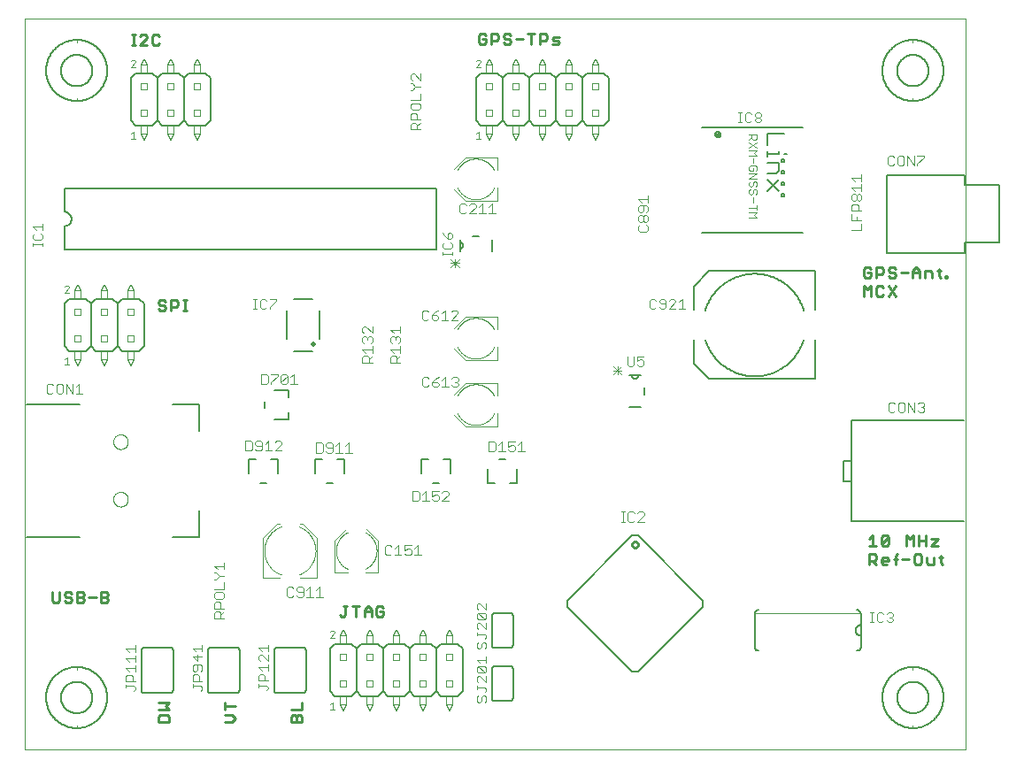
<source format=gto>
G75*
%MOIN*%
%OFA0B0*%
%FSLAX25Y25*%
%IPPOS*%
%LPD*%
%AMOC8*
5,1,8,0,0,1.08239X$1,22.5*
%
%ADD10C,0.00000*%
%ADD11C,0.01000*%
%ADD12C,0.00700*%
%ADD13C,0.00400*%
%ADD14C,0.00300*%
%ADD15C,0.00800*%
%ADD16C,0.00600*%
%ADD17C,0.00500*%
%ADD18C,0.00315*%
%ADD19C,0.00200*%
%ADD20C,0.02000*%
D10*
X0055902Y0001800D02*
X0055902Y0277391D01*
X0410233Y0277391D01*
X0410233Y0001800D01*
X0055902Y0001800D01*
X0089370Y0096149D02*
X0089372Y0096254D01*
X0089378Y0096359D01*
X0089388Y0096463D01*
X0089402Y0096567D01*
X0089420Y0096671D01*
X0089442Y0096773D01*
X0089467Y0096875D01*
X0089497Y0096976D01*
X0089530Y0097075D01*
X0089567Y0097173D01*
X0089608Y0097270D01*
X0089653Y0097365D01*
X0089701Y0097458D01*
X0089752Y0097550D01*
X0089808Y0097639D01*
X0089866Y0097726D01*
X0089928Y0097811D01*
X0089992Y0097894D01*
X0090060Y0097974D01*
X0090131Y0098051D01*
X0090205Y0098125D01*
X0090282Y0098197D01*
X0090361Y0098266D01*
X0090443Y0098331D01*
X0090527Y0098394D01*
X0090614Y0098453D01*
X0090703Y0098509D01*
X0090794Y0098562D01*
X0090887Y0098611D01*
X0090981Y0098656D01*
X0091077Y0098698D01*
X0091175Y0098736D01*
X0091274Y0098770D01*
X0091375Y0098801D01*
X0091476Y0098827D01*
X0091579Y0098850D01*
X0091682Y0098869D01*
X0091786Y0098884D01*
X0091890Y0098895D01*
X0091995Y0098902D01*
X0092100Y0098905D01*
X0092205Y0098904D01*
X0092310Y0098899D01*
X0092414Y0098890D01*
X0092518Y0098877D01*
X0092622Y0098860D01*
X0092725Y0098839D01*
X0092827Y0098814D01*
X0092928Y0098786D01*
X0093027Y0098753D01*
X0093126Y0098717D01*
X0093223Y0098677D01*
X0093318Y0098634D01*
X0093412Y0098586D01*
X0093504Y0098536D01*
X0093594Y0098482D01*
X0093682Y0098424D01*
X0093767Y0098363D01*
X0093850Y0098299D01*
X0093931Y0098232D01*
X0094009Y0098162D01*
X0094084Y0098088D01*
X0094156Y0098013D01*
X0094226Y0097934D01*
X0094292Y0097853D01*
X0094356Y0097769D01*
X0094416Y0097683D01*
X0094472Y0097595D01*
X0094526Y0097504D01*
X0094576Y0097412D01*
X0094622Y0097318D01*
X0094665Y0097222D01*
X0094704Y0097124D01*
X0094739Y0097026D01*
X0094770Y0096925D01*
X0094798Y0096824D01*
X0094822Y0096722D01*
X0094842Y0096619D01*
X0094858Y0096515D01*
X0094870Y0096411D01*
X0094878Y0096306D01*
X0094882Y0096201D01*
X0094882Y0096097D01*
X0094878Y0095992D01*
X0094870Y0095887D01*
X0094858Y0095783D01*
X0094842Y0095679D01*
X0094822Y0095576D01*
X0094798Y0095474D01*
X0094770Y0095373D01*
X0094739Y0095272D01*
X0094704Y0095174D01*
X0094665Y0095076D01*
X0094622Y0094980D01*
X0094576Y0094886D01*
X0094526Y0094794D01*
X0094472Y0094703D01*
X0094416Y0094615D01*
X0094356Y0094529D01*
X0094292Y0094445D01*
X0094226Y0094364D01*
X0094156Y0094285D01*
X0094084Y0094210D01*
X0094009Y0094136D01*
X0093931Y0094066D01*
X0093850Y0093999D01*
X0093767Y0093935D01*
X0093682Y0093874D01*
X0093594Y0093816D01*
X0093504Y0093762D01*
X0093412Y0093712D01*
X0093318Y0093664D01*
X0093223Y0093621D01*
X0093126Y0093581D01*
X0093027Y0093545D01*
X0092928Y0093512D01*
X0092827Y0093484D01*
X0092725Y0093459D01*
X0092622Y0093438D01*
X0092518Y0093421D01*
X0092414Y0093408D01*
X0092310Y0093399D01*
X0092205Y0093394D01*
X0092100Y0093393D01*
X0091995Y0093396D01*
X0091890Y0093403D01*
X0091786Y0093414D01*
X0091682Y0093429D01*
X0091579Y0093448D01*
X0091476Y0093471D01*
X0091375Y0093497D01*
X0091274Y0093528D01*
X0091175Y0093562D01*
X0091077Y0093600D01*
X0090981Y0093642D01*
X0090887Y0093687D01*
X0090794Y0093736D01*
X0090703Y0093789D01*
X0090614Y0093845D01*
X0090527Y0093904D01*
X0090443Y0093967D01*
X0090361Y0094032D01*
X0090282Y0094101D01*
X0090205Y0094173D01*
X0090131Y0094247D01*
X0090060Y0094324D01*
X0089992Y0094404D01*
X0089928Y0094487D01*
X0089866Y0094572D01*
X0089808Y0094659D01*
X0089752Y0094748D01*
X0089701Y0094840D01*
X0089653Y0094933D01*
X0089608Y0095028D01*
X0089567Y0095125D01*
X0089530Y0095223D01*
X0089497Y0095322D01*
X0089467Y0095423D01*
X0089442Y0095525D01*
X0089420Y0095627D01*
X0089402Y0095731D01*
X0089388Y0095835D01*
X0089378Y0095939D01*
X0089372Y0096044D01*
X0089370Y0096149D01*
X0089370Y0117802D02*
X0089372Y0117907D01*
X0089378Y0118012D01*
X0089388Y0118116D01*
X0089402Y0118220D01*
X0089420Y0118324D01*
X0089442Y0118426D01*
X0089467Y0118528D01*
X0089497Y0118629D01*
X0089530Y0118728D01*
X0089567Y0118826D01*
X0089608Y0118923D01*
X0089653Y0119018D01*
X0089701Y0119111D01*
X0089752Y0119203D01*
X0089808Y0119292D01*
X0089866Y0119379D01*
X0089928Y0119464D01*
X0089992Y0119547D01*
X0090060Y0119627D01*
X0090131Y0119704D01*
X0090205Y0119778D01*
X0090282Y0119850D01*
X0090361Y0119919D01*
X0090443Y0119984D01*
X0090527Y0120047D01*
X0090614Y0120106D01*
X0090703Y0120162D01*
X0090794Y0120215D01*
X0090887Y0120264D01*
X0090981Y0120309D01*
X0091077Y0120351D01*
X0091175Y0120389D01*
X0091274Y0120423D01*
X0091375Y0120454D01*
X0091476Y0120480D01*
X0091579Y0120503D01*
X0091682Y0120522D01*
X0091786Y0120537D01*
X0091890Y0120548D01*
X0091995Y0120555D01*
X0092100Y0120558D01*
X0092205Y0120557D01*
X0092310Y0120552D01*
X0092414Y0120543D01*
X0092518Y0120530D01*
X0092622Y0120513D01*
X0092725Y0120492D01*
X0092827Y0120467D01*
X0092928Y0120439D01*
X0093027Y0120406D01*
X0093126Y0120370D01*
X0093223Y0120330D01*
X0093318Y0120287D01*
X0093412Y0120239D01*
X0093504Y0120189D01*
X0093594Y0120135D01*
X0093682Y0120077D01*
X0093767Y0120016D01*
X0093850Y0119952D01*
X0093931Y0119885D01*
X0094009Y0119815D01*
X0094084Y0119741D01*
X0094156Y0119666D01*
X0094226Y0119587D01*
X0094292Y0119506D01*
X0094356Y0119422D01*
X0094416Y0119336D01*
X0094472Y0119248D01*
X0094526Y0119157D01*
X0094576Y0119065D01*
X0094622Y0118971D01*
X0094665Y0118875D01*
X0094704Y0118777D01*
X0094739Y0118679D01*
X0094770Y0118578D01*
X0094798Y0118477D01*
X0094822Y0118375D01*
X0094842Y0118272D01*
X0094858Y0118168D01*
X0094870Y0118064D01*
X0094878Y0117959D01*
X0094882Y0117854D01*
X0094882Y0117750D01*
X0094878Y0117645D01*
X0094870Y0117540D01*
X0094858Y0117436D01*
X0094842Y0117332D01*
X0094822Y0117229D01*
X0094798Y0117127D01*
X0094770Y0117026D01*
X0094739Y0116925D01*
X0094704Y0116827D01*
X0094665Y0116729D01*
X0094622Y0116633D01*
X0094576Y0116539D01*
X0094526Y0116447D01*
X0094472Y0116356D01*
X0094416Y0116268D01*
X0094356Y0116182D01*
X0094292Y0116098D01*
X0094226Y0116017D01*
X0094156Y0115938D01*
X0094084Y0115863D01*
X0094009Y0115789D01*
X0093931Y0115719D01*
X0093850Y0115652D01*
X0093767Y0115588D01*
X0093682Y0115527D01*
X0093594Y0115469D01*
X0093504Y0115415D01*
X0093412Y0115365D01*
X0093318Y0115317D01*
X0093223Y0115274D01*
X0093126Y0115234D01*
X0093027Y0115198D01*
X0092928Y0115165D01*
X0092827Y0115137D01*
X0092725Y0115112D01*
X0092622Y0115091D01*
X0092518Y0115074D01*
X0092414Y0115061D01*
X0092310Y0115052D01*
X0092205Y0115047D01*
X0092100Y0115046D01*
X0091995Y0115049D01*
X0091890Y0115056D01*
X0091786Y0115067D01*
X0091682Y0115082D01*
X0091579Y0115101D01*
X0091476Y0115124D01*
X0091375Y0115150D01*
X0091274Y0115181D01*
X0091175Y0115215D01*
X0091077Y0115253D01*
X0090981Y0115295D01*
X0090887Y0115340D01*
X0090794Y0115389D01*
X0090703Y0115442D01*
X0090614Y0115498D01*
X0090527Y0115557D01*
X0090443Y0115620D01*
X0090361Y0115685D01*
X0090282Y0115754D01*
X0090205Y0115826D01*
X0090131Y0115900D01*
X0090060Y0115977D01*
X0089992Y0116057D01*
X0089928Y0116140D01*
X0089866Y0116225D01*
X0089808Y0116312D01*
X0089752Y0116401D01*
X0089701Y0116493D01*
X0089653Y0116586D01*
X0089608Y0116681D01*
X0089567Y0116778D01*
X0089530Y0116876D01*
X0089497Y0116975D01*
X0089467Y0117076D01*
X0089442Y0117178D01*
X0089420Y0117280D01*
X0089402Y0117384D01*
X0089388Y0117488D01*
X0089378Y0117592D01*
X0089372Y0117697D01*
X0089370Y0117802D01*
D11*
X0107069Y0167300D02*
X0106402Y0167967D01*
X0107069Y0167300D02*
X0108404Y0167300D01*
X0109071Y0167967D01*
X0109071Y0168634D01*
X0108404Y0169302D01*
X0107069Y0169302D01*
X0106402Y0169969D01*
X0106402Y0170636D01*
X0107069Y0171303D01*
X0108404Y0171303D01*
X0109071Y0170636D01*
X0111006Y0171303D02*
X0111006Y0167300D01*
X0111006Y0168634D02*
X0113008Y0168634D01*
X0113675Y0169302D01*
X0113675Y0170636D01*
X0113008Y0171303D01*
X0111006Y0171303D01*
X0115610Y0171303D02*
X0116945Y0171303D01*
X0116277Y0171303D02*
X0116277Y0167300D01*
X0115610Y0167300D02*
X0116945Y0167300D01*
X0106077Y0267300D02*
X0106744Y0267967D01*
X0106077Y0267300D02*
X0104743Y0267300D01*
X0104075Y0267967D01*
X0104075Y0270636D01*
X0104743Y0271303D01*
X0106077Y0271303D01*
X0106744Y0270636D01*
X0102140Y0270636D02*
X0102140Y0269969D01*
X0099472Y0267300D01*
X0102140Y0267300D01*
X0102140Y0270636D02*
X0101473Y0271303D01*
X0100139Y0271303D01*
X0099472Y0270636D01*
X0097737Y0271303D02*
X0096402Y0271303D01*
X0097069Y0271303D02*
X0097069Y0267300D01*
X0096402Y0267300D02*
X0097737Y0267300D01*
X0227125Y0268346D02*
X0227792Y0267679D01*
X0229126Y0267679D01*
X0229794Y0268346D01*
X0229794Y0269680D01*
X0228459Y0269680D01*
X0227125Y0268346D02*
X0227125Y0271015D01*
X0227792Y0271682D01*
X0229126Y0271682D01*
X0229794Y0271015D01*
X0231729Y0271682D02*
X0233730Y0271682D01*
X0234398Y0271015D01*
X0234398Y0269680D01*
X0233730Y0269013D01*
X0231729Y0269013D01*
X0231729Y0267679D02*
X0231729Y0271682D01*
X0236333Y0271015D02*
X0236333Y0270348D01*
X0237000Y0269680D01*
X0238334Y0269680D01*
X0239002Y0269013D01*
X0239002Y0268346D01*
X0238334Y0267679D01*
X0237000Y0267679D01*
X0236333Y0268346D01*
X0236333Y0271015D02*
X0237000Y0271682D01*
X0238334Y0271682D01*
X0239002Y0271015D01*
X0240936Y0269680D02*
X0243605Y0269680D01*
X0245540Y0271682D02*
X0248209Y0271682D01*
X0246875Y0271682D02*
X0246875Y0267679D01*
X0250144Y0267679D02*
X0250144Y0271682D01*
X0252146Y0271682D01*
X0252813Y0271015D01*
X0252813Y0269680D01*
X0252146Y0269013D01*
X0250144Y0269013D01*
X0254748Y0269680D02*
X0255415Y0270348D01*
X0257417Y0270348D01*
X0256750Y0269013D02*
X0255415Y0269013D01*
X0254748Y0269680D01*
X0254748Y0267679D02*
X0256750Y0267679D01*
X0257417Y0268346D01*
X0256750Y0269013D01*
X0372125Y0183015D02*
X0372125Y0180346D01*
X0372792Y0179679D01*
X0374126Y0179679D01*
X0374794Y0180346D01*
X0374794Y0181680D01*
X0373459Y0181680D01*
X0372125Y0183015D02*
X0372792Y0183682D01*
X0374126Y0183682D01*
X0374794Y0183015D01*
X0376729Y0183682D02*
X0378730Y0183682D01*
X0379398Y0183015D01*
X0379398Y0181680D01*
X0378730Y0181013D01*
X0376729Y0181013D01*
X0376729Y0179679D02*
X0376729Y0183682D01*
X0381333Y0183015D02*
X0381333Y0182348D01*
X0382000Y0181680D01*
X0383334Y0181680D01*
X0384002Y0181013D01*
X0384002Y0180346D01*
X0383334Y0179679D01*
X0382000Y0179679D01*
X0381333Y0180346D01*
X0381333Y0183015D02*
X0382000Y0183682D01*
X0383334Y0183682D01*
X0384002Y0183015D01*
X0385936Y0181680D02*
X0388605Y0181680D01*
X0390540Y0181680D02*
X0393209Y0181680D01*
X0393209Y0182348D02*
X0393209Y0179679D01*
X0395144Y0179679D02*
X0395144Y0182348D01*
X0397146Y0182348D01*
X0397813Y0181680D01*
X0397813Y0179679D01*
X0400415Y0180346D02*
X0400415Y0183015D01*
X0399748Y0182348D02*
X0401083Y0182348D01*
X0400415Y0180346D02*
X0401083Y0179679D01*
X0402818Y0179679D02*
X0403485Y0179679D01*
X0403485Y0180346D01*
X0402818Y0180346D01*
X0402818Y0179679D01*
X0393209Y0182348D02*
X0391875Y0183682D01*
X0390540Y0182348D01*
X0390540Y0179679D01*
X0384002Y0176682D02*
X0381333Y0172679D01*
X0379398Y0173346D02*
X0378730Y0172679D01*
X0377396Y0172679D01*
X0376729Y0173346D01*
X0376729Y0176015D01*
X0377396Y0176682D01*
X0378730Y0176682D01*
X0379398Y0176015D01*
X0381333Y0176682D02*
X0384002Y0172679D01*
X0374794Y0172679D02*
X0374794Y0176682D01*
X0373459Y0175348D01*
X0372125Y0176682D01*
X0372125Y0172679D01*
X0375546Y0082450D02*
X0375546Y0078447D01*
X0374212Y0078447D02*
X0376881Y0078447D01*
X0378816Y0079114D02*
X0381484Y0081783D01*
X0381484Y0079114D01*
X0380817Y0078447D01*
X0379483Y0078447D01*
X0378816Y0079114D01*
X0378816Y0081783D01*
X0379483Y0082450D01*
X0380817Y0082450D01*
X0381484Y0081783D01*
X0375546Y0082450D02*
X0374212Y0081116D01*
X0374212Y0075450D02*
X0376213Y0075450D01*
X0376881Y0074783D01*
X0376881Y0073448D01*
X0376213Y0072781D01*
X0374212Y0072781D01*
X0375546Y0072781D02*
X0376881Y0071447D01*
X0378816Y0072114D02*
X0378816Y0073448D01*
X0379483Y0074116D01*
X0380817Y0074116D01*
X0381484Y0073448D01*
X0381484Y0072781D01*
X0378816Y0072781D01*
X0378816Y0072114D02*
X0379483Y0071447D01*
X0380817Y0071447D01*
X0384087Y0071447D02*
X0384087Y0074783D01*
X0384754Y0075450D01*
X0384754Y0073448D02*
X0383419Y0073448D01*
X0386489Y0073448D02*
X0389158Y0073448D01*
X0391093Y0072114D02*
X0391760Y0071447D01*
X0393094Y0071447D01*
X0393762Y0072114D01*
X0393762Y0074783D01*
X0393094Y0075450D01*
X0391760Y0075450D01*
X0391093Y0074783D01*
X0391093Y0072114D01*
X0395697Y0072114D02*
X0395697Y0074116D01*
X0395697Y0072114D02*
X0396364Y0071447D01*
X0398366Y0071447D01*
X0398366Y0074116D01*
X0400300Y0074116D02*
X0401635Y0074116D01*
X0400968Y0074783D02*
X0400968Y0072114D01*
X0401635Y0071447D01*
X0399900Y0078447D02*
X0397231Y0078447D01*
X0399900Y0081116D01*
X0397231Y0081116D01*
X0395296Y0080448D02*
X0392627Y0080448D01*
X0392627Y0078447D02*
X0392627Y0082450D01*
X0390692Y0082450D02*
X0389358Y0081116D01*
X0388023Y0082450D01*
X0388023Y0078447D01*
X0390692Y0078447D02*
X0390692Y0082450D01*
X0395296Y0082450D02*
X0395296Y0078447D01*
X0374212Y0075450D02*
X0374212Y0071447D01*
X0284789Y0079071D02*
X0284791Y0079138D01*
X0284797Y0079204D01*
X0284807Y0079270D01*
X0284821Y0079335D01*
X0284838Y0079399D01*
X0284860Y0079462D01*
X0284885Y0079524D01*
X0284914Y0079584D01*
X0284947Y0079642D01*
X0284982Y0079698D01*
X0285022Y0079752D01*
X0285064Y0079803D01*
X0285109Y0079852D01*
X0285157Y0079898D01*
X0285208Y0079941D01*
X0285261Y0079981D01*
X0285317Y0080018D01*
X0285375Y0080051D01*
X0285434Y0080081D01*
X0285495Y0080107D01*
X0285558Y0080130D01*
X0285622Y0080148D01*
X0285687Y0080163D01*
X0285753Y0080174D01*
X0285819Y0080181D01*
X0285885Y0080184D01*
X0285952Y0080183D01*
X0286018Y0080178D01*
X0286084Y0080169D01*
X0286150Y0080156D01*
X0286214Y0080139D01*
X0286277Y0080119D01*
X0286339Y0080094D01*
X0286400Y0080066D01*
X0286459Y0080035D01*
X0286515Y0080000D01*
X0286570Y0079962D01*
X0286622Y0079920D01*
X0286671Y0079875D01*
X0286718Y0079828D01*
X0286762Y0079778D01*
X0286802Y0079725D01*
X0286840Y0079670D01*
X0286874Y0079613D01*
X0286905Y0079554D01*
X0286932Y0079493D01*
X0286955Y0079431D01*
X0286975Y0079367D01*
X0286991Y0079302D01*
X0287003Y0079237D01*
X0287011Y0079171D01*
X0287015Y0079104D01*
X0287015Y0079038D01*
X0287011Y0078971D01*
X0287003Y0078905D01*
X0286991Y0078840D01*
X0286975Y0078775D01*
X0286955Y0078711D01*
X0286932Y0078649D01*
X0286905Y0078588D01*
X0286874Y0078529D01*
X0286840Y0078472D01*
X0286802Y0078417D01*
X0286762Y0078364D01*
X0286718Y0078314D01*
X0286671Y0078267D01*
X0286622Y0078222D01*
X0286570Y0078180D01*
X0286515Y0078142D01*
X0286458Y0078107D01*
X0286400Y0078076D01*
X0286339Y0078048D01*
X0286277Y0078023D01*
X0286214Y0078003D01*
X0286150Y0077986D01*
X0286084Y0077973D01*
X0286018Y0077964D01*
X0285952Y0077959D01*
X0285885Y0077958D01*
X0285819Y0077961D01*
X0285753Y0077968D01*
X0285687Y0077979D01*
X0285622Y0077994D01*
X0285558Y0078012D01*
X0285495Y0078035D01*
X0285434Y0078061D01*
X0285375Y0078091D01*
X0285317Y0078124D01*
X0285261Y0078161D01*
X0285208Y0078201D01*
X0285157Y0078244D01*
X0285109Y0078290D01*
X0285064Y0078339D01*
X0285022Y0078390D01*
X0284982Y0078444D01*
X0284947Y0078500D01*
X0284914Y0078558D01*
X0284885Y0078618D01*
X0284860Y0078680D01*
X0284838Y0078743D01*
X0284821Y0078807D01*
X0284807Y0078872D01*
X0284797Y0078938D01*
X0284791Y0079004D01*
X0284789Y0079071D01*
X0191185Y0055257D02*
X0190518Y0055924D01*
X0189183Y0055924D01*
X0188516Y0055257D01*
X0188516Y0052588D01*
X0189183Y0051921D01*
X0190518Y0051921D01*
X0191185Y0052588D01*
X0191185Y0053923D01*
X0189851Y0053923D01*
X0186581Y0053923D02*
X0183912Y0053923D01*
X0183912Y0054590D02*
X0185247Y0055924D01*
X0186581Y0054590D01*
X0186581Y0051921D01*
X0183912Y0051921D02*
X0183912Y0054590D01*
X0181977Y0055924D02*
X0179308Y0055924D01*
X0180643Y0055924D02*
X0180643Y0051921D01*
X0176706Y0052588D02*
X0176706Y0055924D01*
X0176039Y0055924D02*
X0177373Y0055924D01*
X0176706Y0052588D02*
X0176039Y0051921D01*
X0175372Y0051921D01*
X0174704Y0052588D01*
X0160402Y0019573D02*
X0160402Y0016904D01*
X0156399Y0016904D01*
X0157066Y0014969D02*
X0157733Y0014969D01*
X0158401Y0014302D01*
X0158401Y0012300D01*
X0160402Y0012300D02*
X0156399Y0012300D01*
X0156399Y0014302D01*
X0157066Y0014969D01*
X0158401Y0014302D02*
X0159068Y0014969D01*
X0159735Y0014969D01*
X0160402Y0014302D01*
X0160402Y0012300D01*
X0135402Y0013634D02*
X0134068Y0012300D01*
X0131399Y0012300D01*
X0131399Y0014969D02*
X0134068Y0014969D01*
X0135402Y0013634D01*
X0135402Y0018238D02*
X0131399Y0018238D01*
X0131399Y0016904D02*
X0131399Y0019573D01*
X0110402Y0019573D02*
X0106399Y0019573D01*
X0106399Y0016904D02*
X0110402Y0016904D01*
X0109068Y0018238D01*
X0110402Y0019573D01*
X0109735Y0014969D02*
X0107066Y0014969D01*
X0106399Y0014302D01*
X0106399Y0012300D01*
X0110402Y0012300D01*
X0110402Y0014302D01*
X0109735Y0014969D01*
X0086820Y0057300D02*
X0084818Y0057300D01*
X0084818Y0061303D01*
X0086820Y0061303D01*
X0087487Y0060636D01*
X0087487Y0059969D01*
X0086820Y0059302D01*
X0084818Y0059302D01*
X0082883Y0059302D02*
X0080214Y0059302D01*
X0078279Y0059969D02*
X0077612Y0059302D01*
X0075610Y0059302D01*
X0075610Y0061303D02*
X0077612Y0061303D01*
X0078279Y0060636D01*
X0078279Y0059969D01*
X0077612Y0059302D02*
X0078279Y0058634D01*
X0078279Y0057967D01*
X0077612Y0057300D01*
X0075610Y0057300D01*
X0075610Y0061303D01*
X0073675Y0060636D02*
X0073008Y0061303D01*
X0071673Y0061303D01*
X0071006Y0060636D01*
X0071006Y0059969D01*
X0071673Y0059302D01*
X0073008Y0059302D01*
X0073675Y0058634D01*
X0073675Y0057967D01*
X0073008Y0057300D01*
X0071673Y0057300D01*
X0071006Y0057967D01*
X0069071Y0057967D02*
X0069071Y0061303D01*
X0066402Y0061303D02*
X0066402Y0057967D01*
X0067069Y0057300D01*
X0068404Y0057300D01*
X0069071Y0057967D01*
X0086820Y0057300D02*
X0087487Y0057967D01*
X0087487Y0058634D01*
X0086820Y0059302D01*
D12*
X0070902Y0190300D02*
X0070902Y0199050D01*
X0071006Y0199052D01*
X0071110Y0199058D01*
X0071214Y0199068D01*
X0071317Y0199081D01*
X0071419Y0199099D01*
X0071521Y0199121D01*
X0071622Y0199146D01*
X0071722Y0199175D01*
X0071821Y0199208D01*
X0071918Y0199245D01*
X0072014Y0199285D01*
X0072109Y0199329D01*
X0072201Y0199376D01*
X0072292Y0199427D01*
X0072381Y0199481D01*
X0072467Y0199539D01*
X0072552Y0199600D01*
X0072634Y0199664D01*
X0072714Y0199731D01*
X0072791Y0199801D01*
X0072865Y0199874D01*
X0072936Y0199950D01*
X0073005Y0200028D01*
X0073070Y0200109D01*
X0073133Y0200192D01*
X0073192Y0200278D01*
X0073248Y0200365D01*
X0073301Y0200455D01*
X0073350Y0200547D01*
X0073396Y0200640D01*
X0073438Y0200736D01*
X0073476Y0200832D01*
X0073511Y0200930D01*
X0073542Y0201030D01*
X0073569Y0201130D01*
X0073593Y0201232D01*
X0073612Y0201334D01*
X0073628Y0201437D01*
X0073640Y0201540D01*
X0073648Y0201644D01*
X0073652Y0201748D01*
X0073652Y0201852D01*
X0073648Y0201956D01*
X0073640Y0202060D01*
X0073628Y0202163D01*
X0073612Y0202266D01*
X0073593Y0202368D01*
X0073569Y0202470D01*
X0073542Y0202570D01*
X0073511Y0202670D01*
X0073476Y0202768D01*
X0073438Y0202864D01*
X0073396Y0202960D01*
X0073350Y0203053D01*
X0073301Y0203145D01*
X0073248Y0203235D01*
X0073192Y0203322D01*
X0073133Y0203408D01*
X0073070Y0203491D01*
X0073005Y0203572D01*
X0072936Y0203650D01*
X0072865Y0203726D01*
X0072791Y0203799D01*
X0072714Y0203869D01*
X0072634Y0203936D01*
X0072552Y0204000D01*
X0072467Y0204061D01*
X0072381Y0204119D01*
X0072292Y0204173D01*
X0072201Y0204224D01*
X0072109Y0204271D01*
X0072014Y0204315D01*
X0071918Y0204355D01*
X0071821Y0204392D01*
X0071722Y0204425D01*
X0071622Y0204454D01*
X0071521Y0204479D01*
X0071419Y0204501D01*
X0071317Y0204519D01*
X0071214Y0204532D01*
X0071110Y0204542D01*
X0071006Y0204548D01*
X0070902Y0204550D01*
X0070902Y0213300D01*
X0210902Y0213300D01*
X0210902Y0190300D01*
X0070902Y0190300D01*
D13*
X0062806Y0191474D02*
X0062806Y0192675D01*
X0062806Y0192075D02*
X0059203Y0192075D01*
X0059203Y0192675D02*
X0059203Y0191474D01*
X0059804Y0193929D02*
X0062206Y0193929D01*
X0062806Y0194530D01*
X0062806Y0195731D01*
X0062206Y0196332D01*
X0062806Y0197613D02*
X0062806Y0200015D01*
X0062806Y0198814D02*
X0059203Y0198814D01*
X0060404Y0197613D01*
X0059804Y0196332D02*
X0059203Y0195731D01*
X0059203Y0194530D01*
X0059804Y0193929D01*
X0150981Y0087036D02*
X0152162Y0087036D01*
X0150981Y0087036D02*
X0145666Y0081721D01*
X0145666Y0066564D01*
X0152162Y0066564D01*
X0159642Y0066564D02*
X0166138Y0066564D01*
X0166138Y0081721D01*
X0160823Y0087036D01*
X0159642Y0087036D01*
X0172635Y0080737D02*
X0176965Y0085068D01*
X0172635Y0080737D02*
X0172635Y0068532D01*
X0177556Y0068532D01*
X0184249Y0068532D02*
X0189170Y0068532D01*
X0189170Y0080737D01*
X0184839Y0085068D01*
X0177556Y0083689D02*
X0177389Y0083606D01*
X0177225Y0083519D01*
X0177062Y0083427D01*
X0176902Y0083332D01*
X0176745Y0083233D01*
X0176590Y0083130D01*
X0176437Y0083023D01*
X0176287Y0082912D01*
X0176140Y0082798D01*
X0175995Y0082681D01*
X0175854Y0082560D01*
X0175715Y0082435D01*
X0175580Y0082308D01*
X0175447Y0082177D01*
X0175318Y0082042D01*
X0175192Y0081905D01*
X0175070Y0081765D01*
X0174951Y0081621D01*
X0174835Y0081475D01*
X0174724Y0081326D01*
X0174615Y0081175D01*
X0174511Y0081021D01*
X0174410Y0080864D01*
X0174313Y0080705D01*
X0174220Y0080544D01*
X0174131Y0080380D01*
X0174046Y0080214D01*
X0173965Y0080047D01*
X0173888Y0079877D01*
X0173815Y0079705D01*
X0173747Y0079532D01*
X0173683Y0079357D01*
X0173623Y0079181D01*
X0173567Y0079003D01*
X0173515Y0078824D01*
X0173468Y0078644D01*
X0173426Y0078463D01*
X0173387Y0078281D01*
X0173354Y0078097D01*
X0173324Y0077914D01*
X0173300Y0077729D01*
X0173279Y0077544D01*
X0173263Y0077358D01*
X0173252Y0077172D01*
X0173245Y0076986D01*
X0173243Y0076800D01*
X0173245Y0076614D01*
X0173252Y0076428D01*
X0173263Y0076242D01*
X0173279Y0076056D01*
X0173300Y0075871D01*
X0173324Y0075686D01*
X0173354Y0075503D01*
X0173387Y0075319D01*
X0173426Y0075137D01*
X0173468Y0074956D01*
X0173515Y0074776D01*
X0173567Y0074597D01*
X0173623Y0074419D01*
X0173683Y0074243D01*
X0173747Y0074068D01*
X0173815Y0073895D01*
X0173888Y0073723D01*
X0173965Y0073553D01*
X0174046Y0073386D01*
X0174131Y0073220D01*
X0174220Y0073056D01*
X0174313Y0072895D01*
X0174410Y0072736D01*
X0174511Y0072579D01*
X0174615Y0072425D01*
X0174724Y0072274D01*
X0174835Y0072125D01*
X0174951Y0071979D01*
X0175070Y0071835D01*
X0175192Y0071695D01*
X0175318Y0071558D01*
X0175447Y0071423D01*
X0175580Y0071292D01*
X0175715Y0071165D01*
X0175854Y0071040D01*
X0175995Y0070919D01*
X0176140Y0070802D01*
X0176287Y0070688D01*
X0176437Y0070577D01*
X0176590Y0070470D01*
X0176745Y0070367D01*
X0176902Y0070268D01*
X0177062Y0070173D01*
X0177225Y0070081D01*
X0177389Y0069994D01*
X0177556Y0069911D01*
X0184248Y0069911D02*
X0184415Y0069994D01*
X0184579Y0070081D01*
X0184742Y0070173D01*
X0184902Y0070268D01*
X0185059Y0070367D01*
X0185214Y0070470D01*
X0185367Y0070577D01*
X0185517Y0070688D01*
X0185664Y0070802D01*
X0185809Y0070919D01*
X0185950Y0071040D01*
X0186089Y0071165D01*
X0186224Y0071292D01*
X0186357Y0071423D01*
X0186486Y0071558D01*
X0186612Y0071695D01*
X0186734Y0071835D01*
X0186853Y0071979D01*
X0186969Y0072125D01*
X0187080Y0072274D01*
X0187189Y0072425D01*
X0187293Y0072579D01*
X0187394Y0072736D01*
X0187491Y0072895D01*
X0187584Y0073056D01*
X0187673Y0073220D01*
X0187758Y0073386D01*
X0187839Y0073553D01*
X0187916Y0073723D01*
X0187989Y0073895D01*
X0188057Y0074068D01*
X0188121Y0074243D01*
X0188181Y0074419D01*
X0188237Y0074597D01*
X0188289Y0074776D01*
X0188336Y0074956D01*
X0188378Y0075137D01*
X0188417Y0075319D01*
X0188450Y0075503D01*
X0188480Y0075686D01*
X0188504Y0075871D01*
X0188525Y0076056D01*
X0188541Y0076242D01*
X0188552Y0076428D01*
X0188559Y0076614D01*
X0188561Y0076800D01*
X0188559Y0076986D01*
X0188552Y0077172D01*
X0188541Y0077358D01*
X0188525Y0077544D01*
X0188504Y0077729D01*
X0188480Y0077914D01*
X0188450Y0078097D01*
X0188417Y0078281D01*
X0188378Y0078463D01*
X0188336Y0078644D01*
X0188289Y0078824D01*
X0188237Y0079003D01*
X0188181Y0079181D01*
X0188121Y0079357D01*
X0188057Y0079532D01*
X0187989Y0079705D01*
X0187916Y0079877D01*
X0187839Y0080047D01*
X0187758Y0080214D01*
X0187673Y0080380D01*
X0187584Y0080544D01*
X0187491Y0080705D01*
X0187394Y0080864D01*
X0187293Y0081021D01*
X0187189Y0081175D01*
X0187080Y0081326D01*
X0186969Y0081475D01*
X0186853Y0081621D01*
X0186734Y0081765D01*
X0186612Y0081905D01*
X0186486Y0082042D01*
X0186357Y0082177D01*
X0186224Y0082308D01*
X0186089Y0082435D01*
X0185950Y0082560D01*
X0185809Y0082681D01*
X0185664Y0082798D01*
X0185517Y0082912D01*
X0185367Y0083023D01*
X0185214Y0083130D01*
X0185059Y0083233D01*
X0184902Y0083332D01*
X0184742Y0083427D01*
X0184579Y0083519D01*
X0184415Y0083606D01*
X0184248Y0083689D01*
X0159249Y0085855D02*
X0159468Y0085771D01*
X0159685Y0085682D01*
X0159900Y0085587D01*
X0160113Y0085487D01*
X0160323Y0085382D01*
X0160530Y0085272D01*
X0160735Y0085157D01*
X0160937Y0085037D01*
X0161136Y0084912D01*
X0161332Y0084782D01*
X0161525Y0084648D01*
X0161714Y0084509D01*
X0161900Y0084365D01*
X0162082Y0084217D01*
X0162261Y0084064D01*
X0162436Y0083907D01*
X0162607Y0083746D01*
X0162774Y0083581D01*
X0162937Y0083412D01*
X0163095Y0083239D01*
X0163250Y0083062D01*
X0163400Y0082881D01*
X0163546Y0082697D01*
X0163687Y0082509D01*
X0163824Y0082318D01*
X0163956Y0082123D01*
X0164083Y0081926D01*
X0164205Y0081725D01*
X0164322Y0081522D01*
X0164435Y0081315D01*
X0164542Y0081106D01*
X0164644Y0080895D01*
X0164742Y0080681D01*
X0164833Y0080465D01*
X0164920Y0080246D01*
X0165001Y0080026D01*
X0165077Y0079804D01*
X0165147Y0079579D01*
X0165212Y0079354D01*
X0165272Y0079126D01*
X0165325Y0078898D01*
X0165374Y0078668D01*
X0165416Y0078437D01*
X0165453Y0078205D01*
X0165485Y0077972D01*
X0165510Y0077738D01*
X0165530Y0077504D01*
X0165545Y0077270D01*
X0165553Y0077035D01*
X0165556Y0076800D01*
X0165553Y0076565D01*
X0165545Y0076330D01*
X0165530Y0076096D01*
X0165510Y0075862D01*
X0165485Y0075628D01*
X0165453Y0075395D01*
X0165416Y0075163D01*
X0165374Y0074932D01*
X0165325Y0074702D01*
X0165272Y0074474D01*
X0165212Y0074246D01*
X0165147Y0074021D01*
X0165077Y0073796D01*
X0165001Y0073574D01*
X0164920Y0073354D01*
X0164833Y0073135D01*
X0164742Y0072919D01*
X0164644Y0072705D01*
X0164542Y0072494D01*
X0164435Y0072285D01*
X0164322Y0072078D01*
X0164205Y0071875D01*
X0164083Y0071674D01*
X0163956Y0071477D01*
X0163824Y0071282D01*
X0163687Y0071091D01*
X0163546Y0070903D01*
X0163400Y0070719D01*
X0163250Y0070538D01*
X0163095Y0070361D01*
X0162937Y0070188D01*
X0162774Y0070019D01*
X0162607Y0069854D01*
X0162436Y0069693D01*
X0162261Y0069536D01*
X0162082Y0069383D01*
X0161900Y0069235D01*
X0161714Y0069091D01*
X0161525Y0068952D01*
X0161332Y0068818D01*
X0161136Y0068688D01*
X0160937Y0068563D01*
X0160735Y0068443D01*
X0160530Y0068328D01*
X0160323Y0068218D01*
X0160113Y0068113D01*
X0159900Y0068013D01*
X0159685Y0067918D01*
X0159468Y0067829D01*
X0159249Y0067745D01*
X0152555Y0067745D02*
X0152336Y0067829D01*
X0152119Y0067918D01*
X0151904Y0068013D01*
X0151691Y0068113D01*
X0151481Y0068218D01*
X0151274Y0068328D01*
X0151069Y0068443D01*
X0150867Y0068563D01*
X0150668Y0068688D01*
X0150472Y0068818D01*
X0150279Y0068952D01*
X0150090Y0069091D01*
X0149904Y0069235D01*
X0149722Y0069383D01*
X0149543Y0069536D01*
X0149368Y0069693D01*
X0149197Y0069854D01*
X0149030Y0070019D01*
X0148867Y0070188D01*
X0148709Y0070361D01*
X0148554Y0070538D01*
X0148404Y0070719D01*
X0148258Y0070903D01*
X0148117Y0071091D01*
X0147980Y0071282D01*
X0147848Y0071477D01*
X0147721Y0071674D01*
X0147599Y0071875D01*
X0147482Y0072078D01*
X0147369Y0072285D01*
X0147262Y0072494D01*
X0147160Y0072705D01*
X0147062Y0072919D01*
X0146971Y0073135D01*
X0146884Y0073354D01*
X0146803Y0073574D01*
X0146727Y0073796D01*
X0146657Y0074021D01*
X0146592Y0074246D01*
X0146532Y0074474D01*
X0146479Y0074702D01*
X0146430Y0074932D01*
X0146388Y0075163D01*
X0146351Y0075395D01*
X0146319Y0075628D01*
X0146294Y0075862D01*
X0146274Y0076096D01*
X0146259Y0076330D01*
X0146251Y0076565D01*
X0146248Y0076800D01*
X0146251Y0077035D01*
X0146259Y0077270D01*
X0146274Y0077504D01*
X0146294Y0077738D01*
X0146319Y0077972D01*
X0146351Y0078205D01*
X0146388Y0078437D01*
X0146430Y0078668D01*
X0146479Y0078898D01*
X0146532Y0079126D01*
X0146592Y0079354D01*
X0146657Y0079579D01*
X0146727Y0079804D01*
X0146803Y0080026D01*
X0146884Y0080246D01*
X0146971Y0080465D01*
X0147062Y0080681D01*
X0147160Y0080895D01*
X0147262Y0081106D01*
X0147369Y0081315D01*
X0147482Y0081522D01*
X0147599Y0081725D01*
X0147721Y0081926D01*
X0147848Y0082123D01*
X0147980Y0082318D01*
X0148117Y0082509D01*
X0148258Y0082697D01*
X0148404Y0082881D01*
X0148554Y0083062D01*
X0148709Y0083239D01*
X0148867Y0083412D01*
X0149030Y0083581D01*
X0149197Y0083746D01*
X0149368Y0083907D01*
X0149543Y0084064D01*
X0149722Y0084217D01*
X0149904Y0084365D01*
X0150090Y0084509D01*
X0150279Y0084648D01*
X0150472Y0084782D01*
X0150668Y0084912D01*
X0150867Y0085037D01*
X0151069Y0085157D01*
X0151274Y0085272D01*
X0151481Y0085382D01*
X0151691Y0085487D01*
X0151904Y0085587D01*
X0152119Y0085682D01*
X0152336Y0085771D01*
X0152555Y0085855D01*
X0147650Y0041336D02*
X0147650Y0038934D01*
X0147650Y0040135D02*
X0144047Y0040135D01*
X0145248Y0038934D01*
X0145248Y0037653D02*
X0144648Y0037653D01*
X0144047Y0037052D01*
X0144047Y0035851D01*
X0144648Y0035251D01*
X0145248Y0037653D02*
X0147650Y0035251D01*
X0147650Y0037653D01*
X0147650Y0033970D02*
X0147650Y0031568D01*
X0147650Y0032769D02*
X0144047Y0032769D01*
X0145248Y0031568D01*
X0144648Y0030286D02*
X0145849Y0030286D01*
X0146449Y0029686D01*
X0146449Y0027884D01*
X0147650Y0027884D02*
X0144047Y0027884D01*
X0144047Y0029686D01*
X0144648Y0030286D01*
X0144047Y0026603D02*
X0144047Y0025402D01*
X0144047Y0026003D02*
X0147050Y0026003D01*
X0147650Y0025402D01*
X0147650Y0024802D01*
X0147050Y0024201D01*
X0122825Y0024626D02*
X0122825Y0025227D01*
X0122225Y0025827D01*
X0119222Y0025827D01*
X0119222Y0025227D02*
X0119222Y0026428D01*
X0119222Y0027709D02*
X0119222Y0029511D01*
X0119823Y0030111D01*
X0121024Y0030111D01*
X0121624Y0029511D01*
X0121624Y0027709D01*
X0122825Y0027709D02*
X0119222Y0027709D01*
X0119823Y0031392D02*
X0120423Y0031392D01*
X0121024Y0031993D01*
X0121024Y0033794D01*
X0122225Y0033794D02*
X0119823Y0033794D01*
X0119222Y0033194D01*
X0119222Y0031993D01*
X0119823Y0031392D01*
X0122225Y0031392D02*
X0122825Y0031993D01*
X0122825Y0033194D01*
X0122225Y0033794D01*
X0121024Y0035075D02*
X0121024Y0037477D01*
X0120423Y0038759D02*
X0119222Y0039960D01*
X0122825Y0039960D01*
X0122825Y0038759D02*
X0122825Y0041161D01*
X0122825Y0036877D02*
X0119222Y0036877D01*
X0121024Y0035075D01*
X0122825Y0024626D02*
X0122225Y0024026D01*
X0097788Y0024543D02*
X0097788Y0025143D01*
X0097188Y0025744D01*
X0094185Y0025744D01*
X0094185Y0026344D02*
X0094185Y0025143D01*
X0094185Y0027625D02*
X0094185Y0029427D01*
X0094786Y0030027D01*
X0095987Y0030027D01*
X0096587Y0029427D01*
X0096587Y0027625D01*
X0097788Y0027625D02*
X0094185Y0027625D01*
X0095386Y0031308D02*
X0094185Y0032509D01*
X0097788Y0032509D01*
X0097788Y0031308D02*
X0097788Y0033710D01*
X0097788Y0034992D02*
X0097788Y0037394D01*
X0097788Y0036193D02*
X0094185Y0036193D01*
X0095386Y0034992D01*
X0095386Y0038675D02*
X0094185Y0039876D01*
X0097788Y0039876D01*
X0097788Y0038675D02*
X0097788Y0041077D01*
X0097788Y0024543D02*
X0097188Y0023942D01*
X0226228Y0024612D02*
X0226228Y0025813D01*
X0226228Y0025212D02*
X0229230Y0025212D01*
X0229831Y0024612D01*
X0229831Y0024011D01*
X0229230Y0023411D01*
X0229230Y0022129D02*
X0229831Y0021529D01*
X0229831Y0020328D01*
X0229230Y0019727D01*
X0228029Y0020328D02*
X0227429Y0019727D01*
X0226828Y0019727D01*
X0226228Y0020328D01*
X0226228Y0021529D01*
X0226828Y0022129D01*
X0228029Y0021529D02*
X0228630Y0022129D01*
X0229230Y0022129D01*
X0228029Y0021529D02*
X0228029Y0020328D01*
X0226828Y0027094D02*
X0226228Y0027694D01*
X0226228Y0028895D01*
X0226828Y0029496D01*
X0227429Y0029496D01*
X0229831Y0027094D01*
X0229831Y0029496D01*
X0229230Y0030777D02*
X0226828Y0030777D01*
X0226228Y0031377D01*
X0226228Y0032578D01*
X0226828Y0033179D01*
X0229230Y0030777D01*
X0229831Y0031377D01*
X0229831Y0032578D01*
X0229230Y0033179D01*
X0226828Y0033179D01*
X0227429Y0034460D02*
X0226228Y0035661D01*
X0229831Y0035661D01*
X0229831Y0034460D02*
X0229831Y0036862D01*
X0229281Y0039917D02*
X0229882Y0040518D01*
X0229882Y0041719D01*
X0229281Y0042319D01*
X0228681Y0042319D01*
X0228080Y0041719D01*
X0228080Y0040518D01*
X0227480Y0039917D01*
X0226879Y0039917D01*
X0226279Y0040518D01*
X0226279Y0041719D01*
X0226879Y0042319D01*
X0226279Y0044801D02*
X0226279Y0046002D01*
X0226279Y0045402D02*
X0229281Y0045402D01*
X0229882Y0044801D01*
X0229882Y0044201D01*
X0229281Y0043600D01*
X0229882Y0047283D02*
X0227480Y0049685D01*
X0226879Y0049685D01*
X0226279Y0049085D01*
X0226279Y0047884D01*
X0226879Y0047283D01*
X0229882Y0047283D02*
X0229882Y0049685D01*
X0229281Y0050966D02*
X0226879Y0053369D01*
X0229281Y0053369D01*
X0229882Y0052768D01*
X0229882Y0051567D01*
X0229281Y0050966D01*
X0226879Y0050966D01*
X0226279Y0051567D01*
X0226279Y0052768D01*
X0226879Y0053369D01*
X0226879Y0054650D02*
X0226279Y0055250D01*
X0226279Y0056451D01*
X0226879Y0057052D01*
X0227480Y0057052D01*
X0229882Y0054650D01*
X0229882Y0057052D01*
X0234170Y0123532D02*
X0221965Y0123532D01*
X0217635Y0127863D01*
X0219013Y0135146D02*
X0219096Y0135313D01*
X0219183Y0135477D01*
X0219275Y0135640D01*
X0219370Y0135800D01*
X0219469Y0135957D01*
X0219572Y0136112D01*
X0219679Y0136265D01*
X0219790Y0136415D01*
X0219904Y0136562D01*
X0220021Y0136707D01*
X0220142Y0136848D01*
X0220267Y0136987D01*
X0220394Y0137122D01*
X0220525Y0137255D01*
X0220660Y0137384D01*
X0220797Y0137510D01*
X0220937Y0137632D01*
X0221081Y0137751D01*
X0221227Y0137867D01*
X0221376Y0137978D01*
X0221527Y0138087D01*
X0221681Y0138191D01*
X0221838Y0138292D01*
X0221997Y0138389D01*
X0222158Y0138482D01*
X0222322Y0138571D01*
X0222488Y0138656D01*
X0222655Y0138737D01*
X0222825Y0138814D01*
X0222997Y0138887D01*
X0223170Y0138955D01*
X0223345Y0139019D01*
X0223521Y0139079D01*
X0223699Y0139135D01*
X0223878Y0139187D01*
X0224058Y0139234D01*
X0224239Y0139276D01*
X0224421Y0139315D01*
X0224605Y0139348D01*
X0224788Y0139378D01*
X0224973Y0139402D01*
X0225158Y0139423D01*
X0225344Y0139439D01*
X0225530Y0139450D01*
X0225716Y0139457D01*
X0225902Y0139459D01*
X0226088Y0139457D01*
X0226274Y0139450D01*
X0226460Y0139439D01*
X0226646Y0139423D01*
X0226831Y0139402D01*
X0227016Y0139378D01*
X0227199Y0139348D01*
X0227383Y0139315D01*
X0227565Y0139276D01*
X0227746Y0139234D01*
X0227926Y0139187D01*
X0228105Y0139135D01*
X0228283Y0139079D01*
X0228459Y0139019D01*
X0228634Y0138955D01*
X0228807Y0138887D01*
X0228979Y0138814D01*
X0229149Y0138737D01*
X0229316Y0138656D01*
X0229482Y0138571D01*
X0229646Y0138482D01*
X0229807Y0138389D01*
X0229966Y0138292D01*
X0230123Y0138191D01*
X0230277Y0138087D01*
X0230428Y0137978D01*
X0230577Y0137867D01*
X0230723Y0137751D01*
X0230867Y0137632D01*
X0231007Y0137510D01*
X0231144Y0137384D01*
X0231279Y0137255D01*
X0231410Y0137122D01*
X0231537Y0136987D01*
X0231662Y0136848D01*
X0231783Y0136707D01*
X0231900Y0136562D01*
X0232014Y0136415D01*
X0232125Y0136265D01*
X0232232Y0136112D01*
X0232335Y0135957D01*
X0232434Y0135800D01*
X0232529Y0135640D01*
X0232621Y0135477D01*
X0232708Y0135313D01*
X0232791Y0135146D01*
X0234170Y0135146D02*
X0234170Y0140068D01*
X0221965Y0140068D01*
X0217635Y0135737D01*
X0219013Y0128454D02*
X0219096Y0128287D01*
X0219183Y0128123D01*
X0219275Y0127960D01*
X0219370Y0127800D01*
X0219469Y0127643D01*
X0219572Y0127488D01*
X0219679Y0127335D01*
X0219790Y0127185D01*
X0219904Y0127038D01*
X0220021Y0126893D01*
X0220142Y0126752D01*
X0220267Y0126613D01*
X0220394Y0126478D01*
X0220525Y0126345D01*
X0220660Y0126216D01*
X0220797Y0126090D01*
X0220937Y0125968D01*
X0221081Y0125849D01*
X0221227Y0125733D01*
X0221376Y0125622D01*
X0221527Y0125513D01*
X0221681Y0125409D01*
X0221838Y0125308D01*
X0221997Y0125211D01*
X0222158Y0125118D01*
X0222322Y0125029D01*
X0222488Y0124944D01*
X0222655Y0124863D01*
X0222825Y0124786D01*
X0222997Y0124713D01*
X0223170Y0124645D01*
X0223345Y0124581D01*
X0223521Y0124521D01*
X0223699Y0124465D01*
X0223878Y0124413D01*
X0224058Y0124366D01*
X0224239Y0124324D01*
X0224421Y0124285D01*
X0224605Y0124252D01*
X0224788Y0124222D01*
X0224973Y0124198D01*
X0225158Y0124177D01*
X0225344Y0124161D01*
X0225530Y0124150D01*
X0225716Y0124143D01*
X0225902Y0124141D01*
X0226088Y0124143D01*
X0226274Y0124150D01*
X0226460Y0124161D01*
X0226646Y0124177D01*
X0226831Y0124198D01*
X0227016Y0124222D01*
X0227199Y0124252D01*
X0227383Y0124285D01*
X0227565Y0124324D01*
X0227746Y0124366D01*
X0227926Y0124413D01*
X0228105Y0124465D01*
X0228283Y0124521D01*
X0228459Y0124581D01*
X0228634Y0124645D01*
X0228807Y0124713D01*
X0228979Y0124786D01*
X0229149Y0124863D01*
X0229316Y0124944D01*
X0229482Y0125029D01*
X0229646Y0125118D01*
X0229807Y0125211D01*
X0229966Y0125308D01*
X0230123Y0125409D01*
X0230277Y0125513D01*
X0230428Y0125622D01*
X0230577Y0125733D01*
X0230723Y0125849D01*
X0230867Y0125968D01*
X0231007Y0126090D01*
X0231144Y0126216D01*
X0231279Y0126345D01*
X0231410Y0126478D01*
X0231537Y0126613D01*
X0231662Y0126752D01*
X0231783Y0126893D01*
X0231900Y0127038D01*
X0232014Y0127185D01*
X0232125Y0127335D01*
X0232232Y0127488D01*
X0232335Y0127643D01*
X0232434Y0127800D01*
X0232529Y0127960D01*
X0232621Y0128123D01*
X0232708Y0128287D01*
X0232791Y0128454D01*
X0234170Y0128454D02*
X0234170Y0123532D01*
X0234170Y0148532D02*
X0221965Y0148532D01*
X0217635Y0152863D01*
X0217635Y0160737D02*
X0221965Y0165068D01*
X0234170Y0165068D01*
X0234170Y0160146D01*
X0234170Y0153454D02*
X0234170Y0148532D01*
X0232791Y0160146D02*
X0232708Y0160313D01*
X0232621Y0160477D01*
X0232529Y0160640D01*
X0232434Y0160800D01*
X0232335Y0160957D01*
X0232232Y0161112D01*
X0232125Y0161265D01*
X0232014Y0161415D01*
X0231900Y0161562D01*
X0231783Y0161707D01*
X0231662Y0161848D01*
X0231537Y0161987D01*
X0231410Y0162122D01*
X0231279Y0162255D01*
X0231144Y0162384D01*
X0231007Y0162510D01*
X0230867Y0162632D01*
X0230723Y0162751D01*
X0230577Y0162867D01*
X0230428Y0162978D01*
X0230277Y0163087D01*
X0230123Y0163191D01*
X0229966Y0163292D01*
X0229807Y0163389D01*
X0229646Y0163482D01*
X0229482Y0163571D01*
X0229316Y0163656D01*
X0229149Y0163737D01*
X0228979Y0163814D01*
X0228807Y0163887D01*
X0228634Y0163955D01*
X0228459Y0164019D01*
X0228283Y0164079D01*
X0228105Y0164135D01*
X0227926Y0164187D01*
X0227746Y0164234D01*
X0227565Y0164276D01*
X0227383Y0164315D01*
X0227199Y0164348D01*
X0227016Y0164378D01*
X0226831Y0164402D01*
X0226646Y0164423D01*
X0226460Y0164439D01*
X0226274Y0164450D01*
X0226088Y0164457D01*
X0225902Y0164459D01*
X0225716Y0164457D01*
X0225530Y0164450D01*
X0225344Y0164439D01*
X0225158Y0164423D01*
X0224973Y0164402D01*
X0224788Y0164378D01*
X0224605Y0164348D01*
X0224421Y0164315D01*
X0224239Y0164276D01*
X0224058Y0164234D01*
X0223878Y0164187D01*
X0223699Y0164135D01*
X0223521Y0164079D01*
X0223345Y0164019D01*
X0223170Y0163955D01*
X0222997Y0163887D01*
X0222825Y0163814D01*
X0222655Y0163737D01*
X0222488Y0163656D01*
X0222322Y0163571D01*
X0222158Y0163482D01*
X0221997Y0163389D01*
X0221838Y0163292D01*
X0221681Y0163191D01*
X0221527Y0163087D01*
X0221376Y0162978D01*
X0221227Y0162867D01*
X0221081Y0162751D01*
X0220937Y0162632D01*
X0220797Y0162510D01*
X0220660Y0162384D01*
X0220525Y0162255D01*
X0220394Y0162122D01*
X0220267Y0161987D01*
X0220142Y0161848D01*
X0220021Y0161707D01*
X0219904Y0161562D01*
X0219790Y0161415D01*
X0219679Y0161265D01*
X0219572Y0161112D01*
X0219469Y0160957D01*
X0219370Y0160800D01*
X0219275Y0160640D01*
X0219183Y0160477D01*
X0219096Y0160313D01*
X0219013Y0160146D01*
X0219013Y0153454D02*
X0219096Y0153287D01*
X0219183Y0153123D01*
X0219275Y0152960D01*
X0219370Y0152800D01*
X0219469Y0152643D01*
X0219572Y0152488D01*
X0219679Y0152335D01*
X0219790Y0152185D01*
X0219904Y0152038D01*
X0220021Y0151893D01*
X0220142Y0151752D01*
X0220267Y0151613D01*
X0220394Y0151478D01*
X0220525Y0151345D01*
X0220660Y0151216D01*
X0220797Y0151090D01*
X0220937Y0150968D01*
X0221081Y0150849D01*
X0221227Y0150733D01*
X0221376Y0150622D01*
X0221527Y0150513D01*
X0221681Y0150409D01*
X0221838Y0150308D01*
X0221997Y0150211D01*
X0222158Y0150118D01*
X0222322Y0150029D01*
X0222488Y0149944D01*
X0222655Y0149863D01*
X0222825Y0149786D01*
X0222997Y0149713D01*
X0223170Y0149645D01*
X0223345Y0149581D01*
X0223521Y0149521D01*
X0223699Y0149465D01*
X0223878Y0149413D01*
X0224058Y0149366D01*
X0224239Y0149324D01*
X0224421Y0149285D01*
X0224605Y0149252D01*
X0224788Y0149222D01*
X0224973Y0149198D01*
X0225158Y0149177D01*
X0225344Y0149161D01*
X0225530Y0149150D01*
X0225716Y0149143D01*
X0225902Y0149141D01*
X0226088Y0149143D01*
X0226274Y0149150D01*
X0226460Y0149161D01*
X0226646Y0149177D01*
X0226831Y0149198D01*
X0227016Y0149222D01*
X0227199Y0149252D01*
X0227383Y0149285D01*
X0227565Y0149324D01*
X0227746Y0149366D01*
X0227926Y0149413D01*
X0228105Y0149465D01*
X0228283Y0149521D01*
X0228459Y0149581D01*
X0228634Y0149645D01*
X0228807Y0149713D01*
X0228979Y0149786D01*
X0229149Y0149863D01*
X0229316Y0149944D01*
X0229482Y0150029D01*
X0229646Y0150118D01*
X0229807Y0150211D01*
X0229966Y0150308D01*
X0230123Y0150409D01*
X0230277Y0150513D01*
X0230428Y0150622D01*
X0230577Y0150733D01*
X0230723Y0150849D01*
X0230867Y0150968D01*
X0231007Y0151090D01*
X0231144Y0151216D01*
X0231279Y0151345D01*
X0231410Y0151478D01*
X0231537Y0151613D01*
X0231662Y0151752D01*
X0231783Y0151893D01*
X0231900Y0152038D01*
X0232014Y0152185D01*
X0232125Y0152335D01*
X0232232Y0152488D01*
X0232335Y0152643D01*
X0232434Y0152800D01*
X0232529Y0152960D01*
X0232621Y0153123D01*
X0232708Y0153287D01*
X0232791Y0153454D01*
X0217045Y0188132D02*
X0217045Y0189333D01*
X0217045Y0188733D02*
X0213442Y0188733D01*
X0213442Y0189333D02*
X0213442Y0188132D01*
X0214043Y0190588D02*
X0213442Y0191188D01*
X0213442Y0192389D01*
X0214043Y0192990D01*
X0215244Y0194271D02*
X0215244Y0196073D01*
X0215844Y0196673D01*
X0216445Y0196673D01*
X0217045Y0196073D01*
X0217045Y0194872D01*
X0216445Y0194271D01*
X0215244Y0194271D01*
X0214043Y0195472D01*
X0213442Y0196673D01*
X0216445Y0192990D02*
X0217045Y0192389D01*
X0217045Y0191188D01*
X0216445Y0190588D01*
X0214043Y0190588D01*
X0221965Y0208532D02*
X0217635Y0212863D01*
X0221965Y0208532D02*
X0234170Y0208532D01*
X0234170Y0213454D01*
X0234170Y0220146D02*
X0234170Y0225068D01*
X0221965Y0225068D01*
X0217635Y0220737D01*
X0219013Y0220146D02*
X0219096Y0220313D01*
X0219183Y0220477D01*
X0219275Y0220640D01*
X0219370Y0220800D01*
X0219469Y0220957D01*
X0219572Y0221112D01*
X0219679Y0221265D01*
X0219790Y0221415D01*
X0219904Y0221562D01*
X0220021Y0221707D01*
X0220142Y0221848D01*
X0220267Y0221987D01*
X0220394Y0222122D01*
X0220525Y0222255D01*
X0220660Y0222384D01*
X0220797Y0222510D01*
X0220937Y0222632D01*
X0221081Y0222751D01*
X0221227Y0222867D01*
X0221376Y0222978D01*
X0221527Y0223087D01*
X0221681Y0223191D01*
X0221838Y0223292D01*
X0221997Y0223389D01*
X0222158Y0223482D01*
X0222322Y0223571D01*
X0222488Y0223656D01*
X0222655Y0223737D01*
X0222825Y0223814D01*
X0222997Y0223887D01*
X0223170Y0223955D01*
X0223345Y0224019D01*
X0223521Y0224079D01*
X0223699Y0224135D01*
X0223878Y0224187D01*
X0224058Y0224234D01*
X0224239Y0224276D01*
X0224421Y0224315D01*
X0224605Y0224348D01*
X0224788Y0224378D01*
X0224973Y0224402D01*
X0225158Y0224423D01*
X0225344Y0224439D01*
X0225530Y0224450D01*
X0225716Y0224457D01*
X0225902Y0224459D01*
X0226088Y0224457D01*
X0226274Y0224450D01*
X0226460Y0224439D01*
X0226646Y0224423D01*
X0226831Y0224402D01*
X0227016Y0224378D01*
X0227199Y0224348D01*
X0227383Y0224315D01*
X0227565Y0224276D01*
X0227746Y0224234D01*
X0227926Y0224187D01*
X0228105Y0224135D01*
X0228283Y0224079D01*
X0228459Y0224019D01*
X0228634Y0223955D01*
X0228807Y0223887D01*
X0228979Y0223814D01*
X0229149Y0223737D01*
X0229316Y0223656D01*
X0229482Y0223571D01*
X0229646Y0223482D01*
X0229807Y0223389D01*
X0229966Y0223292D01*
X0230123Y0223191D01*
X0230277Y0223087D01*
X0230428Y0222978D01*
X0230577Y0222867D01*
X0230723Y0222751D01*
X0230867Y0222632D01*
X0231007Y0222510D01*
X0231144Y0222384D01*
X0231279Y0222255D01*
X0231410Y0222122D01*
X0231537Y0221987D01*
X0231662Y0221848D01*
X0231783Y0221707D01*
X0231900Y0221562D01*
X0232014Y0221415D01*
X0232125Y0221265D01*
X0232232Y0221112D01*
X0232335Y0220957D01*
X0232434Y0220800D01*
X0232529Y0220640D01*
X0232621Y0220477D01*
X0232708Y0220313D01*
X0232791Y0220146D01*
X0232791Y0213454D02*
X0232708Y0213287D01*
X0232621Y0213123D01*
X0232529Y0212960D01*
X0232434Y0212800D01*
X0232335Y0212643D01*
X0232232Y0212488D01*
X0232125Y0212335D01*
X0232014Y0212185D01*
X0231900Y0212038D01*
X0231783Y0211893D01*
X0231662Y0211752D01*
X0231537Y0211613D01*
X0231410Y0211478D01*
X0231279Y0211345D01*
X0231144Y0211216D01*
X0231007Y0211090D01*
X0230867Y0210968D01*
X0230723Y0210849D01*
X0230577Y0210733D01*
X0230428Y0210622D01*
X0230277Y0210513D01*
X0230123Y0210409D01*
X0229966Y0210308D01*
X0229807Y0210211D01*
X0229646Y0210118D01*
X0229482Y0210029D01*
X0229316Y0209944D01*
X0229149Y0209863D01*
X0228979Y0209786D01*
X0228807Y0209713D01*
X0228634Y0209645D01*
X0228459Y0209581D01*
X0228283Y0209521D01*
X0228105Y0209465D01*
X0227926Y0209413D01*
X0227746Y0209366D01*
X0227565Y0209324D01*
X0227383Y0209285D01*
X0227199Y0209252D01*
X0227016Y0209222D01*
X0226831Y0209198D01*
X0226646Y0209177D01*
X0226460Y0209161D01*
X0226274Y0209150D01*
X0226088Y0209143D01*
X0225902Y0209141D01*
X0225716Y0209143D01*
X0225530Y0209150D01*
X0225344Y0209161D01*
X0225158Y0209177D01*
X0224973Y0209198D01*
X0224788Y0209222D01*
X0224605Y0209252D01*
X0224421Y0209285D01*
X0224239Y0209324D01*
X0224058Y0209366D01*
X0223878Y0209413D01*
X0223699Y0209465D01*
X0223521Y0209521D01*
X0223345Y0209581D01*
X0223170Y0209645D01*
X0222997Y0209713D01*
X0222825Y0209786D01*
X0222655Y0209863D01*
X0222488Y0209944D01*
X0222322Y0210029D01*
X0222158Y0210118D01*
X0221997Y0210211D01*
X0221838Y0210308D01*
X0221681Y0210409D01*
X0221527Y0210513D01*
X0221376Y0210622D01*
X0221227Y0210733D01*
X0221081Y0210849D01*
X0220937Y0210968D01*
X0220797Y0211090D01*
X0220660Y0211216D01*
X0220525Y0211345D01*
X0220394Y0211478D01*
X0220267Y0211613D01*
X0220142Y0211752D01*
X0220021Y0211893D01*
X0219904Y0212038D01*
X0219790Y0212185D01*
X0219679Y0212335D01*
X0219572Y0212488D01*
X0219469Y0212643D01*
X0219370Y0212800D01*
X0219275Y0212960D01*
X0219183Y0213123D01*
X0219096Y0213287D01*
X0219013Y0213454D01*
X0282990Y0149964D02*
X0282990Y0146961D01*
X0283590Y0146361D01*
X0284791Y0146361D01*
X0285392Y0146961D01*
X0285392Y0149964D01*
X0286673Y0149964D02*
X0286673Y0148162D01*
X0287874Y0148763D01*
X0288474Y0148763D01*
X0289075Y0148162D01*
X0289075Y0146961D01*
X0288474Y0146361D01*
X0287273Y0146361D01*
X0286673Y0146961D01*
X0286673Y0149964D02*
X0289075Y0149964D01*
X0374516Y0053458D02*
X0375717Y0053458D01*
X0375116Y0053458D02*
X0375116Y0049855D01*
X0374516Y0049855D02*
X0375717Y0049855D01*
X0376971Y0050455D02*
X0377572Y0049855D01*
X0378773Y0049855D01*
X0379373Y0050455D01*
X0380654Y0050455D02*
X0381255Y0049855D01*
X0382456Y0049855D01*
X0383056Y0050455D01*
X0383056Y0051056D01*
X0382456Y0051656D01*
X0381855Y0051656D01*
X0382456Y0051656D02*
X0383056Y0052257D01*
X0383056Y0052857D01*
X0382456Y0053458D01*
X0381255Y0053458D01*
X0380654Y0052857D01*
X0379373Y0052857D02*
X0378773Y0053458D01*
X0377572Y0053458D01*
X0376971Y0052857D01*
X0376971Y0050455D01*
D14*
X0289270Y0087712D02*
X0286801Y0087712D01*
X0289270Y0090181D01*
X0289270Y0090798D01*
X0288652Y0091415D01*
X0287418Y0091415D01*
X0286801Y0090798D01*
X0285587Y0090798D02*
X0284969Y0091415D01*
X0283735Y0091415D01*
X0283118Y0090798D01*
X0283118Y0088329D01*
X0283735Y0087712D01*
X0284969Y0087712D01*
X0285587Y0088329D01*
X0281897Y0087712D02*
X0280662Y0087712D01*
X0281280Y0087712D02*
X0281280Y0091415D01*
X0281897Y0091415D02*
X0280662Y0091415D01*
X0244296Y0114138D02*
X0241827Y0114138D01*
X0243061Y0114138D02*
X0243061Y0117841D01*
X0241827Y0116607D01*
X0240613Y0115990D02*
X0240613Y0114755D01*
X0239995Y0114138D01*
X0238761Y0114138D01*
X0238144Y0114755D01*
X0238144Y0115990D02*
X0239378Y0116607D01*
X0239995Y0116607D01*
X0240613Y0115990D01*
X0240613Y0117841D02*
X0238144Y0117841D01*
X0238144Y0115990D01*
X0236930Y0114138D02*
X0234461Y0114138D01*
X0235695Y0114138D02*
X0235695Y0117841D01*
X0234461Y0116607D01*
X0233246Y0117224D02*
X0232629Y0117841D01*
X0230778Y0117841D01*
X0230778Y0114138D01*
X0232629Y0114138D01*
X0233246Y0114755D01*
X0233246Y0117224D01*
X0214989Y0099218D02*
X0213754Y0099218D01*
X0213137Y0098601D01*
X0211923Y0099218D02*
X0209454Y0099218D01*
X0209454Y0097367D01*
X0210688Y0097984D01*
X0211305Y0097984D01*
X0211923Y0097367D01*
X0211923Y0096132D01*
X0211305Y0095515D01*
X0210071Y0095515D01*
X0209454Y0096132D01*
X0208239Y0095515D02*
X0205771Y0095515D01*
X0207005Y0095515D02*
X0207005Y0099218D01*
X0205771Y0097984D01*
X0204556Y0098601D02*
X0203939Y0099218D01*
X0202087Y0099218D01*
X0202087Y0095515D01*
X0203939Y0095515D01*
X0204556Y0096132D01*
X0204556Y0098601D01*
X0213137Y0095515D02*
X0215606Y0097984D01*
X0215606Y0098601D01*
X0214989Y0099218D01*
X0215606Y0095515D02*
X0213137Y0095515D01*
X0204010Y0078786D02*
X0204010Y0075083D01*
X0202776Y0075083D02*
X0205245Y0075083D01*
X0202776Y0077552D02*
X0204010Y0078786D01*
X0201561Y0078786D02*
X0199093Y0078786D01*
X0199093Y0076935D01*
X0200327Y0077552D01*
X0200944Y0077552D01*
X0201561Y0076935D01*
X0201561Y0075700D01*
X0200944Y0075083D01*
X0199710Y0075083D01*
X0199093Y0075700D01*
X0197878Y0075083D02*
X0195409Y0075083D01*
X0196644Y0075083D02*
X0196644Y0078786D01*
X0195409Y0077552D01*
X0194195Y0078169D02*
X0193578Y0078786D01*
X0192344Y0078786D01*
X0191726Y0078169D01*
X0191726Y0075700D01*
X0192344Y0075083D01*
X0193578Y0075083D01*
X0194195Y0075700D01*
X0168260Y0059379D02*
X0165791Y0059379D01*
X0164577Y0059379D02*
X0162108Y0059379D01*
X0163342Y0059379D02*
X0163342Y0063083D01*
X0162108Y0061848D01*
X0160893Y0061231D02*
X0159042Y0061231D01*
X0158425Y0061848D01*
X0158425Y0062465D01*
X0159042Y0063083D01*
X0160276Y0063083D01*
X0160893Y0062465D01*
X0160893Y0059997D01*
X0160276Y0059379D01*
X0159042Y0059379D01*
X0158425Y0059997D01*
X0157210Y0059997D02*
X0156593Y0059379D01*
X0155359Y0059379D01*
X0154742Y0059997D01*
X0154742Y0062465D01*
X0155359Y0063083D01*
X0156593Y0063083D01*
X0157210Y0062465D01*
X0165791Y0061848D02*
X0167025Y0063083D01*
X0167025Y0059379D01*
X0131086Y0059313D02*
X0130469Y0058696D01*
X0128000Y0058696D01*
X0127383Y0059313D01*
X0127383Y0060547D01*
X0128000Y0061164D01*
X0130469Y0061164D01*
X0131086Y0060547D01*
X0131086Y0059313D01*
X0129234Y0057481D02*
X0129851Y0056864D01*
X0129851Y0055012D01*
X0131086Y0055012D02*
X0127383Y0055012D01*
X0127383Y0056864D01*
X0128000Y0057481D01*
X0129234Y0057481D01*
X0129234Y0053798D02*
X0129851Y0053181D01*
X0129851Y0051329D01*
X0129851Y0052564D02*
X0131086Y0053798D01*
X0129234Y0053798D02*
X0128000Y0053798D01*
X0127383Y0053181D01*
X0127383Y0051329D01*
X0131086Y0051329D01*
X0131086Y0062379D02*
X0131086Y0064848D01*
X0131086Y0067296D02*
X0129234Y0067296D01*
X0128000Y0068531D01*
X0127383Y0068531D01*
X0128617Y0069745D02*
X0127383Y0070979D01*
X0131086Y0070979D01*
X0131086Y0069745D02*
X0131086Y0072214D01*
X0129234Y0067296D02*
X0128000Y0066062D01*
X0127383Y0066062D01*
X0127383Y0062379D02*
X0131086Y0062379D01*
X0139198Y0114445D02*
X0141049Y0114445D01*
X0141667Y0115063D01*
X0141667Y0117531D01*
X0141049Y0118149D01*
X0139198Y0118149D01*
X0139198Y0114445D01*
X0142881Y0115063D02*
X0143498Y0114445D01*
X0144732Y0114445D01*
X0145350Y0115063D01*
X0145350Y0117531D01*
X0144732Y0118149D01*
X0143498Y0118149D01*
X0142881Y0117531D01*
X0142881Y0116914D01*
X0143498Y0116297D01*
X0145350Y0116297D01*
X0146564Y0116914D02*
X0147798Y0118149D01*
X0147798Y0114445D01*
X0146564Y0114445D02*
X0149033Y0114445D01*
X0150247Y0114445D02*
X0152716Y0116914D01*
X0152716Y0117531D01*
X0152099Y0118149D01*
X0150864Y0118149D01*
X0150247Y0117531D01*
X0150247Y0114445D02*
X0152716Y0114445D01*
X0165783Y0113711D02*
X0167634Y0113711D01*
X0168251Y0114328D01*
X0168251Y0116797D01*
X0167634Y0117414D01*
X0165783Y0117414D01*
X0165783Y0113711D01*
X0169466Y0114328D02*
X0170083Y0113711D01*
X0171317Y0113711D01*
X0171934Y0114328D01*
X0171934Y0116797D01*
X0171317Y0117414D01*
X0170083Y0117414D01*
X0169466Y0116797D01*
X0169466Y0116179D01*
X0170083Y0115562D01*
X0171934Y0115562D01*
X0173149Y0116179D02*
X0174383Y0117414D01*
X0174383Y0113711D01*
X0173149Y0113711D02*
X0175618Y0113711D01*
X0176832Y0113711D02*
X0179301Y0113711D01*
X0178066Y0113711D02*
X0178066Y0117414D01*
X0176832Y0116179D01*
X0158631Y0139631D02*
X0156162Y0139631D01*
X0157397Y0139631D02*
X0157397Y0143334D01*
X0156162Y0142100D01*
X0154948Y0142717D02*
X0152479Y0140248D01*
X0153096Y0139631D01*
X0154331Y0139631D01*
X0154948Y0140248D01*
X0154948Y0142717D01*
X0154331Y0143334D01*
X0153096Y0143334D01*
X0152479Y0142717D01*
X0152479Y0140248D01*
X0151265Y0142717D02*
X0148796Y0140248D01*
X0148796Y0139631D01*
X0147582Y0140248D02*
X0147582Y0142717D01*
X0146964Y0143334D01*
X0145113Y0143334D01*
X0145113Y0139631D01*
X0146964Y0139631D01*
X0147582Y0140248D01*
X0148796Y0143334D02*
X0151265Y0143334D01*
X0151265Y0142717D01*
X0148345Y0167894D02*
X0148345Y0168511D01*
X0150813Y0170979D01*
X0150813Y0171597D01*
X0148345Y0171597D01*
X0147130Y0170979D02*
X0146513Y0171597D01*
X0145279Y0171597D01*
X0144662Y0170979D01*
X0144662Y0168511D01*
X0145279Y0167894D01*
X0146513Y0167894D01*
X0147130Y0168511D01*
X0143440Y0167894D02*
X0142206Y0167894D01*
X0142823Y0167894D02*
X0142823Y0171597D01*
X0142206Y0171597D02*
X0143440Y0171597D01*
X0183186Y0160598D02*
X0183186Y0159363D01*
X0183804Y0158746D01*
X0183804Y0157532D02*
X0184421Y0157532D01*
X0185038Y0156915D01*
X0185655Y0157532D01*
X0186272Y0157532D01*
X0186890Y0156915D01*
X0186890Y0155680D01*
X0186272Y0155063D01*
X0186890Y0153849D02*
X0186890Y0151380D01*
X0186890Y0150166D02*
X0185655Y0148931D01*
X0185655Y0149548D02*
X0185655Y0147697D01*
X0186890Y0147697D02*
X0183186Y0147697D01*
X0183186Y0149548D01*
X0183804Y0150166D01*
X0185038Y0150166D01*
X0185655Y0149548D01*
X0184421Y0151380D02*
X0183186Y0152614D01*
X0186890Y0152614D01*
X0183804Y0155063D02*
X0183186Y0155680D01*
X0183186Y0156915D01*
X0183804Y0157532D01*
X0185038Y0156915D02*
X0185038Y0156298D01*
X0186890Y0158746D02*
X0184421Y0161215D01*
X0183804Y0161215D01*
X0183186Y0160598D01*
X0186890Y0161215D02*
X0186890Y0158746D01*
X0193717Y0159981D02*
X0197421Y0159981D01*
X0197421Y0161215D02*
X0197421Y0158746D01*
X0196803Y0157532D02*
X0197421Y0156915D01*
X0197421Y0155680D01*
X0196803Y0155063D01*
X0197421Y0153849D02*
X0197421Y0151380D01*
X0197421Y0150166D02*
X0196186Y0148931D01*
X0196186Y0149548D02*
X0196186Y0147697D01*
X0197421Y0147697D02*
X0193717Y0147697D01*
X0193717Y0149548D01*
X0194335Y0150166D01*
X0195569Y0150166D01*
X0196186Y0149548D01*
X0194952Y0151380D02*
X0193717Y0152614D01*
X0197421Y0152614D01*
X0194335Y0155063D02*
X0193717Y0155680D01*
X0193717Y0156915D01*
X0194335Y0157532D01*
X0194952Y0157532D01*
X0195569Y0156915D01*
X0196186Y0157532D01*
X0196803Y0157532D01*
X0195569Y0156915D02*
X0195569Y0156298D01*
X0194952Y0158746D02*
X0193717Y0159981D01*
X0205667Y0164308D02*
X0206284Y0163691D01*
X0207518Y0163691D01*
X0208135Y0164308D01*
X0209350Y0164308D02*
X0209350Y0165542D01*
X0211201Y0165542D01*
X0211818Y0164925D01*
X0211818Y0164308D01*
X0211201Y0163691D01*
X0209967Y0163691D01*
X0209350Y0164308D01*
X0209350Y0165542D02*
X0210584Y0166777D01*
X0211818Y0167394D01*
X0213033Y0166160D02*
X0214267Y0167394D01*
X0214267Y0163691D01*
X0213033Y0163691D02*
X0215502Y0163691D01*
X0216716Y0163691D02*
X0219185Y0166160D01*
X0219185Y0166777D01*
X0218568Y0167394D01*
X0217333Y0167394D01*
X0216716Y0166777D01*
X0216716Y0163691D02*
X0219185Y0163691D01*
X0208135Y0166777D02*
X0207518Y0167394D01*
X0206284Y0167394D01*
X0205667Y0166777D01*
X0205667Y0164308D01*
X0216432Y0183550D02*
X0219568Y0186686D01*
X0218000Y0186686D02*
X0218000Y0183550D01*
X0219568Y0183550D02*
X0216432Y0186686D01*
X0216432Y0185118D02*
X0219568Y0185118D01*
X0220401Y0203895D02*
X0221636Y0203895D01*
X0222253Y0204512D01*
X0223467Y0203895D02*
X0225936Y0206364D01*
X0225936Y0206981D01*
X0225319Y0207598D01*
X0224085Y0207598D01*
X0223467Y0206981D01*
X0222253Y0206981D02*
X0221636Y0207598D01*
X0220401Y0207598D01*
X0219784Y0206981D01*
X0219784Y0204512D01*
X0220401Y0203895D01*
X0223467Y0203895D02*
X0225936Y0203895D01*
X0227150Y0203895D02*
X0229619Y0203895D01*
X0230834Y0203895D02*
X0233302Y0203895D01*
X0232068Y0203895D02*
X0232068Y0207598D01*
X0230834Y0206364D01*
X0228385Y0207598D02*
X0228385Y0203895D01*
X0227150Y0206364D02*
X0228385Y0207598D01*
X0205026Y0235555D02*
X0201323Y0235555D01*
X0201323Y0237407D01*
X0201940Y0238024D01*
X0203174Y0238024D01*
X0203792Y0237407D01*
X0203792Y0235555D01*
X0203792Y0236790D02*
X0205026Y0238024D01*
X0205026Y0239238D02*
X0201323Y0239238D01*
X0201323Y0241090D01*
X0201940Y0241707D01*
X0203174Y0241707D01*
X0203792Y0241090D01*
X0203792Y0239238D01*
X0204409Y0242922D02*
X0205026Y0243539D01*
X0205026Y0244773D01*
X0204409Y0245390D01*
X0201940Y0245390D01*
X0201323Y0244773D01*
X0201323Y0243539D01*
X0201940Y0242922D01*
X0204409Y0242922D01*
X0205026Y0246605D02*
X0201323Y0246605D01*
X0201323Y0250288D02*
X0201940Y0250288D01*
X0203174Y0251522D01*
X0205026Y0251522D01*
X0203174Y0251522D02*
X0201940Y0252757D01*
X0201323Y0252757D01*
X0201940Y0253971D02*
X0201323Y0254588D01*
X0201323Y0255823D01*
X0201940Y0256440D01*
X0202557Y0256440D01*
X0205026Y0253971D01*
X0205026Y0256440D01*
X0205026Y0249074D02*
X0205026Y0246605D01*
X0287049Y0209234D02*
X0290752Y0209234D01*
X0290752Y0210468D02*
X0290752Y0207999D01*
X0290135Y0206785D02*
X0287666Y0206785D01*
X0287049Y0206168D01*
X0287049Y0204933D01*
X0287666Y0204316D01*
X0288283Y0204316D01*
X0288901Y0204933D01*
X0288901Y0206785D01*
X0290135Y0206785D02*
X0290752Y0206168D01*
X0290752Y0204933D01*
X0290135Y0204316D01*
X0290135Y0203102D02*
X0290752Y0202485D01*
X0290752Y0201250D01*
X0290135Y0200633D01*
X0289518Y0200633D01*
X0288901Y0201250D01*
X0288901Y0202485D01*
X0289518Y0203102D01*
X0290135Y0203102D01*
X0288901Y0202485D02*
X0288283Y0203102D01*
X0287666Y0203102D01*
X0287049Y0202485D01*
X0287049Y0201250D01*
X0287666Y0200633D01*
X0288283Y0200633D01*
X0288901Y0201250D01*
X0290135Y0199419D02*
X0290752Y0198802D01*
X0290752Y0197567D01*
X0290135Y0196950D01*
X0287666Y0196950D01*
X0287049Y0197567D01*
X0287049Y0198802D01*
X0287666Y0199419D01*
X0288283Y0207999D02*
X0287049Y0209234D01*
X0328864Y0211475D02*
X0328864Y0212443D01*
X0329348Y0212927D01*
X0329348Y0213938D02*
X0328864Y0214422D01*
X0328864Y0215390D01*
X0329348Y0215873D01*
X0330316Y0215390D02*
X0330316Y0214422D01*
X0329832Y0213938D01*
X0329348Y0213938D01*
X0330316Y0215390D02*
X0330799Y0215873D01*
X0331283Y0215873D01*
X0331767Y0215390D01*
X0331767Y0214422D01*
X0331283Y0213938D01*
X0331283Y0212927D02*
X0330799Y0212927D01*
X0330316Y0212443D01*
X0330316Y0211475D01*
X0329832Y0210992D01*
X0329348Y0210992D01*
X0328864Y0211475D01*
X0330316Y0209980D02*
X0330316Y0208045D01*
X0331767Y0207034D02*
X0331767Y0205099D01*
X0331767Y0206066D02*
X0328864Y0206066D01*
X0328864Y0204087D02*
X0331767Y0204087D01*
X0330799Y0203120D01*
X0331767Y0202152D01*
X0328864Y0202152D01*
X0331283Y0210992D02*
X0331767Y0211475D01*
X0331767Y0212443D01*
X0331283Y0212927D01*
X0331767Y0216885D02*
X0328864Y0216885D01*
X0331767Y0218820D01*
X0328864Y0218820D01*
X0329348Y0219831D02*
X0330316Y0219831D01*
X0330316Y0220799D01*
X0331283Y0221766D02*
X0329348Y0221766D01*
X0328864Y0221283D01*
X0328864Y0220315D01*
X0329348Y0219831D01*
X0331283Y0219831D02*
X0331767Y0220315D01*
X0331767Y0221283D01*
X0331283Y0221766D01*
X0330316Y0222778D02*
X0330316Y0224713D01*
X0331767Y0225724D02*
X0328864Y0225724D01*
X0328864Y0227659D02*
X0331767Y0227659D01*
X0330799Y0226692D01*
X0331767Y0225724D01*
X0331767Y0228671D02*
X0328864Y0230606D01*
X0328864Y0231617D02*
X0329832Y0232585D01*
X0329832Y0232101D02*
X0329832Y0233552D01*
X0328864Y0233552D02*
X0331767Y0233552D01*
X0331767Y0232101D01*
X0331283Y0231617D01*
X0330316Y0231617D01*
X0329832Y0232101D01*
X0331767Y0230606D02*
X0328864Y0228671D01*
X0329123Y0238152D02*
X0329740Y0238770D01*
X0329123Y0238152D02*
X0327889Y0238152D01*
X0327271Y0238770D01*
X0327271Y0241238D01*
X0327889Y0241855D01*
X0329123Y0241855D01*
X0329740Y0241238D01*
X0330955Y0241238D02*
X0330955Y0240621D01*
X0331572Y0240004D01*
X0332806Y0240004D01*
X0333423Y0239387D01*
X0333423Y0238770D01*
X0332806Y0238152D01*
X0331572Y0238152D01*
X0330955Y0238770D01*
X0330955Y0239387D01*
X0331572Y0240004D01*
X0332806Y0240004D02*
X0333423Y0240621D01*
X0333423Y0241238D01*
X0332806Y0241855D01*
X0331572Y0241855D01*
X0330955Y0241238D01*
X0326050Y0241855D02*
X0324816Y0241855D01*
X0325433Y0241855D02*
X0325433Y0238152D01*
X0324816Y0238152D02*
X0326050Y0238152D01*
X0367431Y0217218D02*
X0371134Y0217218D01*
X0371134Y0215984D02*
X0371134Y0218453D01*
X0368665Y0215984D02*
X0367431Y0217218D01*
X0367431Y0213535D02*
X0371134Y0213535D01*
X0371134Y0212301D02*
X0371134Y0214770D01*
X0368665Y0212301D02*
X0367431Y0213535D01*
X0368048Y0211086D02*
X0368665Y0211086D01*
X0369283Y0210469D01*
X0369283Y0209235D01*
X0368665Y0208618D01*
X0368048Y0208618D01*
X0367431Y0209235D01*
X0367431Y0210469D01*
X0368048Y0211086D01*
X0369283Y0210469D02*
X0369900Y0211086D01*
X0370517Y0211086D01*
X0371134Y0210469D01*
X0371134Y0209235D01*
X0370517Y0208618D01*
X0369900Y0208618D01*
X0369283Y0209235D01*
X0369283Y0207403D02*
X0368048Y0207403D01*
X0367431Y0206786D01*
X0367431Y0204934D01*
X0371134Y0204934D01*
X0369900Y0204934D02*
X0369900Y0206786D01*
X0369283Y0207403D01*
X0367431Y0203720D02*
X0367431Y0201251D01*
X0371134Y0201251D01*
X0371134Y0200037D02*
X0371134Y0197568D01*
X0367431Y0197568D01*
X0369283Y0201251D02*
X0369283Y0202486D01*
X0381669Y0221950D02*
X0382904Y0221950D01*
X0383521Y0222567D01*
X0384735Y0222567D02*
X0385353Y0221950D01*
X0386587Y0221950D01*
X0387204Y0222567D01*
X0387204Y0225036D01*
X0386587Y0225653D01*
X0385353Y0225653D01*
X0384735Y0225036D01*
X0384735Y0222567D01*
X0383521Y0225036D02*
X0382904Y0225653D01*
X0381669Y0225653D01*
X0381052Y0225036D01*
X0381052Y0222567D01*
X0381669Y0221950D01*
X0388419Y0221950D02*
X0388419Y0225653D01*
X0390887Y0221950D01*
X0390887Y0225653D01*
X0392102Y0225653D02*
X0394570Y0225653D01*
X0394570Y0225036D01*
X0392102Y0222567D01*
X0392102Y0221950D01*
X0304838Y0167950D02*
X0302369Y0167950D01*
X0301155Y0167950D02*
X0298686Y0167950D01*
X0301155Y0170419D01*
X0301155Y0171036D01*
X0300538Y0171653D01*
X0299303Y0171653D01*
X0298686Y0171036D01*
X0297472Y0171036D02*
X0296854Y0171653D01*
X0295620Y0171653D01*
X0295003Y0171036D01*
X0295003Y0170419D01*
X0295620Y0169802D01*
X0297472Y0169802D01*
X0297472Y0171036D02*
X0297472Y0168567D01*
X0296854Y0167950D01*
X0295620Y0167950D01*
X0295003Y0168567D01*
X0293788Y0168567D02*
X0293171Y0167950D01*
X0291937Y0167950D01*
X0291320Y0168567D01*
X0291320Y0171036D01*
X0291937Y0171653D01*
X0293171Y0171653D01*
X0293788Y0171036D01*
X0302369Y0170419D02*
X0303603Y0171653D01*
X0303603Y0167950D01*
X0280788Y0146270D02*
X0277652Y0143134D01*
X0277652Y0144702D02*
X0280788Y0144702D01*
X0280788Y0143134D02*
X0277652Y0146270D01*
X0279220Y0146270D02*
X0279220Y0143134D01*
X0219256Y0141571D02*
X0219256Y0140954D01*
X0218638Y0140337D01*
X0219256Y0139719D01*
X0219256Y0139102D01*
X0218638Y0138485D01*
X0217404Y0138485D01*
X0216787Y0139102D01*
X0215573Y0138485D02*
X0213104Y0138485D01*
X0214338Y0138485D02*
X0214338Y0142188D01*
X0213104Y0140954D01*
X0211889Y0142188D02*
X0210655Y0141571D01*
X0209421Y0140337D01*
X0211272Y0140337D01*
X0211889Y0139719D01*
X0211889Y0139102D01*
X0211272Y0138485D01*
X0210038Y0138485D01*
X0209421Y0139102D01*
X0209421Y0140337D01*
X0208206Y0141571D02*
X0207589Y0142188D01*
X0206355Y0142188D01*
X0205737Y0141571D01*
X0205737Y0139102D01*
X0206355Y0138485D01*
X0207589Y0138485D01*
X0208206Y0139102D01*
X0216787Y0141571D02*
X0217404Y0142188D01*
X0218638Y0142188D01*
X0219256Y0141571D01*
X0218638Y0140337D02*
X0218021Y0140337D01*
X0077768Y0136022D02*
X0075299Y0136022D01*
X0074085Y0136022D02*
X0074085Y0139725D01*
X0075299Y0138490D02*
X0076534Y0139725D01*
X0076534Y0136022D01*
X0074085Y0136022D02*
X0071616Y0139725D01*
X0071616Y0136022D01*
X0070402Y0136639D02*
X0070402Y0139108D01*
X0069785Y0139725D01*
X0068550Y0139725D01*
X0067933Y0139108D01*
X0067933Y0136639D01*
X0068550Y0136022D01*
X0069785Y0136022D01*
X0070402Y0136639D01*
X0066719Y0136639D02*
X0066101Y0136022D01*
X0064867Y0136022D01*
X0064250Y0136639D01*
X0064250Y0139108D01*
X0064867Y0139725D01*
X0066101Y0139725D01*
X0066719Y0139108D01*
X0381328Y0132077D02*
X0381328Y0129608D01*
X0381945Y0128991D01*
X0383180Y0128991D01*
X0383797Y0129608D01*
X0385011Y0129608D02*
X0385628Y0128991D01*
X0386863Y0128991D01*
X0387480Y0129608D01*
X0387480Y0132077D01*
X0386863Y0132694D01*
X0385628Y0132694D01*
X0385011Y0132077D01*
X0385011Y0129608D01*
X0383797Y0132077D02*
X0383180Y0132694D01*
X0381945Y0132694D01*
X0381328Y0132077D01*
X0388694Y0132694D02*
X0388694Y0128991D01*
X0391163Y0128991D02*
X0388694Y0132694D01*
X0391163Y0132694D02*
X0391163Y0128991D01*
X0392377Y0129608D02*
X0392995Y0128991D01*
X0394229Y0128991D01*
X0394846Y0129608D01*
X0394846Y0130226D01*
X0394229Y0130843D01*
X0393612Y0130843D01*
X0394229Y0130843D02*
X0394846Y0131460D01*
X0394846Y0132077D01*
X0394229Y0132694D01*
X0392995Y0132694D01*
X0392377Y0132077D01*
D15*
X0409566Y0125796D02*
X0367420Y0125796D01*
X0367420Y0110737D01*
X0364270Y0110737D01*
X0364270Y0102863D01*
X0367420Y0102863D01*
X0367420Y0110737D01*
X0367420Y0102863D02*
X0367420Y0087804D01*
X0409566Y0087804D01*
X0353737Y0141524D02*
X0353737Y0156091D01*
X0353737Y0167509D02*
X0353737Y0182076D01*
X0313776Y0182076D01*
X0308068Y0176367D01*
X0308068Y0167509D01*
X0308068Y0156091D02*
X0308068Y0147233D01*
X0313776Y0141524D01*
X0353737Y0141524D01*
X0349406Y0156288D02*
X0349266Y0155838D01*
X0349115Y0155392D01*
X0348953Y0154950D01*
X0348780Y0154511D01*
X0348597Y0154077D01*
X0348403Y0153647D01*
X0348199Y0153223D01*
X0347985Y0152803D01*
X0347760Y0152389D01*
X0347525Y0151980D01*
X0347281Y0151578D01*
X0347026Y0151181D01*
X0346763Y0150791D01*
X0346489Y0150407D01*
X0346206Y0150030D01*
X0345915Y0149660D01*
X0345614Y0149297D01*
X0345304Y0148942D01*
X0344986Y0148594D01*
X0344660Y0148255D01*
X0344325Y0147923D01*
X0343983Y0147599D01*
X0343632Y0147284D01*
X0343274Y0146978D01*
X0342909Y0146681D01*
X0342536Y0146392D01*
X0342157Y0146113D01*
X0341771Y0145843D01*
X0341378Y0145582D01*
X0340979Y0145331D01*
X0340574Y0145090D01*
X0340164Y0144859D01*
X0339747Y0144638D01*
X0339326Y0144428D01*
X0338900Y0144227D01*
X0338468Y0144037D01*
X0338033Y0143858D01*
X0337593Y0143689D01*
X0337149Y0143531D01*
X0336701Y0143384D01*
X0336250Y0143248D01*
X0335796Y0143123D01*
X0335338Y0143010D01*
X0334879Y0142907D01*
X0334416Y0142816D01*
X0333952Y0142735D01*
X0333486Y0142667D01*
X0333018Y0142609D01*
X0332549Y0142563D01*
X0332079Y0142529D01*
X0331609Y0142506D01*
X0331138Y0142494D01*
X0330666Y0142494D01*
X0330195Y0142506D01*
X0329725Y0142529D01*
X0329255Y0142563D01*
X0328786Y0142609D01*
X0328318Y0142667D01*
X0327852Y0142735D01*
X0327388Y0142816D01*
X0326925Y0142907D01*
X0326466Y0143010D01*
X0326008Y0143123D01*
X0325554Y0143248D01*
X0325103Y0143384D01*
X0324655Y0143531D01*
X0324211Y0143689D01*
X0323771Y0143858D01*
X0323336Y0144037D01*
X0322904Y0144227D01*
X0322478Y0144428D01*
X0322057Y0144638D01*
X0321640Y0144859D01*
X0321230Y0145090D01*
X0320825Y0145331D01*
X0320426Y0145582D01*
X0320033Y0145843D01*
X0319647Y0146113D01*
X0319268Y0146392D01*
X0318895Y0146681D01*
X0318530Y0146978D01*
X0318172Y0147284D01*
X0317821Y0147599D01*
X0317479Y0147923D01*
X0317144Y0148255D01*
X0316818Y0148594D01*
X0316500Y0148942D01*
X0316190Y0149297D01*
X0315889Y0149660D01*
X0315598Y0150030D01*
X0315315Y0150407D01*
X0315041Y0150791D01*
X0314778Y0151181D01*
X0314523Y0151578D01*
X0314279Y0151980D01*
X0314044Y0152389D01*
X0313819Y0152803D01*
X0313605Y0153223D01*
X0313401Y0153647D01*
X0313207Y0154077D01*
X0313024Y0154511D01*
X0312851Y0154950D01*
X0312689Y0155392D01*
X0312538Y0155838D01*
X0312398Y0156288D01*
X0312398Y0167312D02*
X0312538Y0167762D01*
X0312689Y0168208D01*
X0312851Y0168650D01*
X0313024Y0169089D01*
X0313207Y0169523D01*
X0313401Y0169953D01*
X0313605Y0170377D01*
X0313819Y0170797D01*
X0314044Y0171211D01*
X0314279Y0171620D01*
X0314523Y0172022D01*
X0314778Y0172419D01*
X0315041Y0172809D01*
X0315315Y0173193D01*
X0315598Y0173570D01*
X0315889Y0173940D01*
X0316190Y0174303D01*
X0316500Y0174658D01*
X0316818Y0175006D01*
X0317144Y0175345D01*
X0317479Y0175677D01*
X0317821Y0176001D01*
X0318172Y0176316D01*
X0318530Y0176622D01*
X0318895Y0176919D01*
X0319268Y0177208D01*
X0319647Y0177487D01*
X0320033Y0177757D01*
X0320426Y0178018D01*
X0320825Y0178269D01*
X0321230Y0178510D01*
X0321640Y0178741D01*
X0322057Y0178962D01*
X0322478Y0179172D01*
X0322904Y0179373D01*
X0323336Y0179563D01*
X0323771Y0179742D01*
X0324211Y0179911D01*
X0324655Y0180069D01*
X0325103Y0180216D01*
X0325554Y0180352D01*
X0326008Y0180477D01*
X0326466Y0180590D01*
X0326925Y0180693D01*
X0327388Y0180784D01*
X0327852Y0180865D01*
X0328318Y0180933D01*
X0328786Y0180991D01*
X0329255Y0181037D01*
X0329725Y0181071D01*
X0330195Y0181094D01*
X0330666Y0181106D01*
X0331138Y0181106D01*
X0331609Y0181094D01*
X0332079Y0181071D01*
X0332549Y0181037D01*
X0333018Y0180991D01*
X0333486Y0180933D01*
X0333952Y0180865D01*
X0334416Y0180784D01*
X0334879Y0180693D01*
X0335338Y0180590D01*
X0335796Y0180477D01*
X0336250Y0180352D01*
X0336701Y0180216D01*
X0337149Y0180069D01*
X0337593Y0179911D01*
X0338033Y0179742D01*
X0338468Y0179563D01*
X0338900Y0179373D01*
X0339326Y0179172D01*
X0339747Y0178962D01*
X0340164Y0178741D01*
X0340574Y0178510D01*
X0340979Y0178269D01*
X0341378Y0178018D01*
X0341771Y0177757D01*
X0342157Y0177487D01*
X0342536Y0177208D01*
X0342909Y0176919D01*
X0343274Y0176622D01*
X0343632Y0176316D01*
X0343983Y0176001D01*
X0344325Y0175677D01*
X0344660Y0175345D01*
X0344986Y0175006D01*
X0345304Y0174658D01*
X0345614Y0174303D01*
X0345915Y0173940D01*
X0346206Y0173570D01*
X0346489Y0173193D01*
X0346763Y0172809D01*
X0347026Y0172419D01*
X0347281Y0172022D01*
X0347525Y0171620D01*
X0347760Y0171211D01*
X0347985Y0170797D01*
X0348199Y0170377D01*
X0348403Y0169953D01*
X0348597Y0169523D01*
X0348780Y0169089D01*
X0348953Y0168650D01*
X0349115Y0168208D01*
X0349266Y0167762D01*
X0349406Y0167312D01*
X0349149Y0196701D02*
X0310984Y0196701D01*
X0316797Y0233510D02*
X0316799Y0233548D01*
X0316805Y0233587D01*
X0316815Y0233624D01*
X0316828Y0233660D01*
X0316846Y0233694D01*
X0316866Y0233727D01*
X0316890Y0233757D01*
X0316917Y0233784D01*
X0316947Y0233809D01*
X0316978Y0233831D01*
X0317012Y0233849D01*
X0317048Y0233863D01*
X0317085Y0233874D01*
X0317123Y0233881D01*
X0317161Y0233884D01*
X0317200Y0233883D01*
X0317238Y0233878D01*
X0317276Y0233869D01*
X0317312Y0233856D01*
X0317347Y0233840D01*
X0317380Y0233820D01*
X0317411Y0233797D01*
X0317439Y0233771D01*
X0317464Y0233742D01*
X0317487Y0233711D01*
X0317506Y0233677D01*
X0317521Y0233642D01*
X0317533Y0233605D01*
X0317541Y0233568D01*
X0317545Y0233529D01*
X0317545Y0233491D01*
X0317541Y0233452D01*
X0317533Y0233415D01*
X0317521Y0233378D01*
X0317506Y0233343D01*
X0317487Y0233309D01*
X0317464Y0233278D01*
X0317439Y0233249D01*
X0317411Y0233223D01*
X0317380Y0233200D01*
X0317347Y0233180D01*
X0317312Y0233164D01*
X0317276Y0233151D01*
X0317238Y0233142D01*
X0317200Y0233137D01*
X0317161Y0233136D01*
X0317123Y0233139D01*
X0317085Y0233146D01*
X0317048Y0233157D01*
X0317012Y0233171D01*
X0316978Y0233189D01*
X0316947Y0233211D01*
X0316917Y0233236D01*
X0316890Y0233263D01*
X0316866Y0233293D01*
X0316846Y0233326D01*
X0316828Y0233360D01*
X0316815Y0233396D01*
X0316805Y0233433D01*
X0316799Y0233472D01*
X0316797Y0233510D01*
X0316095Y0233602D02*
X0316097Y0233665D01*
X0316103Y0233727D01*
X0316113Y0233789D01*
X0316126Y0233851D01*
X0316144Y0233911D01*
X0316165Y0233970D01*
X0316190Y0234028D01*
X0316219Y0234084D01*
X0316251Y0234138D01*
X0316286Y0234190D01*
X0316324Y0234239D01*
X0316366Y0234287D01*
X0316410Y0234331D01*
X0316458Y0234373D01*
X0316507Y0234411D01*
X0316559Y0234446D01*
X0316613Y0234478D01*
X0316669Y0234507D01*
X0316727Y0234532D01*
X0316786Y0234553D01*
X0316846Y0234571D01*
X0316908Y0234584D01*
X0316970Y0234594D01*
X0317032Y0234600D01*
X0317095Y0234602D01*
X0317158Y0234600D01*
X0317220Y0234594D01*
X0317282Y0234584D01*
X0317344Y0234571D01*
X0317404Y0234553D01*
X0317463Y0234532D01*
X0317521Y0234507D01*
X0317577Y0234478D01*
X0317631Y0234446D01*
X0317683Y0234411D01*
X0317732Y0234373D01*
X0317780Y0234331D01*
X0317824Y0234287D01*
X0317866Y0234239D01*
X0317904Y0234190D01*
X0317939Y0234138D01*
X0317971Y0234084D01*
X0318000Y0234028D01*
X0318025Y0233970D01*
X0318046Y0233911D01*
X0318064Y0233851D01*
X0318077Y0233789D01*
X0318087Y0233727D01*
X0318093Y0233665D01*
X0318095Y0233602D01*
X0318093Y0233539D01*
X0318087Y0233477D01*
X0318077Y0233415D01*
X0318064Y0233353D01*
X0318046Y0233293D01*
X0318025Y0233234D01*
X0318000Y0233176D01*
X0317971Y0233120D01*
X0317939Y0233066D01*
X0317904Y0233014D01*
X0317866Y0232965D01*
X0317824Y0232917D01*
X0317780Y0232873D01*
X0317732Y0232831D01*
X0317683Y0232793D01*
X0317631Y0232758D01*
X0317577Y0232726D01*
X0317521Y0232697D01*
X0317463Y0232672D01*
X0317404Y0232651D01*
X0317344Y0232633D01*
X0317282Y0232620D01*
X0317220Y0232610D01*
X0317158Y0232604D01*
X0317095Y0232602D01*
X0317032Y0232604D01*
X0316970Y0232610D01*
X0316908Y0232620D01*
X0316846Y0232633D01*
X0316786Y0232651D01*
X0316727Y0232672D01*
X0316669Y0232697D01*
X0316613Y0232726D01*
X0316559Y0232758D01*
X0316507Y0232793D01*
X0316458Y0232831D01*
X0316410Y0232873D01*
X0316366Y0232917D01*
X0316324Y0232965D01*
X0316286Y0233014D01*
X0316251Y0233066D01*
X0316219Y0233120D01*
X0316190Y0233176D01*
X0316165Y0233234D01*
X0316144Y0233293D01*
X0316126Y0233353D01*
X0316113Y0233415D01*
X0316103Y0233477D01*
X0316097Y0233539D01*
X0316095Y0233602D01*
X0310984Y0236304D02*
X0349149Y0236304D01*
X0384642Y0257706D02*
X0384644Y0257859D01*
X0384650Y0258013D01*
X0384660Y0258166D01*
X0384674Y0258318D01*
X0384692Y0258471D01*
X0384714Y0258622D01*
X0384739Y0258773D01*
X0384769Y0258924D01*
X0384803Y0259074D01*
X0384840Y0259222D01*
X0384881Y0259370D01*
X0384926Y0259516D01*
X0384975Y0259662D01*
X0385028Y0259806D01*
X0385084Y0259948D01*
X0385144Y0260089D01*
X0385208Y0260229D01*
X0385275Y0260367D01*
X0385346Y0260503D01*
X0385421Y0260637D01*
X0385498Y0260769D01*
X0385580Y0260899D01*
X0385664Y0261027D01*
X0385752Y0261153D01*
X0385843Y0261276D01*
X0385937Y0261397D01*
X0386035Y0261515D01*
X0386135Y0261631D01*
X0386239Y0261744D01*
X0386345Y0261855D01*
X0386454Y0261963D01*
X0386566Y0262068D01*
X0386680Y0262169D01*
X0386798Y0262268D01*
X0386917Y0262364D01*
X0387039Y0262457D01*
X0387164Y0262546D01*
X0387291Y0262633D01*
X0387420Y0262715D01*
X0387551Y0262795D01*
X0387684Y0262871D01*
X0387819Y0262944D01*
X0387956Y0263013D01*
X0388095Y0263078D01*
X0388235Y0263140D01*
X0388377Y0263198D01*
X0388520Y0263253D01*
X0388665Y0263304D01*
X0388811Y0263351D01*
X0388958Y0263394D01*
X0389106Y0263433D01*
X0389255Y0263469D01*
X0389405Y0263500D01*
X0389556Y0263528D01*
X0389707Y0263552D01*
X0389860Y0263572D01*
X0390012Y0263588D01*
X0390165Y0263600D01*
X0390318Y0263608D01*
X0390471Y0263612D01*
X0390625Y0263612D01*
X0390778Y0263608D01*
X0390931Y0263600D01*
X0391084Y0263588D01*
X0391236Y0263572D01*
X0391389Y0263552D01*
X0391540Y0263528D01*
X0391691Y0263500D01*
X0391841Y0263469D01*
X0391990Y0263433D01*
X0392138Y0263394D01*
X0392285Y0263351D01*
X0392431Y0263304D01*
X0392576Y0263253D01*
X0392719Y0263198D01*
X0392861Y0263140D01*
X0393001Y0263078D01*
X0393140Y0263013D01*
X0393277Y0262944D01*
X0393412Y0262871D01*
X0393545Y0262795D01*
X0393676Y0262715D01*
X0393805Y0262633D01*
X0393932Y0262546D01*
X0394057Y0262457D01*
X0394179Y0262364D01*
X0394298Y0262268D01*
X0394416Y0262169D01*
X0394530Y0262068D01*
X0394642Y0261963D01*
X0394751Y0261855D01*
X0394857Y0261744D01*
X0394961Y0261631D01*
X0395061Y0261515D01*
X0395159Y0261397D01*
X0395253Y0261276D01*
X0395344Y0261153D01*
X0395432Y0261027D01*
X0395516Y0260899D01*
X0395598Y0260769D01*
X0395675Y0260637D01*
X0395750Y0260503D01*
X0395821Y0260367D01*
X0395888Y0260229D01*
X0395952Y0260089D01*
X0396012Y0259948D01*
X0396068Y0259806D01*
X0396121Y0259662D01*
X0396170Y0259516D01*
X0396215Y0259370D01*
X0396256Y0259222D01*
X0396293Y0259074D01*
X0396327Y0258924D01*
X0396357Y0258773D01*
X0396382Y0258622D01*
X0396404Y0258471D01*
X0396422Y0258318D01*
X0396436Y0258166D01*
X0396446Y0258013D01*
X0396452Y0257859D01*
X0396454Y0257706D01*
X0396452Y0257553D01*
X0396446Y0257399D01*
X0396436Y0257246D01*
X0396422Y0257094D01*
X0396404Y0256941D01*
X0396382Y0256790D01*
X0396357Y0256639D01*
X0396327Y0256488D01*
X0396293Y0256338D01*
X0396256Y0256190D01*
X0396215Y0256042D01*
X0396170Y0255896D01*
X0396121Y0255750D01*
X0396068Y0255606D01*
X0396012Y0255464D01*
X0395952Y0255323D01*
X0395888Y0255183D01*
X0395821Y0255045D01*
X0395750Y0254909D01*
X0395675Y0254775D01*
X0395598Y0254643D01*
X0395516Y0254513D01*
X0395432Y0254385D01*
X0395344Y0254259D01*
X0395253Y0254136D01*
X0395159Y0254015D01*
X0395061Y0253897D01*
X0394961Y0253781D01*
X0394857Y0253668D01*
X0394751Y0253557D01*
X0394642Y0253449D01*
X0394530Y0253344D01*
X0394416Y0253243D01*
X0394298Y0253144D01*
X0394179Y0253048D01*
X0394057Y0252955D01*
X0393932Y0252866D01*
X0393805Y0252779D01*
X0393676Y0252697D01*
X0393545Y0252617D01*
X0393412Y0252541D01*
X0393277Y0252468D01*
X0393140Y0252399D01*
X0393001Y0252334D01*
X0392861Y0252272D01*
X0392719Y0252214D01*
X0392576Y0252159D01*
X0392431Y0252108D01*
X0392285Y0252061D01*
X0392138Y0252018D01*
X0391990Y0251979D01*
X0391841Y0251943D01*
X0391691Y0251912D01*
X0391540Y0251884D01*
X0391389Y0251860D01*
X0391236Y0251840D01*
X0391084Y0251824D01*
X0390931Y0251812D01*
X0390778Y0251804D01*
X0390625Y0251800D01*
X0390471Y0251800D01*
X0390318Y0251804D01*
X0390165Y0251812D01*
X0390012Y0251824D01*
X0389860Y0251840D01*
X0389707Y0251860D01*
X0389556Y0251884D01*
X0389405Y0251912D01*
X0389255Y0251943D01*
X0389106Y0251979D01*
X0388958Y0252018D01*
X0388811Y0252061D01*
X0388665Y0252108D01*
X0388520Y0252159D01*
X0388377Y0252214D01*
X0388235Y0252272D01*
X0388095Y0252334D01*
X0387956Y0252399D01*
X0387819Y0252468D01*
X0387684Y0252541D01*
X0387551Y0252617D01*
X0387420Y0252697D01*
X0387291Y0252779D01*
X0387164Y0252866D01*
X0387039Y0252955D01*
X0386917Y0253048D01*
X0386798Y0253144D01*
X0386680Y0253243D01*
X0386566Y0253344D01*
X0386454Y0253449D01*
X0386345Y0253557D01*
X0386239Y0253668D01*
X0386135Y0253781D01*
X0386035Y0253897D01*
X0385937Y0254015D01*
X0385843Y0254136D01*
X0385752Y0254259D01*
X0385664Y0254385D01*
X0385580Y0254513D01*
X0385498Y0254643D01*
X0385421Y0254775D01*
X0385346Y0254909D01*
X0385275Y0255045D01*
X0385208Y0255183D01*
X0385144Y0255323D01*
X0385084Y0255464D01*
X0385028Y0255606D01*
X0384975Y0255750D01*
X0384926Y0255896D01*
X0384881Y0256042D01*
X0384840Y0256190D01*
X0384803Y0256338D01*
X0384769Y0256488D01*
X0384739Y0256639D01*
X0384714Y0256790D01*
X0384692Y0256941D01*
X0384674Y0257094D01*
X0384660Y0257246D01*
X0384650Y0257399D01*
X0384644Y0257553D01*
X0384642Y0257706D01*
X0237083Y0111328D02*
X0234721Y0111328D01*
X0230390Y0107587D02*
X0230390Y0102272D01*
X0233146Y0102272D01*
X0238658Y0102272D02*
X0241414Y0102272D01*
X0241414Y0107587D01*
X0216414Y0106013D02*
X0216414Y0111328D01*
X0213658Y0111328D01*
X0208146Y0111328D02*
X0205390Y0111328D01*
X0205390Y0106013D01*
X0209721Y0102272D02*
X0212083Y0102272D01*
X0176414Y0106013D02*
X0176414Y0111328D01*
X0173658Y0111328D01*
X0168146Y0111328D02*
X0165390Y0111328D01*
X0165390Y0106013D01*
X0169721Y0102272D02*
X0172083Y0102272D01*
X0151414Y0106013D02*
X0151414Y0111328D01*
X0148658Y0111328D01*
X0143146Y0111328D02*
X0140390Y0111328D01*
X0140390Y0106013D01*
X0144721Y0102272D02*
X0147083Y0102272D01*
X0150115Y0126288D02*
X0155430Y0126288D01*
X0155430Y0129044D01*
X0155430Y0134556D02*
X0155430Y0137312D01*
X0150115Y0137312D01*
X0146375Y0132981D02*
X0146375Y0130619D01*
X0157453Y0151957D02*
X0164351Y0151957D01*
X0167201Y0156414D02*
X0167201Y0167186D01*
X0164351Y0171643D02*
X0157453Y0171643D01*
X0154603Y0167186D02*
X0154603Y0156414D01*
X0260290Y0057914D02*
X0284789Y0082412D01*
X0287016Y0082412D01*
X0311514Y0057914D01*
X0311514Y0055686D01*
X0287016Y0031188D01*
X0284789Y0031188D01*
X0260290Y0055686D01*
X0260290Y0057914D01*
X0384642Y0021485D02*
X0384644Y0021638D01*
X0384650Y0021792D01*
X0384660Y0021945D01*
X0384674Y0022097D01*
X0384692Y0022250D01*
X0384714Y0022401D01*
X0384739Y0022552D01*
X0384769Y0022703D01*
X0384803Y0022853D01*
X0384840Y0023001D01*
X0384881Y0023149D01*
X0384926Y0023295D01*
X0384975Y0023441D01*
X0385028Y0023585D01*
X0385084Y0023727D01*
X0385144Y0023868D01*
X0385208Y0024008D01*
X0385275Y0024146D01*
X0385346Y0024282D01*
X0385421Y0024416D01*
X0385498Y0024548D01*
X0385580Y0024678D01*
X0385664Y0024806D01*
X0385752Y0024932D01*
X0385843Y0025055D01*
X0385937Y0025176D01*
X0386035Y0025294D01*
X0386135Y0025410D01*
X0386239Y0025523D01*
X0386345Y0025634D01*
X0386454Y0025742D01*
X0386566Y0025847D01*
X0386680Y0025948D01*
X0386798Y0026047D01*
X0386917Y0026143D01*
X0387039Y0026236D01*
X0387164Y0026325D01*
X0387291Y0026412D01*
X0387420Y0026494D01*
X0387551Y0026574D01*
X0387684Y0026650D01*
X0387819Y0026723D01*
X0387956Y0026792D01*
X0388095Y0026857D01*
X0388235Y0026919D01*
X0388377Y0026977D01*
X0388520Y0027032D01*
X0388665Y0027083D01*
X0388811Y0027130D01*
X0388958Y0027173D01*
X0389106Y0027212D01*
X0389255Y0027248D01*
X0389405Y0027279D01*
X0389556Y0027307D01*
X0389707Y0027331D01*
X0389860Y0027351D01*
X0390012Y0027367D01*
X0390165Y0027379D01*
X0390318Y0027387D01*
X0390471Y0027391D01*
X0390625Y0027391D01*
X0390778Y0027387D01*
X0390931Y0027379D01*
X0391084Y0027367D01*
X0391236Y0027351D01*
X0391389Y0027331D01*
X0391540Y0027307D01*
X0391691Y0027279D01*
X0391841Y0027248D01*
X0391990Y0027212D01*
X0392138Y0027173D01*
X0392285Y0027130D01*
X0392431Y0027083D01*
X0392576Y0027032D01*
X0392719Y0026977D01*
X0392861Y0026919D01*
X0393001Y0026857D01*
X0393140Y0026792D01*
X0393277Y0026723D01*
X0393412Y0026650D01*
X0393545Y0026574D01*
X0393676Y0026494D01*
X0393805Y0026412D01*
X0393932Y0026325D01*
X0394057Y0026236D01*
X0394179Y0026143D01*
X0394298Y0026047D01*
X0394416Y0025948D01*
X0394530Y0025847D01*
X0394642Y0025742D01*
X0394751Y0025634D01*
X0394857Y0025523D01*
X0394961Y0025410D01*
X0395061Y0025294D01*
X0395159Y0025176D01*
X0395253Y0025055D01*
X0395344Y0024932D01*
X0395432Y0024806D01*
X0395516Y0024678D01*
X0395598Y0024548D01*
X0395675Y0024416D01*
X0395750Y0024282D01*
X0395821Y0024146D01*
X0395888Y0024008D01*
X0395952Y0023868D01*
X0396012Y0023727D01*
X0396068Y0023585D01*
X0396121Y0023441D01*
X0396170Y0023295D01*
X0396215Y0023149D01*
X0396256Y0023001D01*
X0396293Y0022853D01*
X0396327Y0022703D01*
X0396357Y0022552D01*
X0396382Y0022401D01*
X0396404Y0022250D01*
X0396422Y0022097D01*
X0396436Y0021945D01*
X0396446Y0021792D01*
X0396452Y0021638D01*
X0396454Y0021485D01*
X0396452Y0021332D01*
X0396446Y0021178D01*
X0396436Y0021025D01*
X0396422Y0020873D01*
X0396404Y0020720D01*
X0396382Y0020569D01*
X0396357Y0020418D01*
X0396327Y0020267D01*
X0396293Y0020117D01*
X0396256Y0019969D01*
X0396215Y0019821D01*
X0396170Y0019675D01*
X0396121Y0019529D01*
X0396068Y0019385D01*
X0396012Y0019243D01*
X0395952Y0019102D01*
X0395888Y0018962D01*
X0395821Y0018824D01*
X0395750Y0018688D01*
X0395675Y0018554D01*
X0395598Y0018422D01*
X0395516Y0018292D01*
X0395432Y0018164D01*
X0395344Y0018038D01*
X0395253Y0017915D01*
X0395159Y0017794D01*
X0395061Y0017676D01*
X0394961Y0017560D01*
X0394857Y0017447D01*
X0394751Y0017336D01*
X0394642Y0017228D01*
X0394530Y0017123D01*
X0394416Y0017022D01*
X0394298Y0016923D01*
X0394179Y0016827D01*
X0394057Y0016734D01*
X0393932Y0016645D01*
X0393805Y0016558D01*
X0393676Y0016476D01*
X0393545Y0016396D01*
X0393412Y0016320D01*
X0393277Y0016247D01*
X0393140Y0016178D01*
X0393001Y0016113D01*
X0392861Y0016051D01*
X0392719Y0015993D01*
X0392576Y0015938D01*
X0392431Y0015887D01*
X0392285Y0015840D01*
X0392138Y0015797D01*
X0391990Y0015758D01*
X0391841Y0015722D01*
X0391691Y0015691D01*
X0391540Y0015663D01*
X0391389Y0015639D01*
X0391236Y0015619D01*
X0391084Y0015603D01*
X0390931Y0015591D01*
X0390778Y0015583D01*
X0390625Y0015579D01*
X0390471Y0015579D01*
X0390318Y0015583D01*
X0390165Y0015591D01*
X0390012Y0015603D01*
X0389860Y0015619D01*
X0389707Y0015639D01*
X0389556Y0015663D01*
X0389405Y0015691D01*
X0389255Y0015722D01*
X0389106Y0015758D01*
X0388958Y0015797D01*
X0388811Y0015840D01*
X0388665Y0015887D01*
X0388520Y0015938D01*
X0388377Y0015993D01*
X0388235Y0016051D01*
X0388095Y0016113D01*
X0387956Y0016178D01*
X0387819Y0016247D01*
X0387684Y0016320D01*
X0387551Y0016396D01*
X0387420Y0016476D01*
X0387291Y0016558D01*
X0387164Y0016645D01*
X0387039Y0016734D01*
X0386917Y0016827D01*
X0386798Y0016923D01*
X0386680Y0017022D01*
X0386566Y0017123D01*
X0386454Y0017228D01*
X0386345Y0017336D01*
X0386239Y0017447D01*
X0386135Y0017560D01*
X0386035Y0017676D01*
X0385937Y0017794D01*
X0385843Y0017915D01*
X0385752Y0018038D01*
X0385664Y0018164D01*
X0385580Y0018292D01*
X0385498Y0018422D01*
X0385421Y0018554D01*
X0385346Y0018688D01*
X0385275Y0018824D01*
X0385208Y0018962D01*
X0385144Y0019102D01*
X0385084Y0019243D01*
X0385028Y0019385D01*
X0384975Y0019529D01*
X0384926Y0019675D01*
X0384881Y0019821D01*
X0384840Y0019969D01*
X0384803Y0020117D01*
X0384769Y0020267D01*
X0384739Y0020418D01*
X0384714Y0020569D01*
X0384692Y0020720D01*
X0384674Y0020873D01*
X0384660Y0021025D01*
X0384650Y0021178D01*
X0384644Y0021332D01*
X0384642Y0021485D01*
X0069681Y0021485D02*
X0069683Y0021638D01*
X0069689Y0021792D01*
X0069699Y0021945D01*
X0069713Y0022097D01*
X0069731Y0022250D01*
X0069753Y0022401D01*
X0069778Y0022552D01*
X0069808Y0022703D01*
X0069842Y0022853D01*
X0069879Y0023001D01*
X0069920Y0023149D01*
X0069965Y0023295D01*
X0070014Y0023441D01*
X0070067Y0023585D01*
X0070123Y0023727D01*
X0070183Y0023868D01*
X0070247Y0024008D01*
X0070314Y0024146D01*
X0070385Y0024282D01*
X0070460Y0024416D01*
X0070537Y0024548D01*
X0070619Y0024678D01*
X0070703Y0024806D01*
X0070791Y0024932D01*
X0070882Y0025055D01*
X0070976Y0025176D01*
X0071074Y0025294D01*
X0071174Y0025410D01*
X0071278Y0025523D01*
X0071384Y0025634D01*
X0071493Y0025742D01*
X0071605Y0025847D01*
X0071719Y0025948D01*
X0071837Y0026047D01*
X0071956Y0026143D01*
X0072078Y0026236D01*
X0072203Y0026325D01*
X0072330Y0026412D01*
X0072459Y0026494D01*
X0072590Y0026574D01*
X0072723Y0026650D01*
X0072858Y0026723D01*
X0072995Y0026792D01*
X0073134Y0026857D01*
X0073274Y0026919D01*
X0073416Y0026977D01*
X0073559Y0027032D01*
X0073704Y0027083D01*
X0073850Y0027130D01*
X0073997Y0027173D01*
X0074145Y0027212D01*
X0074294Y0027248D01*
X0074444Y0027279D01*
X0074595Y0027307D01*
X0074746Y0027331D01*
X0074899Y0027351D01*
X0075051Y0027367D01*
X0075204Y0027379D01*
X0075357Y0027387D01*
X0075510Y0027391D01*
X0075664Y0027391D01*
X0075817Y0027387D01*
X0075970Y0027379D01*
X0076123Y0027367D01*
X0076275Y0027351D01*
X0076428Y0027331D01*
X0076579Y0027307D01*
X0076730Y0027279D01*
X0076880Y0027248D01*
X0077029Y0027212D01*
X0077177Y0027173D01*
X0077324Y0027130D01*
X0077470Y0027083D01*
X0077615Y0027032D01*
X0077758Y0026977D01*
X0077900Y0026919D01*
X0078040Y0026857D01*
X0078179Y0026792D01*
X0078316Y0026723D01*
X0078451Y0026650D01*
X0078584Y0026574D01*
X0078715Y0026494D01*
X0078844Y0026412D01*
X0078971Y0026325D01*
X0079096Y0026236D01*
X0079218Y0026143D01*
X0079337Y0026047D01*
X0079455Y0025948D01*
X0079569Y0025847D01*
X0079681Y0025742D01*
X0079790Y0025634D01*
X0079896Y0025523D01*
X0080000Y0025410D01*
X0080100Y0025294D01*
X0080198Y0025176D01*
X0080292Y0025055D01*
X0080383Y0024932D01*
X0080471Y0024806D01*
X0080555Y0024678D01*
X0080637Y0024548D01*
X0080714Y0024416D01*
X0080789Y0024282D01*
X0080860Y0024146D01*
X0080927Y0024008D01*
X0080991Y0023868D01*
X0081051Y0023727D01*
X0081107Y0023585D01*
X0081160Y0023441D01*
X0081209Y0023295D01*
X0081254Y0023149D01*
X0081295Y0023001D01*
X0081332Y0022853D01*
X0081366Y0022703D01*
X0081396Y0022552D01*
X0081421Y0022401D01*
X0081443Y0022250D01*
X0081461Y0022097D01*
X0081475Y0021945D01*
X0081485Y0021792D01*
X0081491Y0021638D01*
X0081493Y0021485D01*
X0081491Y0021332D01*
X0081485Y0021178D01*
X0081475Y0021025D01*
X0081461Y0020873D01*
X0081443Y0020720D01*
X0081421Y0020569D01*
X0081396Y0020418D01*
X0081366Y0020267D01*
X0081332Y0020117D01*
X0081295Y0019969D01*
X0081254Y0019821D01*
X0081209Y0019675D01*
X0081160Y0019529D01*
X0081107Y0019385D01*
X0081051Y0019243D01*
X0080991Y0019102D01*
X0080927Y0018962D01*
X0080860Y0018824D01*
X0080789Y0018688D01*
X0080714Y0018554D01*
X0080637Y0018422D01*
X0080555Y0018292D01*
X0080471Y0018164D01*
X0080383Y0018038D01*
X0080292Y0017915D01*
X0080198Y0017794D01*
X0080100Y0017676D01*
X0080000Y0017560D01*
X0079896Y0017447D01*
X0079790Y0017336D01*
X0079681Y0017228D01*
X0079569Y0017123D01*
X0079455Y0017022D01*
X0079337Y0016923D01*
X0079218Y0016827D01*
X0079096Y0016734D01*
X0078971Y0016645D01*
X0078844Y0016558D01*
X0078715Y0016476D01*
X0078584Y0016396D01*
X0078451Y0016320D01*
X0078316Y0016247D01*
X0078179Y0016178D01*
X0078040Y0016113D01*
X0077900Y0016051D01*
X0077758Y0015993D01*
X0077615Y0015938D01*
X0077470Y0015887D01*
X0077324Y0015840D01*
X0077177Y0015797D01*
X0077029Y0015758D01*
X0076880Y0015722D01*
X0076730Y0015691D01*
X0076579Y0015663D01*
X0076428Y0015639D01*
X0076275Y0015619D01*
X0076123Y0015603D01*
X0075970Y0015591D01*
X0075817Y0015583D01*
X0075664Y0015579D01*
X0075510Y0015579D01*
X0075357Y0015583D01*
X0075204Y0015591D01*
X0075051Y0015603D01*
X0074899Y0015619D01*
X0074746Y0015639D01*
X0074595Y0015663D01*
X0074444Y0015691D01*
X0074294Y0015722D01*
X0074145Y0015758D01*
X0073997Y0015797D01*
X0073850Y0015840D01*
X0073704Y0015887D01*
X0073559Y0015938D01*
X0073416Y0015993D01*
X0073274Y0016051D01*
X0073134Y0016113D01*
X0072995Y0016178D01*
X0072858Y0016247D01*
X0072723Y0016320D01*
X0072590Y0016396D01*
X0072459Y0016476D01*
X0072330Y0016558D01*
X0072203Y0016645D01*
X0072078Y0016734D01*
X0071956Y0016827D01*
X0071837Y0016923D01*
X0071719Y0017022D01*
X0071605Y0017123D01*
X0071493Y0017228D01*
X0071384Y0017336D01*
X0071278Y0017447D01*
X0071174Y0017560D01*
X0071074Y0017676D01*
X0070976Y0017794D01*
X0070882Y0017915D01*
X0070791Y0018038D01*
X0070703Y0018164D01*
X0070619Y0018292D01*
X0070537Y0018422D01*
X0070460Y0018554D01*
X0070385Y0018688D01*
X0070314Y0018824D01*
X0070247Y0018962D01*
X0070183Y0019102D01*
X0070123Y0019243D01*
X0070067Y0019385D01*
X0070014Y0019529D01*
X0069965Y0019675D01*
X0069920Y0019821D01*
X0069879Y0019969D01*
X0069842Y0020117D01*
X0069808Y0020267D01*
X0069778Y0020418D01*
X0069753Y0020569D01*
X0069731Y0020720D01*
X0069713Y0020873D01*
X0069699Y0021025D01*
X0069689Y0021178D01*
X0069683Y0021332D01*
X0069681Y0021485D01*
X0069681Y0257706D02*
X0069683Y0257859D01*
X0069689Y0258013D01*
X0069699Y0258166D01*
X0069713Y0258318D01*
X0069731Y0258471D01*
X0069753Y0258622D01*
X0069778Y0258773D01*
X0069808Y0258924D01*
X0069842Y0259074D01*
X0069879Y0259222D01*
X0069920Y0259370D01*
X0069965Y0259516D01*
X0070014Y0259662D01*
X0070067Y0259806D01*
X0070123Y0259948D01*
X0070183Y0260089D01*
X0070247Y0260229D01*
X0070314Y0260367D01*
X0070385Y0260503D01*
X0070460Y0260637D01*
X0070537Y0260769D01*
X0070619Y0260899D01*
X0070703Y0261027D01*
X0070791Y0261153D01*
X0070882Y0261276D01*
X0070976Y0261397D01*
X0071074Y0261515D01*
X0071174Y0261631D01*
X0071278Y0261744D01*
X0071384Y0261855D01*
X0071493Y0261963D01*
X0071605Y0262068D01*
X0071719Y0262169D01*
X0071837Y0262268D01*
X0071956Y0262364D01*
X0072078Y0262457D01*
X0072203Y0262546D01*
X0072330Y0262633D01*
X0072459Y0262715D01*
X0072590Y0262795D01*
X0072723Y0262871D01*
X0072858Y0262944D01*
X0072995Y0263013D01*
X0073134Y0263078D01*
X0073274Y0263140D01*
X0073416Y0263198D01*
X0073559Y0263253D01*
X0073704Y0263304D01*
X0073850Y0263351D01*
X0073997Y0263394D01*
X0074145Y0263433D01*
X0074294Y0263469D01*
X0074444Y0263500D01*
X0074595Y0263528D01*
X0074746Y0263552D01*
X0074899Y0263572D01*
X0075051Y0263588D01*
X0075204Y0263600D01*
X0075357Y0263608D01*
X0075510Y0263612D01*
X0075664Y0263612D01*
X0075817Y0263608D01*
X0075970Y0263600D01*
X0076123Y0263588D01*
X0076275Y0263572D01*
X0076428Y0263552D01*
X0076579Y0263528D01*
X0076730Y0263500D01*
X0076880Y0263469D01*
X0077029Y0263433D01*
X0077177Y0263394D01*
X0077324Y0263351D01*
X0077470Y0263304D01*
X0077615Y0263253D01*
X0077758Y0263198D01*
X0077900Y0263140D01*
X0078040Y0263078D01*
X0078179Y0263013D01*
X0078316Y0262944D01*
X0078451Y0262871D01*
X0078584Y0262795D01*
X0078715Y0262715D01*
X0078844Y0262633D01*
X0078971Y0262546D01*
X0079096Y0262457D01*
X0079218Y0262364D01*
X0079337Y0262268D01*
X0079455Y0262169D01*
X0079569Y0262068D01*
X0079681Y0261963D01*
X0079790Y0261855D01*
X0079896Y0261744D01*
X0080000Y0261631D01*
X0080100Y0261515D01*
X0080198Y0261397D01*
X0080292Y0261276D01*
X0080383Y0261153D01*
X0080471Y0261027D01*
X0080555Y0260899D01*
X0080637Y0260769D01*
X0080714Y0260637D01*
X0080789Y0260503D01*
X0080860Y0260367D01*
X0080927Y0260229D01*
X0080991Y0260089D01*
X0081051Y0259948D01*
X0081107Y0259806D01*
X0081160Y0259662D01*
X0081209Y0259516D01*
X0081254Y0259370D01*
X0081295Y0259222D01*
X0081332Y0259074D01*
X0081366Y0258924D01*
X0081396Y0258773D01*
X0081421Y0258622D01*
X0081443Y0258471D01*
X0081461Y0258318D01*
X0081475Y0258166D01*
X0081485Y0258013D01*
X0081491Y0257859D01*
X0081493Y0257706D01*
X0081491Y0257553D01*
X0081485Y0257399D01*
X0081475Y0257246D01*
X0081461Y0257094D01*
X0081443Y0256941D01*
X0081421Y0256790D01*
X0081396Y0256639D01*
X0081366Y0256488D01*
X0081332Y0256338D01*
X0081295Y0256190D01*
X0081254Y0256042D01*
X0081209Y0255896D01*
X0081160Y0255750D01*
X0081107Y0255606D01*
X0081051Y0255464D01*
X0080991Y0255323D01*
X0080927Y0255183D01*
X0080860Y0255045D01*
X0080789Y0254909D01*
X0080714Y0254775D01*
X0080637Y0254643D01*
X0080555Y0254513D01*
X0080471Y0254385D01*
X0080383Y0254259D01*
X0080292Y0254136D01*
X0080198Y0254015D01*
X0080100Y0253897D01*
X0080000Y0253781D01*
X0079896Y0253668D01*
X0079790Y0253557D01*
X0079681Y0253449D01*
X0079569Y0253344D01*
X0079455Y0253243D01*
X0079337Y0253144D01*
X0079218Y0253048D01*
X0079096Y0252955D01*
X0078971Y0252866D01*
X0078844Y0252779D01*
X0078715Y0252697D01*
X0078584Y0252617D01*
X0078451Y0252541D01*
X0078316Y0252468D01*
X0078179Y0252399D01*
X0078040Y0252334D01*
X0077900Y0252272D01*
X0077758Y0252214D01*
X0077615Y0252159D01*
X0077470Y0252108D01*
X0077324Y0252061D01*
X0077177Y0252018D01*
X0077029Y0251979D01*
X0076880Y0251943D01*
X0076730Y0251912D01*
X0076579Y0251884D01*
X0076428Y0251860D01*
X0076275Y0251840D01*
X0076123Y0251824D01*
X0075970Y0251812D01*
X0075817Y0251804D01*
X0075664Y0251800D01*
X0075510Y0251800D01*
X0075357Y0251804D01*
X0075204Y0251812D01*
X0075051Y0251824D01*
X0074899Y0251840D01*
X0074746Y0251860D01*
X0074595Y0251884D01*
X0074444Y0251912D01*
X0074294Y0251943D01*
X0074145Y0251979D01*
X0073997Y0252018D01*
X0073850Y0252061D01*
X0073704Y0252108D01*
X0073559Y0252159D01*
X0073416Y0252214D01*
X0073274Y0252272D01*
X0073134Y0252334D01*
X0072995Y0252399D01*
X0072858Y0252468D01*
X0072723Y0252541D01*
X0072590Y0252617D01*
X0072459Y0252697D01*
X0072330Y0252779D01*
X0072203Y0252866D01*
X0072078Y0252955D01*
X0071956Y0253048D01*
X0071837Y0253144D01*
X0071719Y0253243D01*
X0071605Y0253344D01*
X0071493Y0253449D01*
X0071384Y0253557D01*
X0071278Y0253668D01*
X0071174Y0253781D01*
X0071074Y0253897D01*
X0070976Y0254015D01*
X0070882Y0254136D01*
X0070791Y0254259D01*
X0070703Y0254385D01*
X0070619Y0254513D01*
X0070537Y0254643D01*
X0070460Y0254775D01*
X0070385Y0254909D01*
X0070314Y0255045D01*
X0070247Y0255183D01*
X0070183Y0255323D01*
X0070123Y0255464D01*
X0070067Y0255606D01*
X0070014Y0255750D01*
X0069965Y0255896D01*
X0069920Y0256042D01*
X0069879Y0256190D01*
X0069842Y0256338D01*
X0069808Y0256488D01*
X0069778Y0256639D01*
X0069753Y0256790D01*
X0069731Y0256941D01*
X0069713Y0257094D01*
X0069699Y0257246D01*
X0069689Y0257399D01*
X0069683Y0257553D01*
X0069681Y0257706D01*
D16*
X0064087Y0257706D02*
X0064090Y0257988D01*
X0064101Y0258270D01*
X0064118Y0258552D01*
X0064142Y0258833D01*
X0064173Y0259114D01*
X0064211Y0259393D01*
X0064256Y0259672D01*
X0064308Y0259950D01*
X0064366Y0260226D01*
X0064432Y0260500D01*
X0064504Y0260773D01*
X0064582Y0261044D01*
X0064667Y0261313D01*
X0064759Y0261580D01*
X0064858Y0261845D01*
X0064962Y0262107D01*
X0065074Y0262366D01*
X0065191Y0262623D01*
X0065315Y0262877D01*
X0065445Y0263127D01*
X0065581Y0263374D01*
X0065723Y0263618D01*
X0065871Y0263858D01*
X0066025Y0264095D01*
X0066185Y0264328D01*
X0066350Y0264557D01*
X0066521Y0264781D01*
X0066697Y0265002D01*
X0066879Y0265217D01*
X0067066Y0265429D01*
X0067258Y0265636D01*
X0067455Y0265838D01*
X0067657Y0266035D01*
X0067864Y0266227D01*
X0068076Y0266414D01*
X0068291Y0266596D01*
X0068512Y0266772D01*
X0068736Y0266943D01*
X0068965Y0267108D01*
X0069198Y0267268D01*
X0069435Y0267422D01*
X0069675Y0267570D01*
X0069919Y0267712D01*
X0070166Y0267848D01*
X0070416Y0267978D01*
X0070670Y0268102D01*
X0070927Y0268219D01*
X0071186Y0268331D01*
X0071448Y0268435D01*
X0071713Y0268534D01*
X0071980Y0268626D01*
X0072249Y0268711D01*
X0072520Y0268789D01*
X0072793Y0268861D01*
X0073067Y0268927D01*
X0073343Y0268985D01*
X0073621Y0269037D01*
X0073900Y0269082D01*
X0074179Y0269120D01*
X0074460Y0269151D01*
X0074741Y0269175D01*
X0075023Y0269192D01*
X0075305Y0269203D01*
X0075587Y0269206D01*
X0075869Y0269203D01*
X0076151Y0269192D01*
X0076433Y0269175D01*
X0076714Y0269151D01*
X0076995Y0269120D01*
X0077274Y0269082D01*
X0077553Y0269037D01*
X0077831Y0268985D01*
X0078107Y0268927D01*
X0078381Y0268861D01*
X0078654Y0268789D01*
X0078925Y0268711D01*
X0079194Y0268626D01*
X0079461Y0268534D01*
X0079726Y0268435D01*
X0079988Y0268331D01*
X0080247Y0268219D01*
X0080504Y0268102D01*
X0080758Y0267978D01*
X0081008Y0267848D01*
X0081255Y0267712D01*
X0081499Y0267570D01*
X0081739Y0267422D01*
X0081976Y0267268D01*
X0082209Y0267108D01*
X0082438Y0266943D01*
X0082662Y0266772D01*
X0082883Y0266596D01*
X0083098Y0266414D01*
X0083310Y0266227D01*
X0083517Y0266035D01*
X0083719Y0265838D01*
X0083916Y0265636D01*
X0084108Y0265429D01*
X0084295Y0265217D01*
X0084477Y0265002D01*
X0084653Y0264781D01*
X0084824Y0264557D01*
X0084989Y0264328D01*
X0085149Y0264095D01*
X0085303Y0263858D01*
X0085451Y0263618D01*
X0085593Y0263374D01*
X0085729Y0263127D01*
X0085859Y0262877D01*
X0085983Y0262623D01*
X0086100Y0262366D01*
X0086212Y0262107D01*
X0086316Y0261845D01*
X0086415Y0261580D01*
X0086507Y0261313D01*
X0086592Y0261044D01*
X0086670Y0260773D01*
X0086742Y0260500D01*
X0086808Y0260226D01*
X0086866Y0259950D01*
X0086918Y0259672D01*
X0086963Y0259393D01*
X0087001Y0259114D01*
X0087032Y0258833D01*
X0087056Y0258552D01*
X0087073Y0258270D01*
X0087084Y0257988D01*
X0087087Y0257706D01*
X0087084Y0257424D01*
X0087073Y0257142D01*
X0087056Y0256860D01*
X0087032Y0256579D01*
X0087001Y0256298D01*
X0086963Y0256019D01*
X0086918Y0255740D01*
X0086866Y0255462D01*
X0086808Y0255186D01*
X0086742Y0254912D01*
X0086670Y0254639D01*
X0086592Y0254368D01*
X0086507Y0254099D01*
X0086415Y0253832D01*
X0086316Y0253567D01*
X0086212Y0253305D01*
X0086100Y0253046D01*
X0085983Y0252789D01*
X0085859Y0252535D01*
X0085729Y0252285D01*
X0085593Y0252038D01*
X0085451Y0251794D01*
X0085303Y0251554D01*
X0085149Y0251317D01*
X0084989Y0251084D01*
X0084824Y0250855D01*
X0084653Y0250631D01*
X0084477Y0250410D01*
X0084295Y0250195D01*
X0084108Y0249983D01*
X0083916Y0249776D01*
X0083719Y0249574D01*
X0083517Y0249377D01*
X0083310Y0249185D01*
X0083098Y0248998D01*
X0082883Y0248816D01*
X0082662Y0248640D01*
X0082438Y0248469D01*
X0082209Y0248304D01*
X0081976Y0248144D01*
X0081739Y0247990D01*
X0081499Y0247842D01*
X0081255Y0247700D01*
X0081008Y0247564D01*
X0080758Y0247434D01*
X0080504Y0247310D01*
X0080247Y0247193D01*
X0079988Y0247081D01*
X0079726Y0246977D01*
X0079461Y0246878D01*
X0079194Y0246786D01*
X0078925Y0246701D01*
X0078654Y0246623D01*
X0078381Y0246551D01*
X0078107Y0246485D01*
X0077831Y0246427D01*
X0077553Y0246375D01*
X0077274Y0246330D01*
X0076995Y0246292D01*
X0076714Y0246261D01*
X0076433Y0246237D01*
X0076151Y0246220D01*
X0075869Y0246209D01*
X0075587Y0246206D01*
X0075305Y0246209D01*
X0075023Y0246220D01*
X0074741Y0246237D01*
X0074460Y0246261D01*
X0074179Y0246292D01*
X0073900Y0246330D01*
X0073621Y0246375D01*
X0073343Y0246427D01*
X0073067Y0246485D01*
X0072793Y0246551D01*
X0072520Y0246623D01*
X0072249Y0246701D01*
X0071980Y0246786D01*
X0071713Y0246878D01*
X0071448Y0246977D01*
X0071186Y0247081D01*
X0070927Y0247193D01*
X0070670Y0247310D01*
X0070416Y0247434D01*
X0070166Y0247564D01*
X0069919Y0247700D01*
X0069675Y0247842D01*
X0069435Y0247990D01*
X0069198Y0248144D01*
X0068965Y0248304D01*
X0068736Y0248469D01*
X0068512Y0248640D01*
X0068291Y0248816D01*
X0068076Y0248998D01*
X0067864Y0249185D01*
X0067657Y0249377D01*
X0067455Y0249574D01*
X0067258Y0249776D01*
X0067066Y0249983D01*
X0066879Y0250195D01*
X0066697Y0250410D01*
X0066521Y0250631D01*
X0066350Y0250855D01*
X0066185Y0251084D01*
X0066025Y0251317D01*
X0065871Y0251554D01*
X0065723Y0251794D01*
X0065581Y0252038D01*
X0065445Y0252285D01*
X0065315Y0252535D01*
X0065191Y0252789D01*
X0065074Y0253046D01*
X0064962Y0253305D01*
X0064858Y0253567D01*
X0064759Y0253832D01*
X0064667Y0254099D01*
X0064582Y0254368D01*
X0064504Y0254639D01*
X0064432Y0254912D01*
X0064366Y0255186D01*
X0064308Y0255462D01*
X0064256Y0255740D01*
X0064211Y0256019D01*
X0064173Y0256298D01*
X0064142Y0256579D01*
X0064118Y0256860D01*
X0064101Y0257142D01*
X0064090Y0257424D01*
X0064087Y0257706D01*
X0219902Y0193900D02*
X0219902Y0193000D01*
X0219902Y0190600D01*
X0219902Y0189700D01*
X0219902Y0190600D02*
X0219971Y0190602D01*
X0220039Y0190608D01*
X0220107Y0190618D01*
X0220174Y0190631D01*
X0220240Y0190649D01*
X0220305Y0190670D01*
X0220369Y0190695D01*
X0220431Y0190723D01*
X0220492Y0190755D01*
X0220551Y0190790D01*
X0220607Y0190829D01*
X0220662Y0190871D01*
X0220713Y0190916D01*
X0220763Y0190964D01*
X0220809Y0191014D01*
X0220852Y0191067D01*
X0220893Y0191123D01*
X0220930Y0191180D01*
X0220963Y0191240D01*
X0220994Y0191302D01*
X0221020Y0191365D01*
X0221043Y0191429D01*
X0221063Y0191495D01*
X0221078Y0191562D01*
X0221090Y0191629D01*
X0221098Y0191697D01*
X0221102Y0191766D01*
X0221102Y0191834D01*
X0221098Y0191903D01*
X0221090Y0191971D01*
X0221078Y0192038D01*
X0221063Y0192105D01*
X0221043Y0192171D01*
X0221020Y0192235D01*
X0220994Y0192298D01*
X0220963Y0192360D01*
X0220930Y0192420D01*
X0220893Y0192477D01*
X0220852Y0192533D01*
X0220809Y0192586D01*
X0220763Y0192636D01*
X0220713Y0192684D01*
X0220662Y0192729D01*
X0220607Y0192771D01*
X0220551Y0192810D01*
X0220492Y0192845D01*
X0220431Y0192877D01*
X0220369Y0192905D01*
X0220305Y0192930D01*
X0220240Y0192951D01*
X0220174Y0192969D01*
X0220107Y0192982D01*
X0220039Y0192992D01*
X0219971Y0192998D01*
X0219902Y0193000D01*
X0224602Y0195200D02*
X0227202Y0195200D01*
X0231902Y0193900D02*
X0231902Y0189700D01*
X0283802Y0142800D02*
X0284702Y0142800D01*
X0287102Y0142800D01*
X0288002Y0142800D01*
X0287102Y0142800D02*
X0287100Y0142731D01*
X0287094Y0142663D01*
X0287084Y0142595D01*
X0287071Y0142528D01*
X0287053Y0142462D01*
X0287032Y0142397D01*
X0287007Y0142333D01*
X0286979Y0142271D01*
X0286947Y0142210D01*
X0286912Y0142151D01*
X0286873Y0142095D01*
X0286831Y0142040D01*
X0286786Y0141989D01*
X0286738Y0141939D01*
X0286688Y0141893D01*
X0286635Y0141850D01*
X0286579Y0141809D01*
X0286522Y0141772D01*
X0286462Y0141739D01*
X0286400Y0141708D01*
X0286337Y0141682D01*
X0286273Y0141659D01*
X0286207Y0141639D01*
X0286140Y0141624D01*
X0286073Y0141612D01*
X0286005Y0141604D01*
X0285936Y0141600D01*
X0285868Y0141600D01*
X0285799Y0141604D01*
X0285731Y0141612D01*
X0285664Y0141624D01*
X0285597Y0141639D01*
X0285531Y0141659D01*
X0285467Y0141682D01*
X0285404Y0141708D01*
X0285342Y0141739D01*
X0285282Y0141772D01*
X0285225Y0141809D01*
X0285169Y0141850D01*
X0285116Y0141893D01*
X0285066Y0141939D01*
X0285018Y0141989D01*
X0284973Y0142040D01*
X0284931Y0142095D01*
X0284892Y0142151D01*
X0284857Y0142210D01*
X0284825Y0142271D01*
X0284797Y0142333D01*
X0284772Y0142397D01*
X0284751Y0142462D01*
X0284733Y0142528D01*
X0284720Y0142595D01*
X0284710Y0142663D01*
X0284704Y0142731D01*
X0284702Y0142800D01*
X0289302Y0138100D02*
X0289302Y0135500D01*
X0288002Y0130800D02*
X0283802Y0130800D01*
X0238902Y0053300D02*
X0232902Y0053300D01*
X0232842Y0053298D01*
X0232781Y0053293D01*
X0232722Y0053284D01*
X0232663Y0053271D01*
X0232604Y0053255D01*
X0232547Y0053235D01*
X0232492Y0053212D01*
X0232437Y0053185D01*
X0232385Y0053156D01*
X0232334Y0053123D01*
X0232285Y0053087D01*
X0232239Y0053049D01*
X0232195Y0053007D01*
X0232153Y0052963D01*
X0232115Y0052917D01*
X0232079Y0052868D01*
X0232046Y0052817D01*
X0232017Y0052765D01*
X0231990Y0052710D01*
X0231967Y0052655D01*
X0231947Y0052598D01*
X0231931Y0052539D01*
X0231918Y0052480D01*
X0231909Y0052421D01*
X0231904Y0052360D01*
X0231902Y0052300D01*
X0231902Y0041300D01*
X0231904Y0041240D01*
X0231909Y0041179D01*
X0231918Y0041120D01*
X0231931Y0041061D01*
X0231947Y0041002D01*
X0231967Y0040945D01*
X0231990Y0040890D01*
X0232017Y0040835D01*
X0232046Y0040783D01*
X0232079Y0040732D01*
X0232115Y0040683D01*
X0232153Y0040637D01*
X0232195Y0040593D01*
X0232239Y0040551D01*
X0232285Y0040513D01*
X0232334Y0040477D01*
X0232385Y0040444D01*
X0232437Y0040415D01*
X0232492Y0040388D01*
X0232547Y0040365D01*
X0232604Y0040345D01*
X0232663Y0040329D01*
X0232722Y0040316D01*
X0232781Y0040307D01*
X0232842Y0040302D01*
X0232902Y0040300D01*
X0238902Y0040300D01*
X0238962Y0040302D01*
X0239023Y0040307D01*
X0239082Y0040316D01*
X0239141Y0040329D01*
X0239200Y0040345D01*
X0239257Y0040365D01*
X0239312Y0040388D01*
X0239367Y0040415D01*
X0239419Y0040444D01*
X0239470Y0040477D01*
X0239519Y0040513D01*
X0239565Y0040551D01*
X0239609Y0040593D01*
X0239651Y0040637D01*
X0239689Y0040683D01*
X0239725Y0040732D01*
X0239758Y0040783D01*
X0239787Y0040835D01*
X0239814Y0040890D01*
X0239837Y0040945D01*
X0239857Y0041002D01*
X0239873Y0041061D01*
X0239886Y0041120D01*
X0239895Y0041179D01*
X0239900Y0041240D01*
X0239902Y0041300D01*
X0239902Y0052300D01*
X0239900Y0052360D01*
X0239895Y0052421D01*
X0239886Y0052480D01*
X0239873Y0052539D01*
X0239857Y0052598D01*
X0239837Y0052655D01*
X0239814Y0052710D01*
X0239787Y0052765D01*
X0239758Y0052817D01*
X0239725Y0052868D01*
X0239689Y0052917D01*
X0239651Y0052963D01*
X0239609Y0053007D01*
X0239565Y0053049D01*
X0239519Y0053087D01*
X0239470Y0053123D01*
X0239419Y0053156D01*
X0239367Y0053185D01*
X0239312Y0053212D01*
X0239257Y0053235D01*
X0239200Y0053255D01*
X0239141Y0053271D01*
X0239082Y0053284D01*
X0239023Y0053293D01*
X0238962Y0053298D01*
X0238902Y0053300D01*
X0238902Y0033300D02*
X0232902Y0033300D01*
X0232842Y0033298D01*
X0232781Y0033293D01*
X0232722Y0033284D01*
X0232663Y0033271D01*
X0232604Y0033255D01*
X0232547Y0033235D01*
X0232492Y0033212D01*
X0232437Y0033185D01*
X0232385Y0033156D01*
X0232334Y0033123D01*
X0232285Y0033087D01*
X0232239Y0033049D01*
X0232195Y0033007D01*
X0232153Y0032963D01*
X0232115Y0032917D01*
X0232079Y0032868D01*
X0232046Y0032817D01*
X0232017Y0032765D01*
X0231990Y0032710D01*
X0231967Y0032655D01*
X0231947Y0032598D01*
X0231931Y0032539D01*
X0231918Y0032480D01*
X0231909Y0032421D01*
X0231904Y0032360D01*
X0231902Y0032300D01*
X0231902Y0021300D01*
X0231904Y0021240D01*
X0231909Y0021179D01*
X0231918Y0021120D01*
X0231931Y0021061D01*
X0231947Y0021002D01*
X0231967Y0020945D01*
X0231990Y0020890D01*
X0232017Y0020835D01*
X0232046Y0020783D01*
X0232079Y0020732D01*
X0232115Y0020683D01*
X0232153Y0020637D01*
X0232195Y0020593D01*
X0232239Y0020551D01*
X0232285Y0020513D01*
X0232334Y0020477D01*
X0232385Y0020444D01*
X0232437Y0020415D01*
X0232492Y0020388D01*
X0232547Y0020365D01*
X0232604Y0020345D01*
X0232663Y0020329D01*
X0232722Y0020316D01*
X0232781Y0020307D01*
X0232842Y0020302D01*
X0232902Y0020300D01*
X0238902Y0020300D01*
X0238962Y0020302D01*
X0239023Y0020307D01*
X0239082Y0020316D01*
X0239141Y0020329D01*
X0239200Y0020345D01*
X0239257Y0020365D01*
X0239312Y0020388D01*
X0239367Y0020415D01*
X0239419Y0020444D01*
X0239470Y0020477D01*
X0239519Y0020513D01*
X0239565Y0020551D01*
X0239609Y0020593D01*
X0239651Y0020637D01*
X0239689Y0020683D01*
X0239725Y0020732D01*
X0239758Y0020783D01*
X0239787Y0020835D01*
X0239814Y0020890D01*
X0239837Y0020945D01*
X0239857Y0021002D01*
X0239873Y0021061D01*
X0239886Y0021120D01*
X0239895Y0021179D01*
X0239900Y0021240D01*
X0239902Y0021300D01*
X0239902Y0032300D01*
X0239900Y0032360D01*
X0239895Y0032421D01*
X0239886Y0032480D01*
X0239873Y0032539D01*
X0239857Y0032598D01*
X0239837Y0032655D01*
X0239814Y0032710D01*
X0239787Y0032765D01*
X0239758Y0032817D01*
X0239725Y0032868D01*
X0239689Y0032917D01*
X0239651Y0032963D01*
X0239609Y0033007D01*
X0239565Y0033049D01*
X0239519Y0033087D01*
X0239470Y0033123D01*
X0239419Y0033156D01*
X0239367Y0033185D01*
X0239312Y0033212D01*
X0239257Y0033235D01*
X0239200Y0033255D01*
X0239141Y0033271D01*
X0239082Y0033284D01*
X0239023Y0033293D01*
X0238962Y0033298D01*
X0238902Y0033300D01*
X0161902Y0039300D02*
X0161902Y0024300D01*
X0161900Y0024240D01*
X0161895Y0024179D01*
X0161886Y0024120D01*
X0161873Y0024061D01*
X0161857Y0024002D01*
X0161837Y0023945D01*
X0161814Y0023890D01*
X0161787Y0023835D01*
X0161758Y0023783D01*
X0161725Y0023732D01*
X0161689Y0023683D01*
X0161651Y0023637D01*
X0161609Y0023593D01*
X0161565Y0023551D01*
X0161519Y0023513D01*
X0161470Y0023477D01*
X0161419Y0023444D01*
X0161367Y0023415D01*
X0161312Y0023388D01*
X0161257Y0023365D01*
X0161200Y0023345D01*
X0161141Y0023329D01*
X0161082Y0023316D01*
X0161023Y0023307D01*
X0160962Y0023302D01*
X0160902Y0023300D01*
X0150902Y0023300D01*
X0150842Y0023302D01*
X0150781Y0023307D01*
X0150722Y0023316D01*
X0150663Y0023329D01*
X0150604Y0023345D01*
X0150547Y0023365D01*
X0150492Y0023388D01*
X0150437Y0023415D01*
X0150385Y0023444D01*
X0150334Y0023477D01*
X0150285Y0023513D01*
X0150239Y0023551D01*
X0150195Y0023593D01*
X0150153Y0023637D01*
X0150115Y0023683D01*
X0150079Y0023732D01*
X0150046Y0023783D01*
X0150017Y0023835D01*
X0149990Y0023890D01*
X0149967Y0023945D01*
X0149947Y0024002D01*
X0149931Y0024061D01*
X0149918Y0024120D01*
X0149909Y0024179D01*
X0149904Y0024240D01*
X0149902Y0024300D01*
X0149902Y0039300D01*
X0149904Y0039360D01*
X0149909Y0039421D01*
X0149918Y0039480D01*
X0149931Y0039539D01*
X0149947Y0039598D01*
X0149967Y0039655D01*
X0149990Y0039710D01*
X0150017Y0039765D01*
X0150046Y0039817D01*
X0150079Y0039868D01*
X0150115Y0039917D01*
X0150153Y0039963D01*
X0150195Y0040007D01*
X0150239Y0040049D01*
X0150285Y0040087D01*
X0150334Y0040123D01*
X0150385Y0040156D01*
X0150437Y0040185D01*
X0150492Y0040212D01*
X0150547Y0040235D01*
X0150604Y0040255D01*
X0150663Y0040271D01*
X0150722Y0040284D01*
X0150781Y0040293D01*
X0150842Y0040298D01*
X0150902Y0040300D01*
X0160902Y0040300D01*
X0160962Y0040298D01*
X0161023Y0040293D01*
X0161082Y0040284D01*
X0161141Y0040271D01*
X0161200Y0040255D01*
X0161257Y0040235D01*
X0161312Y0040212D01*
X0161367Y0040185D01*
X0161419Y0040156D01*
X0161470Y0040123D01*
X0161519Y0040087D01*
X0161565Y0040049D01*
X0161609Y0040007D01*
X0161651Y0039963D01*
X0161689Y0039917D01*
X0161725Y0039868D01*
X0161758Y0039817D01*
X0161787Y0039765D01*
X0161814Y0039710D01*
X0161837Y0039655D01*
X0161857Y0039598D01*
X0161873Y0039539D01*
X0161886Y0039480D01*
X0161895Y0039421D01*
X0161900Y0039360D01*
X0161902Y0039300D01*
X0136902Y0039300D02*
X0136902Y0024300D01*
X0136900Y0024240D01*
X0136895Y0024179D01*
X0136886Y0024120D01*
X0136873Y0024061D01*
X0136857Y0024002D01*
X0136837Y0023945D01*
X0136814Y0023890D01*
X0136787Y0023835D01*
X0136758Y0023783D01*
X0136725Y0023732D01*
X0136689Y0023683D01*
X0136651Y0023637D01*
X0136609Y0023593D01*
X0136565Y0023551D01*
X0136519Y0023513D01*
X0136470Y0023477D01*
X0136419Y0023444D01*
X0136367Y0023415D01*
X0136312Y0023388D01*
X0136257Y0023365D01*
X0136200Y0023345D01*
X0136141Y0023329D01*
X0136082Y0023316D01*
X0136023Y0023307D01*
X0135962Y0023302D01*
X0135902Y0023300D01*
X0125902Y0023300D01*
X0125842Y0023302D01*
X0125781Y0023307D01*
X0125722Y0023316D01*
X0125663Y0023329D01*
X0125604Y0023345D01*
X0125547Y0023365D01*
X0125492Y0023388D01*
X0125437Y0023415D01*
X0125385Y0023444D01*
X0125334Y0023477D01*
X0125285Y0023513D01*
X0125239Y0023551D01*
X0125195Y0023593D01*
X0125153Y0023637D01*
X0125115Y0023683D01*
X0125079Y0023732D01*
X0125046Y0023783D01*
X0125017Y0023835D01*
X0124990Y0023890D01*
X0124967Y0023945D01*
X0124947Y0024002D01*
X0124931Y0024061D01*
X0124918Y0024120D01*
X0124909Y0024179D01*
X0124904Y0024240D01*
X0124902Y0024300D01*
X0124902Y0039300D01*
X0124904Y0039360D01*
X0124909Y0039421D01*
X0124918Y0039480D01*
X0124931Y0039539D01*
X0124947Y0039598D01*
X0124967Y0039655D01*
X0124990Y0039710D01*
X0125017Y0039765D01*
X0125046Y0039817D01*
X0125079Y0039868D01*
X0125115Y0039917D01*
X0125153Y0039963D01*
X0125195Y0040007D01*
X0125239Y0040049D01*
X0125285Y0040087D01*
X0125334Y0040123D01*
X0125385Y0040156D01*
X0125437Y0040185D01*
X0125492Y0040212D01*
X0125547Y0040235D01*
X0125604Y0040255D01*
X0125663Y0040271D01*
X0125722Y0040284D01*
X0125781Y0040293D01*
X0125842Y0040298D01*
X0125902Y0040300D01*
X0135902Y0040300D01*
X0135962Y0040298D01*
X0136023Y0040293D01*
X0136082Y0040284D01*
X0136141Y0040271D01*
X0136200Y0040255D01*
X0136257Y0040235D01*
X0136312Y0040212D01*
X0136367Y0040185D01*
X0136419Y0040156D01*
X0136470Y0040123D01*
X0136519Y0040087D01*
X0136565Y0040049D01*
X0136609Y0040007D01*
X0136651Y0039963D01*
X0136689Y0039917D01*
X0136725Y0039868D01*
X0136758Y0039817D01*
X0136787Y0039765D01*
X0136814Y0039710D01*
X0136837Y0039655D01*
X0136857Y0039598D01*
X0136873Y0039539D01*
X0136886Y0039480D01*
X0136895Y0039421D01*
X0136900Y0039360D01*
X0136902Y0039300D01*
X0111902Y0039300D02*
X0111902Y0024300D01*
X0111900Y0024240D01*
X0111895Y0024179D01*
X0111886Y0024120D01*
X0111873Y0024061D01*
X0111857Y0024002D01*
X0111837Y0023945D01*
X0111814Y0023890D01*
X0111787Y0023835D01*
X0111758Y0023783D01*
X0111725Y0023732D01*
X0111689Y0023683D01*
X0111651Y0023637D01*
X0111609Y0023593D01*
X0111565Y0023551D01*
X0111519Y0023513D01*
X0111470Y0023477D01*
X0111419Y0023444D01*
X0111367Y0023415D01*
X0111312Y0023388D01*
X0111257Y0023365D01*
X0111200Y0023345D01*
X0111141Y0023329D01*
X0111082Y0023316D01*
X0111023Y0023307D01*
X0110962Y0023302D01*
X0110902Y0023300D01*
X0100902Y0023300D01*
X0100842Y0023302D01*
X0100781Y0023307D01*
X0100722Y0023316D01*
X0100663Y0023329D01*
X0100604Y0023345D01*
X0100547Y0023365D01*
X0100492Y0023388D01*
X0100437Y0023415D01*
X0100385Y0023444D01*
X0100334Y0023477D01*
X0100285Y0023513D01*
X0100239Y0023551D01*
X0100195Y0023593D01*
X0100153Y0023637D01*
X0100115Y0023683D01*
X0100079Y0023732D01*
X0100046Y0023783D01*
X0100017Y0023835D01*
X0099990Y0023890D01*
X0099967Y0023945D01*
X0099947Y0024002D01*
X0099931Y0024061D01*
X0099918Y0024120D01*
X0099909Y0024179D01*
X0099904Y0024240D01*
X0099902Y0024300D01*
X0099902Y0039300D01*
X0099904Y0039360D01*
X0099909Y0039421D01*
X0099918Y0039480D01*
X0099931Y0039539D01*
X0099947Y0039598D01*
X0099967Y0039655D01*
X0099990Y0039710D01*
X0100017Y0039765D01*
X0100046Y0039817D01*
X0100079Y0039868D01*
X0100115Y0039917D01*
X0100153Y0039963D01*
X0100195Y0040007D01*
X0100239Y0040049D01*
X0100285Y0040087D01*
X0100334Y0040123D01*
X0100385Y0040156D01*
X0100437Y0040185D01*
X0100492Y0040212D01*
X0100547Y0040235D01*
X0100604Y0040255D01*
X0100663Y0040271D01*
X0100722Y0040284D01*
X0100781Y0040293D01*
X0100842Y0040298D01*
X0100902Y0040300D01*
X0110902Y0040300D01*
X0110962Y0040298D01*
X0111023Y0040293D01*
X0111082Y0040284D01*
X0111141Y0040271D01*
X0111200Y0040255D01*
X0111257Y0040235D01*
X0111312Y0040212D01*
X0111367Y0040185D01*
X0111419Y0040156D01*
X0111470Y0040123D01*
X0111519Y0040087D01*
X0111565Y0040049D01*
X0111609Y0040007D01*
X0111651Y0039963D01*
X0111689Y0039917D01*
X0111725Y0039868D01*
X0111758Y0039817D01*
X0111787Y0039765D01*
X0111814Y0039710D01*
X0111837Y0039655D01*
X0111857Y0039598D01*
X0111873Y0039539D01*
X0111886Y0039480D01*
X0111895Y0039421D01*
X0111900Y0039360D01*
X0111902Y0039300D01*
X0064087Y0021485D02*
X0064090Y0021767D01*
X0064101Y0022049D01*
X0064118Y0022331D01*
X0064142Y0022612D01*
X0064173Y0022893D01*
X0064211Y0023172D01*
X0064256Y0023451D01*
X0064308Y0023729D01*
X0064366Y0024005D01*
X0064432Y0024279D01*
X0064504Y0024552D01*
X0064582Y0024823D01*
X0064667Y0025092D01*
X0064759Y0025359D01*
X0064858Y0025624D01*
X0064962Y0025886D01*
X0065074Y0026145D01*
X0065191Y0026402D01*
X0065315Y0026656D01*
X0065445Y0026906D01*
X0065581Y0027153D01*
X0065723Y0027397D01*
X0065871Y0027637D01*
X0066025Y0027874D01*
X0066185Y0028107D01*
X0066350Y0028336D01*
X0066521Y0028560D01*
X0066697Y0028781D01*
X0066879Y0028996D01*
X0067066Y0029208D01*
X0067258Y0029415D01*
X0067455Y0029617D01*
X0067657Y0029814D01*
X0067864Y0030006D01*
X0068076Y0030193D01*
X0068291Y0030375D01*
X0068512Y0030551D01*
X0068736Y0030722D01*
X0068965Y0030887D01*
X0069198Y0031047D01*
X0069435Y0031201D01*
X0069675Y0031349D01*
X0069919Y0031491D01*
X0070166Y0031627D01*
X0070416Y0031757D01*
X0070670Y0031881D01*
X0070927Y0031998D01*
X0071186Y0032110D01*
X0071448Y0032214D01*
X0071713Y0032313D01*
X0071980Y0032405D01*
X0072249Y0032490D01*
X0072520Y0032568D01*
X0072793Y0032640D01*
X0073067Y0032706D01*
X0073343Y0032764D01*
X0073621Y0032816D01*
X0073900Y0032861D01*
X0074179Y0032899D01*
X0074460Y0032930D01*
X0074741Y0032954D01*
X0075023Y0032971D01*
X0075305Y0032982D01*
X0075587Y0032985D01*
X0075869Y0032982D01*
X0076151Y0032971D01*
X0076433Y0032954D01*
X0076714Y0032930D01*
X0076995Y0032899D01*
X0077274Y0032861D01*
X0077553Y0032816D01*
X0077831Y0032764D01*
X0078107Y0032706D01*
X0078381Y0032640D01*
X0078654Y0032568D01*
X0078925Y0032490D01*
X0079194Y0032405D01*
X0079461Y0032313D01*
X0079726Y0032214D01*
X0079988Y0032110D01*
X0080247Y0031998D01*
X0080504Y0031881D01*
X0080758Y0031757D01*
X0081008Y0031627D01*
X0081255Y0031491D01*
X0081499Y0031349D01*
X0081739Y0031201D01*
X0081976Y0031047D01*
X0082209Y0030887D01*
X0082438Y0030722D01*
X0082662Y0030551D01*
X0082883Y0030375D01*
X0083098Y0030193D01*
X0083310Y0030006D01*
X0083517Y0029814D01*
X0083719Y0029617D01*
X0083916Y0029415D01*
X0084108Y0029208D01*
X0084295Y0028996D01*
X0084477Y0028781D01*
X0084653Y0028560D01*
X0084824Y0028336D01*
X0084989Y0028107D01*
X0085149Y0027874D01*
X0085303Y0027637D01*
X0085451Y0027397D01*
X0085593Y0027153D01*
X0085729Y0026906D01*
X0085859Y0026656D01*
X0085983Y0026402D01*
X0086100Y0026145D01*
X0086212Y0025886D01*
X0086316Y0025624D01*
X0086415Y0025359D01*
X0086507Y0025092D01*
X0086592Y0024823D01*
X0086670Y0024552D01*
X0086742Y0024279D01*
X0086808Y0024005D01*
X0086866Y0023729D01*
X0086918Y0023451D01*
X0086963Y0023172D01*
X0087001Y0022893D01*
X0087032Y0022612D01*
X0087056Y0022331D01*
X0087073Y0022049D01*
X0087084Y0021767D01*
X0087087Y0021485D01*
X0087084Y0021203D01*
X0087073Y0020921D01*
X0087056Y0020639D01*
X0087032Y0020358D01*
X0087001Y0020077D01*
X0086963Y0019798D01*
X0086918Y0019519D01*
X0086866Y0019241D01*
X0086808Y0018965D01*
X0086742Y0018691D01*
X0086670Y0018418D01*
X0086592Y0018147D01*
X0086507Y0017878D01*
X0086415Y0017611D01*
X0086316Y0017346D01*
X0086212Y0017084D01*
X0086100Y0016825D01*
X0085983Y0016568D01*
X0085859Y0016314D01*
X0085729Y0016064D01*
X0085593Y0015817D01*
X0085451Y0015573D01*
X0085303Y0015333D01*
X0085149Y0015096D01*
X0084989Y0014863D01*
X0084824Y0014634D01*
X0084653Y0014410D01*
X0084477Y0014189D01*
X0084295Y0013974D01*
X0084108Y0013762D01*
X0083916Y0013555D01*
X0083719Y0013353D01*
X0083517Y0013156D01*
X0083310Y0012964D01*
X0083098Y0012777D01*
X0082883Y0012595D01*
X0082662Y0012419D01*
X0082438Y0012248D01*
X0082209Y0012083D01*
X0081976Y0011923D01*
X0081739Y0011769D01*
X0081499Y0011621D01*
X0081255Y0011479D01*
X0081008Y0011343D01*
X0080758Y0011213D01*
X0080504Y0011089D01*
X0080247Y0010972D01*
X0079988Y0010860D01*
X0079726Y0010756D01*
X0079461Y0010657D01*
X0079194Y0010565D01*
X0078925Y0010480D01*
X0078654Y0010402D01*
X0078381Y0010330D01*
X0078107Y0010264D01*
X0077831Y0010206D01*
X0077553Y0010154D01*
X0077274Y0010109D01*
X0076995Y0010071D01*
X0076714Y0010040D01*
X0076433Y0010016D01*
X0076151Y0009999D01*
X0075869Y0009988D01*
X0075587Y0009985D01*
X0075305Y0009988D01*
X0075023Y0009999D01*
X0074741Y0010016D01*
X0074460Y0010040D01*
X0074179Y0010071D01*
X0073900Y0010109D01*
X0073621Y0010154D01*
X0073343Y0010206D01*
X0073067Y0010264D01*
X0072793Y0010330D01*
X0072520Y0010402D01*
X0072249Y0010480D01*
X0071980Y0010565D01*
X0071713Y0010657D01*
X0071448Y0010756D01*
X0071186Y0010860D01*
X0070927Y0010972D01*
X0070670Y0011089D01*
X0070416Y0011213D01*
X0070166Y0011343D01*
X0069919Y0011479D01*
X0069675Y0011621D01*
X0069435Y0011769D01*
X0069198Y0011923D01*
X0068965Y0012083D01*
X0068736Y0012248D01*
X0068512Y0012419D01*
X0068291Y0012595D01*
X0068076Y0012777D01*
X0067864Y0012964D01*
X0067657Y0013156D01*
X0067455Y0013353D01*
X0067258Y0013555D01*
X0067066Y0013762D01*
X0066879Y0013974D01*
X0066697Y0014189D01*
X0066521Y0014410D01*
X0066350Y0014634D01*
X0066185Y0014863D01*
X0066025Y0015096D01*
X0065871Y0015333D01*
X0065723Y0015573D01*
X0065581Y0015817D01*
X0065445Y0016064D01*
X0065315Y0016314D01*
X0065191Y0016568D01*
X0065074Y0016825D01*
X0064962Y0017084D01*
X0064858Y0017346D01*
X0064759Y0017611D01*
X0064667Y0017878D01*
X0064582Y0018147D01*
X0064504Y0018418D01*
X0064432Y0018691D01*
X0064366Y0018965D01*
X0064308Y0019241D01*
X0064256Y0019519D01*
X0064211Y0019798D01*
X0064173Y0020077D01*
X0064142Y0020358D01*
X0064118Y0020639D01*
X0064101Y0020921D01*
X0064090Y0021203D01*
X0064087Y0021485D01*
X0330902Y0040600D02*
X0330902Y0053000D01*
X0330904Y0053076D01*
X0330910Y0053152D01*
X0330919Y0053227D01*
X0330933Y0053302D01*
X0330950Y0053376D01*
X0330971Y0053449D01*
X0330995Y0053521D01*
X0331024Y0053592D01*
X0331055Y0053661D01*
X0331090Y0053728D01*
X0331129Y0053793D01*
X0331171Y0053857D01*
X0331216Y0053918D01*
X0331264Y0053977D01*
X0331315Y0054033D01*
X0331369Y0054087D01*
X0331425Y0054138D01*
X0331484Y0054186D01*
X0331545Y0054231D01*
X0331609Y0054273D01*
X0331674Y0054312D01*
X0331741Y0054347D01*
X0331810Y0054378D01*
X0331881Y0054407D01*
X0331953Y0054431D01*
X0332026Y0054452D01*
X0332100Y0054469D01*
X0332175Y0054483D01*
X0332250Y0054492D01*
X0332326Y0054498D01*
X0332402Y0054500D01*
X0330902Y0040600D02*
X0330904Y0040524D01*
X0330910Y0040448D01*
X0330919Y0040373D01*
X0330933Y0040298D01*
X0330950Y0040224D01*
X0330971Y0040151D01*
X0330995Y0040079D01*
X0331024Y0040008D01*
X0331055Y0039939D01*
X0331090Y0039872D01*
X0331129Y0039807D01*
X0331171Y0039743D01*
X0331216Y0039682D01*
X0331264Y0039623D01*
X0331315Y0039567D01*
X0331369Y0039513D01*
X0331425Y0039462D01*
X0331484Y0039414D01*
X0331545Y0039369D01*
X0331609Y0039327D01*
X0331674Y0039288D01*
X0331741Y0039253D01*
X0331810Y0039222D01*
X0331881Y0039193D01*
X0331953Y0039169D01*
X0332026Y0039148D01*
X0332100Y0039131D01*
X0332175Y0039117D01*
X0332250Y0039108D01*
X0332326Y0039102D01*
X0332402Y0039100D01*
X0369402Y0039100D02*
X0369478Y0039102D01*
X0369554Y0039108D01*
X0369629Y0039117D01*
X0369704Y0039131D01*
X0369778Y0039148D01*
X0369851Y0039169D01*
X0369923Y0039193D01*
X0369994Y0039222D01*
X0370063Y0039253D01*
X0370130Y0039288D01*
X0370195Y0039327D01*
X0370259Y0039369D01*
X0370320Y0039414D01*
X0370379Y0039462D01*
X0370435Y0039513D01*
X0370489Y0039567D01*
X0370540Y0039623D01*
X0370588Y0039682D01*
X0370633Y0039743D01*
X0370675Y0039807D01*
X0370714Y0039872D01*
X0370749Y0039939D01*
X0370780Y0040008D01*
X0370809Y0040079D01*
X0370833Y0040151D01*
X0370854Y0040224D01*
X0370871Y0040298D01*
X0370885Y0040373D01*
X0370894Y0040448D01*
X0370900Y0040524D01*
X0370902Y0040600D01*
X0370902Y0044800D01*
X0370902Y0048800D01*
X0370902Y0053000D01*
X0370900Y0053076D01*
X0370894Y0053152D01*
X0370885Y0053227D01*
X0370871Y0053302D01*
X0370854Y0053376D01*
X0370833Y0053449D01*
X0370809Y0053521D01*
X0370780Y0053592D01*
X0370749Y0053661D01*
X0370714Y0053728D01*
X0370675Y0053793D01*
X0370633Y0053857D01*
X0370588Y0053918D01*
X0370540Y0053977D01*
X0370489Y0054033D01*
X0370435Y0054087D01*
X0370379Y0054138D01*
X0370320Y0054186D01*
X0370259Y0054231D01*
X0370195Y0054273D01*
X0370130Y0054312D01*
X0370063Y0054347D01*
X0369994Y0054378D01*
X0369923Y0054407D01*
X0369851Y0054431D01*
X0369778Y0054452D01*
X0369704Y0054469D01*
X0369629Y0054483D01*
X0369554Y0054492D01*
X0369478Y0054498D01*
X0369402Y0054500D01*
X0370902Y0048800D02*
X0370814Y0048798D01*
X0370725Y0048792D01*
X0370637Y0048782D01*
X0370550Y0048769D01*
X0370463Y0048751D01*
X0370377Y0048730D01*
X0370292Y0048705D01*
X0370209Y0048676D01*
X0370126Y0048643D01*
X0370046Y0048607D01*
X0369967Y0048568D01*
X0369889Y0048525D01*
X0369814Y0048478D01*
X0369741Y0048428D01*
X0369670Y0048375D01*
X0369601Y0048319D01*
X0369535Y0048260D01*
X0369472Y0048198D01*
X0369412Y0048134D01*
X0369354Y0048067D01*
X0369300Y0047997D01*
X0369248Y0047925D01*
X0369200Y0047851D01*
X0369155Y0047774D01*
X0369114Y0047696D01*
X0369076Y0047616D01*
X0369042Y0047535D01*
X0369011Y0047452D01*
X0368984Y0047367D01*
X0368961Y0047282D01*
X0368942Y0047196D01*
X0368926Y0047108D01*
X0368914Y0047021D01*
X0368906Y0046933D01*
X0368902Y0046844D01*
X0368902Y0046756D01*
X0368906Y0046667D01*
X0368914Y0046579D01*
X0368926Y0046492D01*
X0368942Y0046404D01*
X0368961Y0046318D01*
X0368984Y0046233D01*
X0369011Y0046148D01*
X0369042Y0046065D01*
X0369076Y0045984D01*
X0369114Y0045904D01*
X0369155Y0045826D01*
X0369200Y0045749D01*
X0369248Y0045675D01*
X0369300Y0045603D01*
X0369354Y0045533D01*
X0369412Y0045466D01*
X0369472Y0045402D01*
X0369535Y0045340D01*
X0369601Y0045281D01*
X0369670Y0045225D01*
X0369741Y0045172D01*
X0369814Y0045122D01*
X0369889Y0045075D01*
X0369967Y0045032D01*
X0370046Y0044993D01*
X0370126Y0044957D01*
X0370209Y0044924D01*
X0370292Y0044895D01*
X0370377Y0044870D01*
X0370463Y0044849D01*
X0370550Y0044831D01*
X0370637Y0044818D01*
X0370725Y0044808D01*
X0370814Y0044802D01*
X0370902Y0044800D01*
X0379048Y0021485D02*
X0379051Y0021767D01*
X0379062Y0022049D01*
X0379079Y0022331D01*
X0379103Y0022612D01*
X0379134Y0022893D01*
X0379172Y0023172D01*
X0379217Y0023451D01*
X0379269Y0023729D01*
X0379327Y0024005D01*
X0379393Y0024279D01*
X0379465Y0024552D01*
X0379543Y0024823D01*
X0379628Y0025092D01*
X0379720Y0025359D01*
X0379819Y0025624D01*
X0379923Y0025886D01*
X0380035Y0026145D01*
X0380152Y0026402D01*
X0380276Y0026656D01*
X0380406Y0026906D01*
X0380542Y0027153D01*
X0380684Y0027397D01*
X0380832Y0027637D01*
X0380986Y0027874D01*
X0381146Y0028107D01*
X0381311Y0028336D01*
X0381482Y0028560D01*
X0381658Y0028781D01*
X0381840Y0028996D01*
X0382027Y0029208D01*
X0382219Y0029415D01*
X0382416Y0029617D01*
X0382618Y0029814D01*
X0382825Y0030006D01*
X0383037Y0030193D01*
X0383252Y0030375D01*
X0383473Y0030551D01*
X0383697Y0030722D01*
X0383926Y0030887D01*
X0384159Y0031047D01*
X0384396Y0031201D01*
X0384636Y0031349D01*
X0384880Y0031491D01*
X0385127Y0031627D01*
X0385377Y0031757D01*
X0385631Y0031881D01*
X0385888Y0031998D01*
X0386147Y0032110D01*
X0386409Y0032214D01*
X0386674Y0032313D01*
X0386941Y0032405D01*
X0387210Y0032490D01*
X0387481Y0032568D01*
X0387754Y0032640D01*
X0388028Y0032706D01*
X0388304Y0032764D01*
X0388582Y0032816D01*
X0388861Y0032861D01*
X0389140Y0032899D01*
X0389421Y0032930D01*
X0389702Y0032954D01*
X0389984Y0032971D01*
X0390266Y0032982D01*
X0390548Y0032985D01*
X0390830Y0032982D01*
X0391112Y0032971D01*
X0391394Y0032954D01*
X0391675Y0032930D01*
X0391956Y0032899D01*
X0392235Y0032861D01*
X0392514Y0032816D01*
X0392792Y0032764D01*
X0393068Y0032706D01*
X0393342Y0032640D01*
X0393615Y0032568D01*
X0393886Y0032490D01*
X0394155Y0032405D01*
X0394422Y0032313D01*
X0394687Y0032214D01*
X0394949Y0032110D01*
X0395208Y0031998D01*
X0395465Y0031881D01*
X0395719Y0031757D01*
X0395969Y0031627D01*
X0396216Y0031491D01*
X0396460Y0031349D01*
X0396700Y0031201D01*
X0396937Y0031047D01*
X0397170Y0030887D01*
X0397399Y0030722D01*
X0397623Y0030551D01*
X0397844Y0030375D01*
X0398059Y0030193D01*
X0398271Y0030006D01*
X0398478Y0029814D01*
X0398680Y0029617D01*
X0398877Y0029415D01*
X0399069Y0029208D01*
X0399256Y0028996D01*
X0399438Y0028781D01*
X0399614Y0028560D01*
X0399785Y0028336D01*
X0399950Y0028107D01*
X0400110Y0027874D01*
X0400264Y0027637D01*
X0400412Y0027397D01*
X0400554Y0027153D01*
X0400690Y0026906D01*
X0400820Y0026656D01*
X0400944Y0026402D01*
X0401061Y0026145D01*
X0401173Y0025886D01*
X0401277Y0025624D01*
X0401376Y0025359D01*
X0401468Y0025092D01*
X0401553Y0024823D01*
X0401631Y0024552D01*
X0401703Y0024279D01*
X0401769Y0024005D01*
X0401827Y0023729D01*
X0401879Y0023451D01*
X0401924Y0023172D01*
X0401962Y0022893D01*
X0401993Y0022612D01*
X0402017Y0022331D01*
X0402034Y0022049D01*
X0402045Y0021767D01*
X0402048Y0021485D01*
X0402045Y0021203D01*
X0402034Y0020921D01*
X0402017Y0020639D01*
X0401993Y0020358D01*
X0401962Y0020077D01*
X0401924Y0019798D01*
X0401879Y0019519D01*
X0401827Y0019241D01*
X0401769Y0018965D01*
X0401703Y0018691D01*
X0401631Y0018418D01*
X0401553Y0018147D01*
X0401468Y0017878D01*
X0401376Y0017611D01*
X0401277Y0017346D01*
X0401173Y0017084D01*
X0401061Y0016825D01*
X0400944Y0016568D01*
X0400820Y0016314D01*
X0400690Y0016064D01*
X0400554Y0015817D01*
X0400412Y0015573D01*
X0400264Y0015333D01*
X0400110Y0015096D01*
X0399950Y0014863D01*
X0399785Y0014634D01*
X0399614Y0014410D01*
X0399438Y0014189D01*
X0399256Y0013974D01*
X0399069Y0013762D01*
X0398877Y0013555D01*
X0398680Y0013353D01*
X0398478Y0013156D01*
X0398271Y0012964D01*
X0398059Y0012777D01*
X0397844Y0012595D01*
X0397623Y0012419D01*
X0397399Y0012248D01*
X0397170Y0012083D01*
X0396937Y0011923D01*
X0396700Y0011769D01*
X0396460Y0011621D01*
X0396216Y0011479D01*
X0395969Y0011343D01*
X0395719Y0011213D01*
X0395465Y0011089D01*
X0395208Y0010972D01*
X0394949Y0010860D01*
X0394687Y0010756D01*
X0394422Y0010657D01*
X0394155Y0010565D01*
X0393886Y0010480D01*
X0393615Y0010402D01*
X0393342Y0010330D01*
X0393068Y0010264D01*
X0392792Y0010206D01*
X0392514Y0010154D01*
X0392235Y0010109D01*
X0391956Y0010071D01*
X0391675Y0010040D01*
X0391394Y0010016D01*
X0391112Y0009999D01*
X0390830Y0009988D01*
X0390548Y0009985D01*
X0390266Y0009988D01*
X0389984Y0009999D01*
X0389702Y0010016D01*
X0389421Y0010040D01*
X0389140Y0010071D01*
X0388861Y0010109D01*
X0388582Y0010154D01*
X0388304Y0010206D01*
X0388028Y0010264D01*
X0387754Y0010330D01*
X0387481Y0010402D01*
X0387210Y0010480D01*
X0386941Y0010565D01*
X0386674Y0010657D01*
X0386409Y0010756D01*
X0386147Y0010860D01*
X0385888Y0010972D01*
X0385631Y0011089D01*
X0385377Y0011213D01*
X0385127Y0011343D01*
X0384880Y0011479D01*
X0384636Y0011621D01*
X0384396Y0011769D01*
X0384159Y0011923D01*
X0383926Y0012083D01*
X0383697Y0012248D01*
X0383473Y0012419D01*
X0383252Y0012595D01*
X0383037Y0012777D01*
X0382825Y0012964D01*
X0382618Y0013156D01*
X0382416Y0013353D01*
X0382219Y0013555D01*
X0382027Y0013762D01*
X0381840Y0013974D01*
X0381658Y0014189D01*
X0381482Y0014410D01*
X0381311Y0014634D01*
X0381146Y0014863D01*
X0380986Y0015096D01*
X0380832Y0015333D01*
X0380684Y0015573D01*
X0380542Y0015817D01*
X0380406Y0016064D01*
X0380276Y0016314D01*
X0380152Y0016568D01*
X0380035Y0016825D01*
X0379923Y0017084D01*
X0379819Y0017346D01*
X0379720Y0017611D01*
X0379628Y0017878D01*
X0379543Y0018147D01*
X0379465Y0018418D01*
X0379393Y0018691D01*
X0379327Y0018965D01*
X0379269Y0019241D01*
X0379217Y0019519D01*
X0379172Y0019798D01*
X0379134Y0020077D01*
X0379103Y0020358D01*
X0379079Y0020639D01*
X0379062Y0020921D01*
X0379051Y0021203D01*
X0379048Y0021485D01*
X0342099Y0210269D02*
X0341031Y0210269D01*
X0341031Y0211336D01*
X0342099Y0211336D01*
X0342099Y0210269D01*
X0339957Y0212321D02*
X0335687Y0216591D01*
X0335687Y0218766D02*
X0338890Y0218766D01*
X0339957Y0219834D01*
X0339957Y0223037D01*
X0335687Y0223037D01*
X0335687Y0225199D02*
X0335687Y0227334D01*
X0335687Y0226266D02*
X0339957Y0226266D01*
X0339957Y0227334D01*
X0342092Y0226266D02*
X0343160Y0226266D01*
X0342099Y0224236D02*
X0342099Y0223169D01*
X0341031Y0223169D01*
X0341031Y0224236D01*
X0342099Y0224236D01*
X0342099Y0219936D02*
X0342099Y0218869D01*
X0341031Y0218869D01*
X0341031Y0219936D01*
X0342099Y0219936D01*
X0339957Y0216591D02*
X0335687Y0212321D01*
X0341031Y0214569D02*
X0342099Y0214569D01*
X0342099Y0215636D01*
X0341031Y0215636D01*
X0341031Y0214569D01*
X0335687Y0229509D02*
X0335687Y0233779D01*
X0342092Y0233779D01*
X0379048Y0257706D02*
X0379051Y0257988D01*
X0379062Y0258270D01*
X0379079Y0258552D01*
X0379103Y0258833D01*
X0379134Y0259114D01*
X0379172Y0259393D01*
X0379217Y0259672D01*
X0379269Y0259950D01*
X0379327Y0260226D01*
X0379393Y0260500D01*
X0379465Y0260773D01*
X0379543Y0261044D01*
X0379628Y0261313D01*
X0379720Y0261580D01*
X0379819Y0261845D01*
X0379923Y0262107D01*
X0380035Y0262366D01*
X0380152Y0262623D01*
X0380276Y0262877D01*
X0380406Y0263127D01*
X0380542Y0263374D01*
X0380684Y0263618D01*
X0380832Y0263858D01*
X0380986Y0264095D01*
X0381146Y0264328D01*
X0381311Y0264557D01*
X0381482Y0264781D01*
X0381658Y0265002D01*
X0381840Y0265217D01*
X0382027Y0265429D01*
X0382219Y0265636D01*
X0382416Y0265838D01*
X0382618Y0266035D01*
X0382825Y0266227D01*
X0383037Y0266414D01*
X0383252Y0266596D01*
X0383473Y0266772D01*
X0383697Y0266943D01*
X0383926Y0267108D01*
X0384159Y0267268D01*
X0384396Y0267422D01*
X0384636Y0267570D01*
X0384880Y0267712D01*
X0385127Y0267848D01*
X0385377Y0267978D01*
X0385631Y0268102D01*
X0385888Y0268219D01*
X0386147Y0268331D01*
X0386409Y0268435D01*
X0386674Y0268534D01*
X0386941Y0268626D01*
X0387210Y0268711D01*
X0387481Y0268789D01*
X0387754Y0268861D01*
X0388028Y0268927D01*
X0388304Y0268985D01*
X0388582Y0269037D01*
X0388861Y0269082D01*
X0389140Y0269120D01*
X0389421Y0269151D01*
X0389702Y0269175D01*
X0389984Y0269192D01*
X0390266Y0269203D01*
X0390548Y0269206D01*
X0390830Y0269203D01*
X0391112Y0269192D01*
X0391394Y0269175D01*
X0391675Y0269151D01*
X0391956Y0269120D01*
X0392235Y0269082D01*
X0392514Y0269037D01*
X0392792Y0268985D01*
X0393068Y0268927D01*
X0393342Y0268861D01*
X0393615Y0268789D01*
X0393886Y0268711D01*
X0394155Y0268626D01*
X0394422Y0268534D01*
X0394687Y0268435D01*
X0394949Y0268331D01*
X0395208Y0268219D01*
X0395465Y0268102D01*
X0395719Y0267978D01*
X0395969Y0267848D01*
X0396216Y0267712D01*
X0396460Y0267570D01*
X0396700Y0267422D01*
X0396937Y0267268D01*
X0397170Y0267108D01*
X0397399Y0266943D01*
X0397623Y0266772D01*
X0397844Y0266596D01*
X0398059Y0266414D01*
X0398271Y0266227D01*
X0398478Y0266035D01*
X0398680Y0265838D01*
X0398877Y0265636D01*
X0399069Y0265429D01*
X0399256Y0265217D01*
X0399438Y0265002D01*
X0399614Y0264781D01*
X0399785Y0264557D01*
X0399950Y0264328D01*
X0400110Y0264095D01*
X0400264Y0263858D01*
X0400412Y0263618D01*
X0400554Y0263374D01*
X0400690Y0263127D01*
X0400820Y0262877D01*
X0400944Y0262623D01*
X0401061Y0262366D01*
X0401173Y0262107D01*
X0401277Y0261845D01*
X0401376Y0261580D01*
X0401468Y0261313D01*
X0401553Y0261044D01*
X0401631Y0260773D01*
X0401703Y0260500D01*
X0401769Y0260226D01*
X0401827Y0259950D01*
X0401879Y0259672D01*
X0401924Y0259393D01*
X0401962Y0259114D01*
X0401993Y0258833D01*
X0402017Y0258552D01*
X0402034Y0258270D01*
X0402045Y0257988D01*
X0402048Y0257706D01*
X0402045Y0257424D01*
X0402034Y0257142D01*
X0402017Y0256860D01*
X0401993Y0256579D01*
X0401962Y0256298D01*
X0401924Y0256019D01*
X0401879Y0255740D01*
X0401827Y0255462D01*
X0401769Y0255186D01*
X0401703Y0254912D01*
X0401631Y0254639D01*
X0401553Y0254368D01*
X0401468Y0254099D01*
X0401376Y0253832D01*
X0401277Y0253567D01*
X0401173Y0253305D01*
X0401061Y0253046D01*
X0400944Y0252789D01*
X0400820Y0252535D01*
X0400690Y0252285D01*
X0400554Y0252038D01*
X0400412Y0251794D01*
X0400264Y0251554D01*
X0400110Y0251317D01*
X0399950Y0251084D01*
X0399785Y0250855D01*
X0399614Y0250631D01*
X0399438Y0250410D01*
X0399256Y0250195D01*
X0399069Y0249983D01*
X0398877Y0249776D01*
X0398680Y0249574D01*
X0398478Y0249377D01*
X0398271Y0249185D01*
X0398059Y0248998D01*
X0397844Y0248816D01*
X0397623Y0248640D01*
X0397399Y0248469D01*
X0397170Y0248304D01*
X0396937Y0248144D01*
X0396700Y0247990D01*
X0396460Y0247842D01*
X0396216Y0247700D01*
X0395969Y0247564D01*
X0395719Y0247434D01*
X0395465Y0247310D01*
X0395208Y0247193D01*
X0394949Y0247081D01*
X0394687Y0246977D01*
X0394422Y0246878D01*
X0394155Y0246786D01*
X0393886Y0246701D01*
X0393615Y0246623D01*
X0393342Y0246551D01*
X0393068Y0246485D01*
X0392792Y0246427D01*
X0392514Y0246375D01*
X0392235Y0246330D01*
X0391956Y0246292D01*
X0391675Y0246261D01*
X0391394Y0246237D01*
X0391112Y0246220D01*
X0390830Y0246209D01*
X0390548Y0246206D01*
X0390266Y0246209D01*
X0389984Y0246220D01*
X0389702Y0246237D01*
X0389421Y0246261D01*
X0389140Y0246292D01*
X0388861Y0246330D01*
X0388582Y0246375D01*
X0388304Y0246427D01*
X0388028Y0246485D01*
X0387754Y0246551D01*
X0387481Y0246623D01*
X0387210Y0246701D01*
X0386941Y0246786D01*
X0386674Y0246878D01*
X0386409Y0246977D01*
X0386147Y0247081D01*
X0385888Y0247193D01*
X0385631Y0247310D01*
X0385377Y0247434D01*
X0385127Y0247564D01*
X0384880Y0247700D01*
X0384636Y0247842D01*
X0384396Y0247990D01*
X0384159Y0248144D01*
X0383926Y0248304D01*
X0383697Y0248469D01*
X0383473Y0248640D01*
X0383252Y0248816D01*
X0383037Y0248998D01*
X0382825Y0249185D01*
X0382618Y0249377D01*
X0382416Y0249574D01*
X0382219Y0249776D01*
X0382027Y0249983D01*
X0381840Y0250195D01*
X0381658Y0250410D01*
X0381482Y0250631D01*
X0381311Y0250855D01*
X0381146Y0251084D01*
X0380986Y0251317D01*
X0380832Y0251554D01*
X0380684Y0251794D01*
X0380542Y0252038D01*
X0380406Y0252285D01*
X0380276Y0252535D01*
X0380152Y0252789D01*
X0380035Y0253046D01*
X0379923Y0253305D01*
X0379819Y0253567D01*
X0379720Y0253832D01*
X0379628Y0254099D01*
X0379543Y0254368D01*
X0379465Y0254639D01*
X0379393Y0254912D01*
X0379327Y0255186D01*
X0379269Y0255462D01*
X0379217Y0255740D01*
X0379172Y0256019D01*
X0379134Y0256298D01*
X0379103Y0256579D01*
X0379079Y0256860D01*
X0379062Y0257142D01*
X0379051Y0257424D01*
X0379048Y0257706D01*
D17*
X0380787Y0218285D02*
X0410079Y0218285D01*
X0410079Y0214466D01*
X0422992Y0214466D01*
X0422992Y0192812D01*
X0410079Y0192812D01*
X0410079Y0188993D01*
X0380787Y0188993D01*
X0380787Y0218285D01*
X0275902Y0238808D02*
X0274052Y0236957D01*
X0267753Y0236957D01*
X0265902Y0238808D01*
X0265902Y0254792D01*
X0267753Y0256643D01*
X0269642Y0256643D01*
X0272162Y0256643D01*
X0274052Y0256643D01*
X0275902Y0254792D01*
X0275902Y0238808D01*
X0265902Y0238808D02*
X0264052Y0236957D01*
X0257753Y0236957D01*
X0255902Y0238808D01*
X0255902Y0254792D01*
X0257753Y0256643D01*
X0259642Y0256643D01*
X0262162Y0256643D01*
X0264052Y0256643D01*
X0265902Y0254792D01*
X0255902Y0254792D02*
X0254052Y0256643D01*
X0252162Y0256643D01*
X0249642Y0256643D01*
X0247753Y0256643D01*
X0245902Y0254792D01*
X0245902Y0238808D01*
X0244052Y0236957D01*
X0237753Y0236957D01*
X0235902Y0238808D01*
X0234052Y0236957D01*
X0227753Y0236957D01*
X0225902Y0238808D01*
X0225902Y0254792D01*
X0227753Y0256643D01*
X0229642Y0256643D01*
X0232162Y0256643D01*
X0234052Y0256643D01*
X0235902Y0254792D01*
X0235902Y0238808D01*
X0245902Y0238808D02*
X0247753Y0236957D01*
X0254052Y0236957D01*
X0255902Y0238808D01*
X0245902Y0254792D02*
X0244052Y0256643D01*
X0242162Y0256643D01*
X0239642Y0256643D01*
X0237753Y0256643D01*
X0235902Y0254792D01*
X0125902Y0254792D02*
X0125902Y0238808D01*
X0124052Y0236957D01*
X0117753Y0236957D01*
X0115902Y0238808D01*
X0114052Y0236957D01*
X0107753Y0236957D01*
X0105902Y0238808D01*
X0104052Y0236957D01*
X0097753Y0236957D01*
X0095902Y0238808D01*
X0095902Y0254792D01*
X0097753Y0256643D01*
X0099642Y0256643D01*
X0102162Y0256643D01*
X0104052Y0256643D01*
X0105902Y0254792D01*
X0105902Y0238808D01*
X0115902Y0238808D02*
X0115902Y0254792D01*
X0114052Y0256643D01*
X0112162Y0256643D01*
X0109642Y0256643D01*
X0107753Y0256643D01*
X0105902Y0254792D01*
X0115902Y0254792D02*
X0117753Y0256643D01*
X0119642Y0256643D01*
X0122162Y0256643D01*
X0124052Y0256643D01*
X0125902Y0254792D01*
X0099052Y0171643D02*
X0100902Y0169792D01*
X0100902Y0153808D01*
X0099052Y0151957D01*
X0092753Y0151957D01*
X0090902Y0153808D01*
X0089052Y0151957D01*
X0082753Y0151957D01*
X0080902Y0153808D01*
X0079052Y0151957D01*
X0072753Y0151957D01*
X0070902Y0153808D01*
X0070902Y0169792D01*
X0072753Y0171643D01*
X0074642Y0171643D01*
X0077162Y0171643D01*
X0079052Y0171643D01*
X0080902Y0169792D01*
X0080902Y0153808D01*
X0090902Y0153808D02*
X0090902Y0169792D01*
X0089052Y0171643D01*
X0087162Y0171643D01*
X0084642Y0171643D01*
X0082753Y0171643D01*
X0080902Y0169792D01*
X0090902Y0169792D02*
X0092753Y0171643D01*
X0094642Y0171643D01*
X0097162Y0171643D01*
X0099052Y0171643D01*
X0111693Y0131975D02*
X0121693Y0131975D01*
X0121693Y0121975D01*
X0121693Y0091975D02*
X0121693Y0081975D01*
X0111693Y0081975D01*
X0076693Y0081975D02*
X0056693Y0081975D01*
X0056693Y0131975D02*
X0076693Y0131975D01*
X0170902Y0039792D02*
X0172753Y0041643D01*
X0174642Y0041643D01*
X0177162Y0041643D01*
X0179052Y0041643D01*
X0180902Y0039792D01*
X0180902Y0023808D01*
X0179052Y0021957D01*
X0172753Y0021957D01*
X0170902Y0023808D01*
X0170902Y0039792D01*
X0180902Y0039792D02*
X0182753Y0041643D01*
X0184642Y0041643D01*
X0187162Y0041643D01*
X0189052Y0041643D01*
X0190902Y0039792D01*
X0190902Y0023808D01*
X0189052Y0021957D01*
X0182753Y0021957D01*
X0180902Y0023808D01*
X0190902Y0023808D02*
X0192753Y0021957D01*
X0199052Y0021957D01*
X0200902Y0023808D01*
X0200902Y0039792D01*
X0202753Y0041643D01*
X0204642Y0041643D01*
X0207162Y0041643D01*
X0209052Y0041643D01*
X0210902Y0039792D01*
X0212753Y0041643D01*
X0214642Y0041643D01*
X0217162Y0041643D01*
X0219052Y0041643D01*
X0220902Y0039792D01*
X0220902Y0023808D01*
X0219052Y0021957D01*
X0212753Y0021957D01*
X0210902Y0023808D01*
X0210902Y0039792D01*
X0200902Y0039792D02*
X0199052Y0041643D01*
X0197162Y0041643D01*
X0194642Y0041643D01*
X0192753Y0041643D01*
X0190902Y0039792D01*
X0200902Y0023808D02*
X0202753Y0021957D01*
X0209052Y0021957D01*
X0210902Y0023808D01*
D18*
X0207162Y0025540D02*
X0207162Y0028060D01*
X0204642Y0028060D01*
X0204642Y0025540D01*
X0207162Y0025540D01*
X0207162Y0021957D02*
X0207162Y0018808D01*
X0206194Y0016811D01*
X0206177Y0016781D01*
X0206157Y0016752D01*
X0206134Y0016726D01*
X0206109Y0016703D01*
X0206081Y0016682D01*
X0206052Y0016665D01*
X0206020Y0016650D01*
X0205987Y0016639D01*
X0205954Y0016632D01*
X0205919Y0016628D01*
X0205885Y0016628D01*
X0205850Y0016632D01*
X0205817Y0016639D01*
X0205784Y0016650D01*
X0205752Y0016665D01*
X0205723Y0016682D01*
X0205695Y0016703D01*
X0205670Y0016726D01*
X0205647Y0016752D01*
X0205627Y0016781D01*
X0205610Y0016811D01*
X0204642Y0018808D01*
X0204642Y0021957D01*
X0204642Y0018808D02*
X0207162Y0018808D01*
X0214642Y0018808D02*
X0215610Y0016811D01*
X0215627Y0016781D01*
X0215647Y0016752D01*
X0215670Y0016726D01*
X0215695Y0016703D01*
X0215723Y0016682D01*
X0215752Y0016665D01*
X0215784Y0016650D01*
X0215817Y0016639D01*
X0215850Y0016632D01*
X0215885Y0016628D01*
X0215919Y0016628D01*
X0215954Y0016632D01*
X0215987Y0016639D01*
X0216020Y0016650D01*
X0216052Y0016665D01*
X0216081Y0016682D01*
X0216109Y0016703D01*
X0216134Y0016726D01*
X0216157Y0016752D01*
X0216177Y0016781D01*
X0216194Y0016811D01*
X0217162Y0018808D01*
X0214642Y0018808D01*
X0214642Y0021957D01*
X0217162Y0021957D02*
X0217162Y0018808D01*
X0217162Y0025540D02*
X0214642Y0025540D01*
X0214642Y0028060D01*
X0217162Y0028060D01*
X0217162Y0025540D01*
X0217162Y0035540D02*
X0214642Y0035540D01*
X0214642Y0038060D01*
X0217162Y0038060D01*
X0217162Y0035540D01*
X0217162Y0041643D02*
X0217162Y0044792D01*
X0216194Y0046789D01*
X0216177Y0046819D01*
X0216157Y0046848D01*
X0216134Y0046874D01*
X0216109Y0046897D01*
X0216081Y0046918D01*
X0216052Y0046935D01*
X0216020Y0046950D01*
X0215987Y0046961D01*
X0215954Y0046968D01*
X0215919Y0046972D01*
X0215885Y0046972D01*
X0215850Y0046968D01*
X0215817Y0046961D01*
X0215784Y0046950D01*
X0215752Y0046935D01*
X0215723Y0046918D01*
X0215695Y0046897D01*
X0215670Y0046874D01*
X0215647Y0046848D01*
X0215627Y0046819D01*
X0215610Y0046789D01*
X0214642Y0044792D01*
X0217162Y0044792D01*
X0214642Y0044792D02*
X0214642Y0041643D01*
X0207162Y0041643D02*
X0207162Y0044792D01*
X0206194Y0046789D01*
X0206177Y0046819D01*
X0206157Y0046848D01*
X0206134Y0046874D01*
X0206109Y0046897D01*
X0206081Y0046918D01*
X0206052Y0046935D01*
X0206020Y0046950D01*
X0205987Y0046961D01*
X0205954Y0046968D01*
X0205919Y0046972D01*
X0205885Y0046972D01*
X0205850Y0046968D01*
X0205817Y0046961D01*
X0205784Y0046950D01*
X0205752Y0046935D01*
X0205723Y0046918D01*
X0205695Y0046897D01*
X0205670Y0046874D01*
X0205647Y0046848D01*
X0205627Y0046819D01*
X0205610Y0046789D01*
X0204642Y0044792D01*
X0207162Y0044792D01*
X0204642Y0044792D02*
X0204642Y0041643D01*
X0204642Y0038060D02*
X0204642Y0035540D01*
X0207162Y0035540D01*
X0207162Y0038060D01*
X0204642Y0038060D01*
X0197162Y0038060D02*
X0197162Y0035540D01*
X0194642Y0035540D01*
X0194642Y0038060D01*
X0197162Y0038060D01*
X0197162Y0041643D02*
X0197162Y0044792D01*
X0196194Y0046789D01*
X0196177Y0046819D01*
X0196157Y0046848D01*
X0196134Y0046874D01*
X0196109Y0046897D01*
X0196081Y0046918D01*
X0196052Y0046935D01*
X0196020Y0046950D01*
X0195987Y0046961D01*
X0195954Y0046968D01*
X0195919Y0046972D01*
X0195885Y0046972D01*
X0195850Y0046968D01*
X0195817Y0046961D01*
X0195784Y0046950D01*
X0195752Y0046935D01*
X0195723Y0046918D01*
X0195695Y0046897D01*
X0195670Y0046874D01*
X0195647Y0046848D01*
X0195627Y0046819D01*
X0195610Y0046789D01*
X0194642Y0044792D01*
X0197162Y0044792D01*
X0194642Y0044792D02*
X0194642Y0041643D01*
X0187162Y0041643D02*
X0187162Y0044792D01*
X0186194Y0046789D01*
X0186177Y0046819D01*
X0186157Y0046848D01*
X0186134Y0046874D01*
X0186109Y0046897D01*
X0186081Y0046918D01*
X0186052Y0046935D01*
X0186020Y0046950D01*
X0185987Y0046961D01*
X0185954Y0046968D01*
X0185919Y0046972D01*
X0185885Y0046972D01*
X0185850Y0046968D01*
X0185817Y0046961D01*
X0185784Y0046950D01*
X0185752Y0046935D01*
X0185723Y0046918D01*
X0185695Y0046897D01*
X0185670Y0046874D01*
X0185647Y0046848D01*
X0185627Y0046819D01*
X0185610Y0046789D01*
X0184642Y0044792D01*
X0187162Y0044792D01*
X0184642Y0044792D02*
X0184642Y0041643D01*
X0184642Y0038060D02*
X0184642Y0035540D01*
X0187162Y0035540D01*
X0187162Y0038060D01*
X0184642Y0038060D01*
X0177162Y0038060D02*
X0177162Y0035540D01*
X0174642Y0035540D01*
X0174642Y0038060D01*
X0177162Y0038060D01*
X0177162Y0041643D02*
X0177162Y0044792D01*
X0176194Y0046789D01*
X0176177Y0046819D01*
X0176157Y0046848D01*
X0176134Y0046874D01*
X0176109Y0046897D01*
X0176081Y0046918D01*
X0176052Y0046935D01*
X0176020Y0046950D01*
X0175987Y0046961D01*
X0175954Y0046968D01*
X0175919Y0046972D01*
X0175885Y0046972D01*
X0175850Y0046968D01*
X0175817Y0046961D01*
X0175784Y0046950D01*
X0175752Y0046935D01*
X0175723Y0046918D01*
X0175695Y0046897D01*
X0175670Y0046874D01*
X0175647Y0046848D01*
X0175627Y0046819D01*
X0175610Y0046789D01*
X0174642Y0044792D01*
X0177162Y0044792D01*
X0174642Y0044792D02*
X0174642Y0041643D01*
X0174642Y0028060D02*
X0174642Y0025540D01*
X0177162Y0025540D01*
X0177162Y0028060D01*
X0174642Y0028060D01*
X0174642Y0021957D02*
X0174642Y0018808D01*
X0175610Y0016811D01*
X0175627Y0016781D01*
X0175647Y0016752D01*
X0175670Y0016726D01*
X0175695Y0016703D01*
X0175723Y0016682D01*
X0175752Y0016665D01*
X0175784Y0016650D01*
X0175817Y0016639D01*
X0175850Y0016632D01*
X0175885Y0016628D01*
X0175919Y0016628D01*
X0175954Y0016632D01*
X0175987Y0016639D01*
X0176020Y0016650D01*
X0176052Y0016665D01*
X0176081Y0016682D01*
X0176109Y0016703D01*
X0176134Y0016726D01*
X0176157Y0016752D01*
X0176177Y0016781D01*
X0176194Y0016811D01*
X0177162Y0018808D01*
X0174642Y0018808D01*
X0177162Y0018808D02*
X0177162Y0021957D01*
X0184642Y0021957D02*
X0184642Y0018808D01*
X0185610Y0016811D01*
X0185627Y0016781D01*
X0185647Y0016752D01*
X0185670Y0016726D01*
X0185695Y0016703D01*
X0185723Y0016682D01*
X0185752Y0016665D01*
X0185784Y0016650D01*
X0185817Y0016639D01*
X0185850Y0016632D01*
X0185885Y0016628D01*
X0185919Y0016628D01*
X0185954Y0016632D01*
X0185987Y0016639D01*
X0186020Y0016650D01*
X0186052Y0016665D01*
X0186081Y0016682D01*
X0186109Y0016703D01*
X0186134Y0016726D01*
X0186157Y0016752D01*
X0186177Y0016781D01*
X0186194Y0016811D01*
X0187162Y0018808D01*
X0184642Y0018808D01*
X0187162Y0018808D02*
X0187162Y0021957D01*
X0187162Y0025540D02*
X0184642Y0025540D01*
X0184642Y0028060D01*
X0187162Y0028060D01*
X0187162Y0025540D01*
X0194642Y0025540D02*
X0194642Y0028060D01*
X0197162Y0028060D01*
X0197162Y0025540D01*
X0194642Y0025540D01*
X0194642Y0021957D02*
X0194642Y0018808D01*
X0195610Y0016811D01*
X0195627Y0016781D01*
X0195647Y0016752D01*
X0195670Y0016726D01*
X0195695Y0016703D01*
X0195723Y0016682D01*
X0195752Y0016665D01*
X0195784Y0016650D01*
X0195817Y0016639D01*
X0195850Y0016632D01*
X0195885Y0016628D01*
X0195919Y0016628D01*
X0195954Y0016632D01*
X0195987Y0016639D01*
X0196020Y0016650D01*
X0196052Y0016665D01*
X0196081Y0016682D01*
X0196109Y0016703D01*
X0196134Y0016726D01*
X0196157Y0016752D01*
X0196177Y0016781D01*
X0196194Y0016811D01*
X0197162Y0018808D01*
X0194642Y0018808D01*
X0197162Y0018808D02*
X0197162Y0021957D01*
X0096194Y0146811D02*
X0097162Y0148808D01*
X0094642Y0148808D01*
X0095610Y0146811D01*
X0095627Y0146781D01*
X0095647Y0146752D01*
X0095670Y0146726D01*
X0095695Y0146703D01*
X0095723Y0146682D01*
X0095752Y0146665D01*
X0095784Y0146650D01*
X0095817Y0146639D01*
X0095850Y0146632D01*
X0095885Y0146628D01*
X0095919Y0146628D01*
X0095954Y0146632D01*
X0095987Y0146639D01*
X0096020Y0146650D01*
X0096052Y0146665D01*
X0096081Y0146682D01*
X0096109Y0146703D01*
X0096134Y0146726D01*
X0096157Y0146752D01*
X0096177Y0146781D01*
X0096194Y0146811D01*
X0097162Y0148808D02*
X0097162Y0151957D01*
X0094642Y0151957D02*
X0094642Y0148808D01*
X0087162Y0148808D02*
X0087162Y0151957D01*
X0084642Y0151957D02*
X0084642Y0148808D01*
X0085610Y0146811D01*
X0085627Y0146781D01*
X0085647Y0146752D01*
X0085670Y0146726D01*
X0085695Y0146703D01*
X0085723Y0146682D01*
X0085752Y0146665D01*
X0085784Y0146650D01*
X0085817Y0146639D01*
X0085850Y0146632D01*
X0085885Y0146628D01*
X0085919Y0146628D01*
X0085954Y0146632D01*
X0085987Y0146639D01*
X0086020Y0146650D01*
X0086052Y0146665D01*
X0086081Y0146682D01*
X0086109Y0146703D01*
X0086134Y0146726D01*
X0086157Y0146752D01*
X0086177Y0146781D01*
X0086194Y0146811D01*
X0087162Y0148808D01*
X0084642Y0148808D01*
X0084642Y0155540D02*
X0084642Y0158060D01*
X0087162Y0158060D01*
X0087162Y0155540D01*
X0084642Y0155540D01*
X0077162Y0155540D02*
X0074642Y0155540D01*
X0074642Y0158060D01*
X0077162Y0158060D01*
X0077162Y0155540D01*
X0077162Y0151957D02*
X0077162Y0148808D01*
X0076194Y0146811D01*
X0076177Y0146781D01*
X0076157Y0146752D01*
X0076134Y0146726D01*
X0076109Y0146703D01*
X0076081Y0146682D01*
X0076052Y0146665D01*
X0076020Y0146650D01*
X0075987Y0146639D01*
X0075954Y0146632D01*
X0075919Y0146628D01*
X0075885Y0146628D01*
X0075850Y0146632D01*
X0075817Y0146639D01*
X0075784Y0146650D01*
X0075752Y0146665D01*
X0075723Y0146682D01*
X0075695Y0146703D01*
X0075670Y0146726D01*
X0075647Y0146752D01*
X0075627Y0146781D01*
X0075610Y0146811D01*
X0074642Y0148808D01*
X0074642Y0151957D01*
X0074642Y0148808D02*
X0077162Y0148808D01*
X0094642Y0155540D02*
X0094642Y0158060D01*
X0097162Y0158060D01*
X0097162Y0155540D01*
X0094642Y0155540D01*
X0094642Y0165540D02*
X0094642Y0168060D01*
X0097162Y0168060D01*
X0097162Y0165540D01*
X0094642Y0165540D01*
X0087162Y0165540D02*
X0087162Y0168060D01*
X0084642Y0168060D01*
X0084642Y0165540D01*
X0087162Y0165540D01*
X0087162Y0171643D02*
X0087162Y0174792D01*
X0086194Y0176789D01*
X0086177Y0176819D01*
X0086157Y0176848D01*
X0086134Y0176874D01*
X0086109Y0176897D01*
X0086081Y0176918D01*
X0086052Y0176935D01*
X0086020Y0176950D01*
X0085987Y0176961D01*
X0085954Y0176968D01*
X0085919Y0176972D01*
X0085885Y0176972D01*
X0085850Y0176968D01*
X0085817Y0176961D01*
X0085784Y0176950D01*
X0085752Y0176935D01*
X0085723Y0176918D01*
X0085695Y0176897D01*
X0085670Y0176874D01*
X0085647Y0176848D01*
X0085627Y0176819D01*
X0085610Y0176789D01*
X0084642Y0174792D01*
X0087162Y0174792D01*
X0084642Y0174792D02*
X0084642Y0171643D01*
X0077162Y0171643D02*
X0077162Y0174792D01*
X0076194Y0176789D01*
X0076177Y0176819D01*
X0076157Y0176848D01*
X0076134Y0176874D01*
X0076109Y0176897D01*
X0076081Y0176918D01*
X0076052Y0176935D01*
X0076020Y0176950D01*
X0075987Y0176961D01*
X0075954Y0176968D01*
X0075919Y0176972D01*
X0075885Y0176972D01*
X0075850Y0176968D01*
X0075817Y0176961D01*
X0075784Y0176950D01*
X0075752Y0176935D01*
X0075723Y0176918D01*
X0075695Y0176897D01*
X0075670Y0176874D01*
X0075647Y0176848D01*
X0075627Y0176819D01*
X0075610Y0176789D01*
X0074642Y0174792D01*
X0077162Y0174792D01*
X0074642Y0174792D02*
X0074642Y0171643D01*
X0074642Y0168060D02*
X0074642Y0165540D01*
X0077162Y0165540D01*
X0077162Y0168060D01*
X0074642Y0168060D01*
X0094642Y0171643D02*
X0094642Y0174792D01*
X0095610Y0176789D01*
X0095627Y0176819D01*
X0095647Y0176848D01*
X0095670Y0176874D01*
X0095695Y0176897D01*
X0095723Y0176918D01*
X0095752Y0176935D01*
X0095784Y0176950D01*
X0095817Y0176961D01*
X0095850Y0176968D01*
X0095885Y0176972D01*
X0095919Y0176972D01*
X0095954Y0176968D01*
X0095987Y0176961D01*
X0096020Y0176950D01*
X0096052Y0176935D01*
X0096081Y0176918D01*
X0096109Y0176897D01*
X0096134Y0176874D01*
X0096157Y0176848D01*
X0096177Y0176819D01*
X0096194Y0176789D01*
X0097162Y0174792D01*
X0097162Y0171643D01*
X0097162Y0174792D02*
X0094642Y0174792D01*
X0100610Y0231811D02*
X0099642Y0233808D01*
X0099642Y0236957D01*
X0102162Y0236957D02*
X0102162Y0233808D01*
X0101194Y0231811D01*
X0101177Y0231781D01*
X0101157Y0231752D01*
X0101134Y0231726D01*
X0101109Y0231703D01*
X0101081Y0231682D01*
X0101052Y0231665D01*
X0101020Y0231650D01*
X0100987Y0231639D01*
X0100954Y0231632D01*
X0100919Y0231628D01*
X0100885Y0231628D01*
X0100850Y0231632D01*
X0100817Y0231639D01*
X0100784Y0231650D01*
X0100752Y0231665D01*
X0100723Y0231682D01*
X0100695Y0231703D01*
X0100670Y0231726D01*
X0100647Y0231752D01*
X0100627Y0231781D01*
X0100610Y0231811D01*
X0099642Y0233808D02*
X0102162Y0233808D01*
X0109642Y0233808D02*
X0110610Y0231811D01*
X0110627Y0231781D01*
X0110647Y0231752D01*
X0110670Y0231726D01*
X0110695Y0231703D01*
X0110723Y0231682D01*
X0110752Y0231665D01*
X0110784Y0231650D01*
X0110817Y0231639D01*
X0110850Y0231632D01*
X0110885Y0231628D01*
X0110919Y0231628D01*
X0110954Y0231632D01*
X0110987Y0231639D01*
X0111020Y0231650D01*
X0111052Y0231665D01*
X0111081Y0231682D01*
X0111109Y0231703D01*
X0111134Y0231726D01*
X0111157Y0231752D01*
X0111177Y0231781D01*
X0111194Y0231811D01*
X0112162Y0233808D01*
X0109642Y0233808D01*
X0109642Y0236957D01*
X0112162Y0236957D02*
X0112162Y0233808D01*
X0119642Y0233808D02*
X0120610Y0231811D01*
X0120627Y0231781D01*
X0120647Y0231752D01*
X0120670Y0231726D01*
X0120695Y0231703D01*
X0120723Y0231682D01*
X0120752Y0231665D01*
X0120784Y0231650D01*
X0120817Y0231639D01*
X0120850Y0231632D01*
X0120885Y0231628D01*
X0120919Y0231628D01*
X0120954Y0231632D01*
X0120987Y0231639D01*
X0121020Y0231650D01*
X0121052Y0231665D01*
X0121081Y0231682D01*
X0121109Y0231703D01*
X0121134Y0231726D01*
X0121157Y0231752D01*
X0121177Y0231781D01*
X0121194Y0231811D01*
X0122162Y0233808D01*
X0119642Y0233808D01*
X0119642Y0236957D01*
X0122162Y0236957D02*
X0122162Y0233808D01*
X0122162Y0240540D02*
X0119642Y0240540D01*
X0119642Y0243060D01*
X0122162Y0243060D01*
X0122162Y0240540D01*
X0112162Y0240540D02*
X0109642Y0240540D01*
X0109642Y0243060D01*
X0112162Y0243060D01*
X0112162Y0240540D01*
X0102162Y0240540D02*
X0099642Y0240540D01*
X0099642Y0243060D01*
X0102162Y0243060D01*
X0102162Y0240540D01*
X0102162Y0250540D02*
X0099642Y0250540D01*
X0099642Y0253060D01*
X0102162Y0253060D01*
X0102162Y0250540D01*
X0102162Y0256643D02*
X0102162Y0259792D01*
X0101194Y0261789D01*
X0101177Y0261819D01*
X0101157Y0261848D01*
X0101134Y0261874D01*
X0101109Y0261897D01*
X0101081Y0261918D01*
X0101052Y0261935D01*
X0101020Y0261950D01*
X0100987Y0261961D01*
X0100954Y0261968D01*
X0100919Y0261972D01*
X0100885Y0261972D01*
X0100850Y0261968D01*
X0100817Y0261961D01*
X0100784Y0261950D01*
X0100752Y0261935D01*
X0100723Y0261918D01*
X0100695Y0261897D01*
X0100670Y0261874D01*
X0100647Y0261848D01*
X0100627Y0261819D01*
X0100610Y0261789D01*
X0099642Y0259792D01*
X0102162Y0259792D01*
X0099642Y0259792D02*
X0099642Y0256643D01*
X0109642Y0256643D02*
X0109642Y0259792D01*
X0110610Y0261789D01*
X0110627Y0261819D01*
X0110647Y0261848D01*
X0110670Y0261874D01*
X0110695Y0261897D01*
X0110723Y0261918D01*
X0110752Y0261935D01*
X0110784Y0261950D01*
X0110817Y0261961D01*
X0110850Y0261968D01*
X0110885Y0261972D01*
X0110919Y0261972D01*
X0110954Y0261968D01*
X0110987Y0261961D01*
X0111020Y0261950D01*
X0111052Y0261935D01*
X0111081Y0261918D01*
X0111109Y0261897D01*
X0111134Y0261874D01*
X0111157Y0261848D01*
X0111177Y0261819D01*
X0111194Y0261789D01*
X0112162Y0259792D01*
X0112162Y0256643D01*
X0112162Y0259792D02*
X0109642Y0259792D01*
X0109642Y0253060D02*
X0109642Y0250540D01*
X0112162Y0250540D01*
X0112162Y0253060D01*
X0109642Y0253060D01*
X0119642Y0253060D02*
X0119642Y0250540D01*
X0122162Y0250540D01*
X0122162Y0253060D01*
X0119642Y0253060D01*
X0119642Y0256643D02*
X0119642Y0259792D01*
X0120610Y0261789D01*
X0120627Y0261819D01*
X0120647Y0261848D01*
X0120670Y0261874D01*
X0120695Y0261897D01*
X0120723Y0261918D01*
X0120752Y0261935D01*
X0120784Y0261950D01*
X0120817Y0261961D01*
X0120850Y0261968D01*
X0120885Y0261972D01*
X0120919Y0261972D01*
X0120954Y0261968D01*
X0120987Y0261961D01*
X0121020Y0261950D01*
X0121052Y0261935D01*
X0121081Y0261918D01*
X0121109Y0261897D01*
X0121134Y0261874D01*
X0121157Y0261848D01*
X0121177Y0261819D01*
X0121194Y0261789D01*
X0122162Y0259792D01*
X0122162Y0256643D01*
X0122162Y0259792D02*
X0119642Y0259792D01*
X0229642Y0259792D02*
X0229642Y0256643D01*
X0232162Y0256643D02*
X0232162Y0259792D01*
X0231194Y0261789D01*
X0231177Y0261819D01*
X0231157Y0261848D01*
X0231134Y0261874D01*
X0231109Y0261897D01*
X0231081Y0261918D01*
X0231052Y0261935D01*
X0231020Y0261950D01*
X0230987Y0261961D01*
X0230954Y0261968D01*
X0230919Y0261972D01*
X0230885Y0261972D01*
X0230850Y0261968D01*
X0230817Y0261961D01*
X0230784Y0261950D01*
X0230752Y0261935D01*
X0230723Y0261918D01*
X0230695Y0261897D01*
X0230670Y0261874D01*
X0230647Y0261848D01*
X0230627Y0261819D01*
X0230610Y0261789D01*
X0229642Y0259792D01*
X0232162Y0259792D01*
X0239642Y0259792D02*
X0239642Y0256643D01*
X0242162Y0256643D02*
X0242162Y0259792D01*
X0241194Y0261789D01*
X0241177Y0261819D01*
X0241157Y0261848D01*
X0241134Y0261874D01*
X0241109Y0261897D01*
X0241081Y0261918D01*
X0241052Y0261935D01*
X0241020Y0261950D01*
X0240987Y0261961D01*
X0240954Y0261968D01*
X0240919Y0261972D01*
X0240885Y0261972D01*
X0240850Y0261968D01*
X0240817Y0261961D01*
X0240784Y0261950D01*
X0240752Y0261935D01*
X0240723Y0261918D01*
X0240695Y0261897D01*
X0240670Y0261874D01*
X0240647Y0261848D01*
X0240627Y0261819D01*
X0240610Y0261789D01*
X0239642Y0259792D01*
X0242162Y0259792D01*
X0249642Y0259792D02*
X0249642Y0256643D01*
X0252162Y0256643D02*
X0252162Y0259792D01*
X0251194Y0261789D01*
X0251177Y0261819D01*
X0251157Y0261848D01*
X0251134Y0261874D01*
X0251109Y0261897D01*
X0251081Y0261918D01*
X0251052Y0261935D01*
X0251020Y0261950D01*
X0250987Y0261961D01*
X0250954Y0261968D01*
X0250919Y0261972D01*
X0250885Y0261972D01*
X0250850Y0261968D01*
X0250817Y0261961D01*
X0250784Y0261950D01*
X0250752Y0261935D01*
X0250723Y0261918D01*
X0250695Y0261897D01*
X0250670Y0261874D01*
X0250647Y0261848D01*
X0250627Y0261819D01*
X0250610Y0261789D01*
X0249642Y0259792D01*
X0252162Y0259792D01*
X0252162Y0253060D02*
X0249642Y0253060D01*
X0249642Y0250540D01*
X0252162Y0250540D01*
X0252162Y0253060D01*
X0259642Y0253060D02*
X0259642Y0250540D01*
X0262162Y0250540D01*
X0262162Y0253060D01*
X0259642Y0253060D01*
X0259642Y0256643D02*
X0259642Y0259792D01*
X0260610Y0261789D01*
X0260627Y0261819D01*
X0260647Y0261848D01*
X0260670Y0261874D01*
X0260695Y0261897D01*
X0260723Y0261918D01*
X0260752Y0261935D01*
X0260784Y0261950D01*
X0260817Y0261961D01*
X0260850Y0261968D01*
X0260885Y0261972D01*
X0260919Y0261972D01*
X0260954Y0261968D01*
X0260987Y0261961D01*
X0261020Y0261950D01*
X0261052Y0261935D01*
X0261081Y0261918D01*
X0261109Y0261897D01*
X0261134Y0261874D01*
X0261157Y0261848D01*
X0261177Y0261819D01*
X0261194Y0261789D01*
X0262162Y0259792D01*
X0262162Y0256643D01*
X0262162Y0259792D02*
X0259642Y0259792D01*
X0269642Y0259792D02*
X0269642Y0256643D01*
X0272162Y0256643D02*
X0272162Y0259792D01*
X0271194Y0261789D01*
X0271177Y0261819D01*
X0271157Y0261848D01*
X0271134Y0261874D01*
X0271109Y0261897D01*
X0271081Y0261918D01*
X0271052Y0261935D01*
X0271020Y0261950D01*
X0270987Y0261961D01*
X0270954Y0261968D01*
X0270919Y0261972D01*
X0270885Y0261972D01*
X0270850Y0261968D01*
X0270817Y0261961D01*
X0270784Y0261950D01*
X0270752Y0261935D01*
X0270723Y0261918D01*
X0270695Y0261897D01*
X0270670Y0261874D01*
X0270647Y0261848D01*
X0270627Y0261819D01*
X0270610Y0261789D01*
X0269642Y0259792D01*
X0272162Y0259792D01*
X0272162Y0253060D02*
X0272162Y0250540D01*
X0269642Y0250540D01*
X0269642Y0253060D01*
X0272162Y0253060D01*
X0272162Y0243060D02*
X0272162Y0240540D01*
X0269642Y0240540D01*
X0269642Y0243060D01*
X0272162Y0243060D01*
X0272162Y0236957D02*
X0272162Y0233808D01*
X0271194Y0231811D01*
X0271177Y0231781D01*
X0271157Y0231752D01*
X0271134Y0231726D01*
X0271109Y0231703D01*
X0271081Y0231682D01*
X0271052Y0231665D01*
X0271020Y0231650D01*
X0270987Y0231639D01*
X0270954Y0231632D01*
X0270919Y0231628D01*
X0270885Y0231628D01*
X0270850Y0231632D01*
X0270817Y0231639D01*
X0270784Y0231650D01*
X0270752Y0231665D01*
X0270723Y0231682D01*
X0270695Y0231703D01*
X0270670Y0231726D01*
X0270647Y0231752D01*
X0270627Y0231781D01*
X0270610Y0231811D01*
X0269642Y0233808D01*
X0269642Y0236957D01*
X0269642Y0233808D02*
X0272162Y0233808D01*
X0262162Y0233808D02*
X0261194Y0231811D01*
X0261177Y0231781D01*
X0261157Y0231752D01*
X0261134Y0231726D01*
X0261109Y0231703D01*
X0261081Y0231682D01*
X0261052Y0231665D01*
X0261020Y0231650D01*
X0260987Y0231639D01*
X0260954Y0231632D01*
X0260919Y0231628D01*
X0260885Y0231628D01*
X0260850Y0231632D01*
X0260817Y0231639D01*
X0260784Y0231650D01*
X0260752Y0231665D01*
X0260723Y0231682D01*
X0260695Y0231703D01*
X0260670Y0231726D01*
X0260647Y0231752D01*
X0260627Y0231781D01*
X0260610Y0231811D01*
X0259642Y0233808D01*
X0259642Y0236957D01*
X0262162Y0236957D02*
X0262162Y0233808D01*
X0259642Y0233808D01*
X0252162Y0233808D02*
X0251194Y0231811D01*
X0251177Y0231781D01*
X0251157Y0231752D01*
X0251134Y0231726D01*
X0251109Y0231703D01*
X0251081Y0231682D01*
X0251052Y0231665D01*
X0251020Y0231650D01*
X0250987Y0231639D01*
X0250954Y0231632D01*
X0250919Y0231628D01*
X0250885Y0231628D01*
X0250850Y0231632D01*
X0250817Y0231639D01*
X0250784Y0231650D01*
X0250752Y0231665D01*
X0250723Y0231682D01*
X0250695Y0231703D01*
X0250670Y0231726D01*
X0250647Y0231752D01*
X0250627Y0231781D01*
X0250610Y0231811D01*
X0249642Y0233808D01*
X0249642Y0236957D01*
X0252162Y0236957D02*
X0252162Y0233808D01*
X0249642Y0233808D01*
X0242162Y0233808D02*
X0242162Y0236957D01*
X0239642Y0236957D02*
X0239642Y0233808D01*
X0240610Y0231811D01*
X0240627Y0231781D01*
X0240647Y0231752D01*
X0240670Y0231726D01*
X0240695Y0231703D01*
X0240723Y0231682D01*
X0240752Y0231665D01*
X0240784Y0231650D01*
X0240817Y0231639D01*
X0240850Y0231632D01*
X0240885Y0231628D01*
X0240919Y0231628D01*
X0240954Y0231632D01*
X0240987Y0231639D01*
X0241020Y0231650D01*
X0241052Y0231665D01*
X0241081Y0231682D01*
X0241109Y0231703D01*
X0241134Y0231726D01*
X0241157Y0231752D01*
X0241177Y0231781D01*
X0241194Y0231811D01*
X0242162Y0233808D01*
X0239642Y0233808D01*
X0232162Y0233808D02*
X0232162Y0236957D01*
X0229642Y0236957D02*
X0229642Y0233808D01*
X0230610Y0231811D01*
X0230627Y0231781D01*
X0230647Y0231752D01*
X0230670Y0231726D01*
X0230695Y0231703D01*
X0230723Y0231682D01*
X0230752Y0231665D01*
X0230784Y0231650D01*
X0230817Y0231639D01*
X0230850Y0231632D01*
X0230885Y0231628D01*
X0230919Y0231628D01*
X0230954Y0231632D01*
X0230987Y0231639D01*
X0231020Y0231650D01*
X0231052Y0231665D01*
X0231081Y0231682D01*
X0231109Y0231703D01*
X0231134Y0231726D01*
X0231157Y0231752D01*
X0231177Y0231781D01*
X0231194Y0231811D01*
X0232162Y0233808D01*
X0229642Y0233808D01*
X0229642Y0240540D02*
X0229642Y0243060D01*
X0232162Y0243060D01*
X0232162Y0240540D01*
X0229642Y0240540D01*
X0239642Y0240540D02*
X0239642Y0243060D01*
X0242162Y0243060D01*
X0242162Y0240540D01*
X0239642Y0240540D01*
X0249642Y0240540D02*
X0249642Y0243060D01*
X0252162Y0243060D01*
X0252162Y0240540D01*
X0249642Y0240540D01*
X0259642Y0240540D02*
X0259642Y0243060D01*
X0262162Y0243060D01*
X0262162Y0240540D01*
X0259642Y0240540D01*
X0242162Y0250540D02*
X0239642Y0250540D01*
X0239642Y0253060D01*
X0242162Y0253060D01*
X0242162Y0250540D01*
X0232162Y0250540D02*
X0229642Y0250540D01*
X0229642Y0253060D01*
X0232162Y0253060D01*
X0232162Y0250540D01*
D19*
X0227870Y0258900D02*
X0226002Y0258900D01*
X0227870Y0260768D01*
X0227870Y0261235D01*
X0227403Y0261702D01*
X0226469Y0261702D01*
X0226002Y0261235D01*
X0226936Y0234702D02*
X0226936Y0231900D01*
X0226002Y0231900D02*
X0227870Y0231900D01*
X0226002Y0233768D02*
X0226936Y0234702D01*
X0097870Y0231900D02*
X0096002Y0231900D01*
X0096936Y0231900D02*
X0096936Y0234702D01*
X0096002Y0233768D01*
X0075587Y0246206D02*
X0075587Y0247206D01*
X0096002Y0258900D02*
X0097870Y0260768D01*
X0097870Y0261235D01*
X0097403Y0261702D01*
X0096469Y0261702D01*
X0096002Y0261235D01*
X0096002Y0258900D02*
X0097870Y0258900D01*
X0075587Y0268206D02*
X0075587Y0269206D01*
X0072403Y0176702D02*
X0071469Y0176702D01*
X0071002Y0176235D01*
X0072403Y0176702D02*
X0072870Y0176235D01*
X0072870Y0175768D01*
X0071002Y0173900D01*
X0072870Y0173900D01*
X0071936Y0149702D02*
X0071936Y0146900D01*
X0071002Y0146900D02*
X0072870Y0146900D01*
X0071002Y0148768D02*
X0071936Y0149702D01*
X0171469Y0046702D02*
X0171002Y0046235D01*
X0171469Y0046702D02*
X0172403Y0046702D01*
X0172870Y0046235D01*
X0172870Y0045768D01*
X0171002Y0043900D01*
X0172870Y0043900D01*
X0171936Y0019702D02*
X0171936Y0016900D01*
X0171002Y0016900D02*
X0172870Y0016900D01*
X0171002Y0018768D02*
X0171936Y0019702D01*
X0075587Y0010985D02*
X0075587Y0009985D01*
X0075587Y0031985D02*
X0075587Y0032985D01*
X0330902Y0053100D02*
X0370902Y0053100D01*
X0390548Y0032985D02*
X0390548Y0031985D01*
X0390548Y0010985D02*
X0390548Y0009985D01*
X0390548Y0246206D02*
X0390548Y0247206D01*
X0390548Y0268206D02*
X0390548Y0269206D01*
D20*
X0164630Y0154658D03*
M02*

</source>
